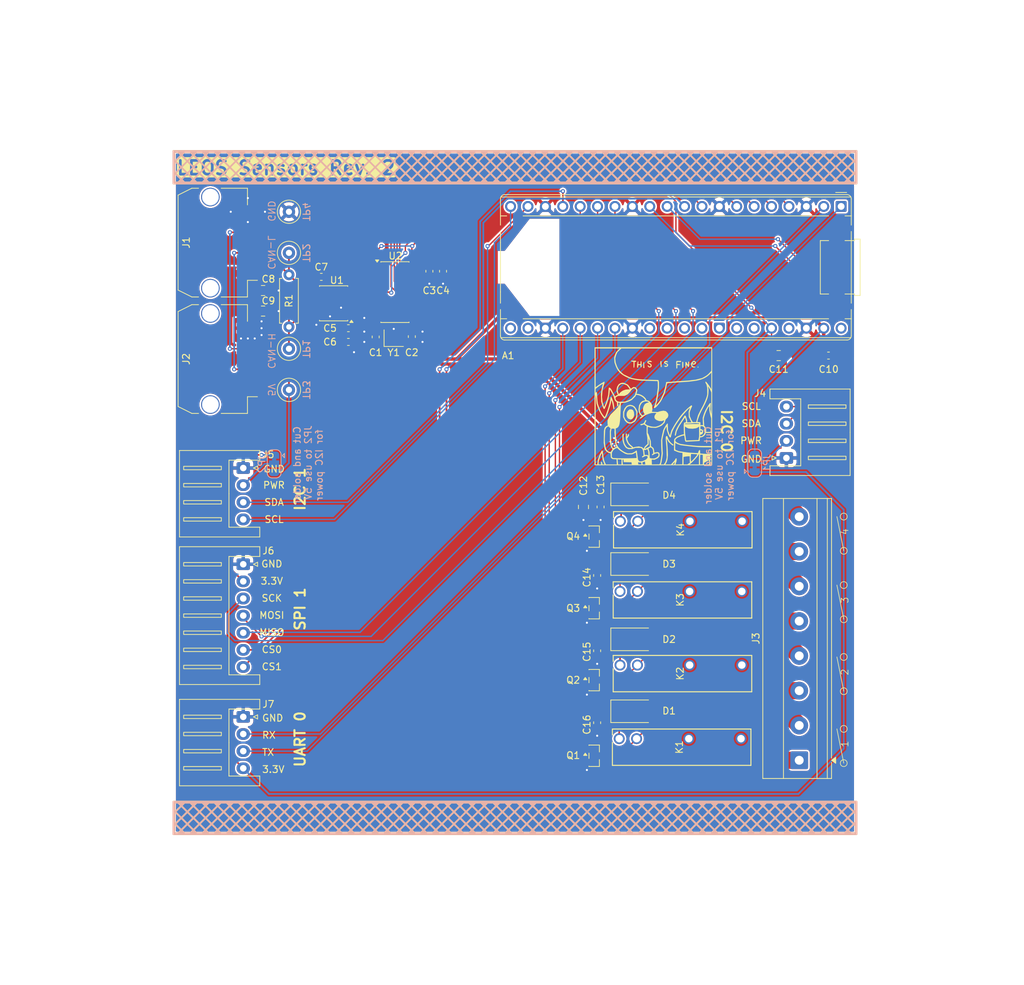
<source format=kicad_pcb>
(kicad_pcb (version 20241229) (generator "pcbnew") (generator_version "9.0")
  (title_block (title "LEOS Stack Template") (date "2026-02-14") (rev "3") (company "Lightning From The Edge of Space"))
  (layers (0 "F.Cu" signal) (2 "B.Cu" signal) (13 "F.Paste" user) (15 "B.Paste" user) (5 "F.SilkS" user "F.Silkscreen") (7 "B.SilkS" user "B.Silkscreen") (1 "F.Mask" user) (3 "B.Mask" user) (25 "Edge.Cuts" user))
  (net 0 "")
  (net 1 "/CANbus/MOSI")
  (net 5 "/CANbus/MISO")
  (net 6 "GND")
  (net 9 "VDD")
  (net 12 "/CANbus/CS")
  (net 13 "/CANbus/SCK")
  (net 17 "/CANbus/INT")
  (net 18 "+5V")
  (net 20 "/CANbus/OSC1")
  (net 21 "/CANbus/OSC2")
  (net 22 "/CANbus/CAN+")
  (net 26 "/CANbus/CAN-")
  (net 27 "Net-(U1-RXD)")
  (net 28 "Net-(U1-TXD)")
  (net 29 "Net-(D1-A)")
  (net 30 "Net-(D2-A)")
  (net 31 "Net-(D3-A)")
  (net 32 "Net-(D4-A)")
  (net 33 "/Relays/Relay1")
  (net 34 "/Relays/Relay4")
  (net 35 "/Relays/Relay2")
  (net 36 "/Relays/Relay3")
  (net 37 "Net-(J3-Pin_7)")
  (net 38 "Net-(J3-Pin_5)")
  (net 39 "Net-(J3-Pin_6)")
  (net 40 "Net-(J3-Pin_8)")
  (net 41 "Net-(J3-Pin_2)")
  (net 42 "Net-(J3-Pin_4)")
  (net 43 "Net-(J3-Pin_3)")
  (net 44 "Net-(J3-Pin_1)")
  (net 45 "/IO Headers/I2C0_SDA")
  (net 46 "/IO Headers/I2C0_SCL")
  (net 47 "/IO Headers/I2C1_SDA")
  (net 48 "/IO Headers/SPI1_MISO")
  (net 49 "/IO Headers/SPI1_SCK")
  (net 50 "/IO Headers/SPI1_CS0")
  (net 51 "/IO Headers/I2C1_SCL")
  (net 52 "/IO Headers/SPI1_CS1")
  (net 53 "/IO Headers/UART0_TX")
  (net 54 "/IO Headers/UART0_RX")
  (net 55 "/IO Headers/SPI1_MOSI")
  (net 56 "Net-(J4-Pin_2)")
  (net 57 "Net-(J5-Pin_2)")
  (footprint "Module:RaspberryPi_Pico_Common_THT" (layer "F.Cu") (at 197.62 58.22 -90)
    (property "Reference" "A1")
    (property "Value" "RaspberryPi Pico")
  )
  (footprint "Diode_SMD:D_SMA" (layer "F.Cu") (at 167.5 121.427501)
    (property "Reference" "D2")
    (property "Value" "D_Schottky" (hide yes))
  )
  (footprint "Package_SO:SOIC-14_3.9x8.7mm_P1.27mm" (layer "F.Cu") (at 132.475 70.73)
    (property "Reference" "U2")
    (property "Value" "MCP2518FD")
  )
  (footprint "Capacitor_SMD:C_0603_1608Metric" (layer "F.Cu") (at 162.5 102.099725 -90)
    (property "Reference" "C13")
    (property "Value" "0.1u")
  )
  (footprint "Connector_JST:JST_XH_S4B-XH-A_1x04_P2.50mm_Horizontal" (layer "F.Cu") (at 189.629509 94.944651 90)
    (property "Reference" "J4")
    (property "Value" "I2C 0")
  )
  (footprint "TerminalBlock_Phoenix:TerminalBlock_Phoenix_MKDS-1,5-8-5.08_1x08_P5.08mm_Horizontal" (layer "F.Cu") (at 191.5 139.08 90)
    (property "Reference" "J3")
    (property "Value" "Screw_Terminal_01x08")
  )
  (footprint "Capacitor_SMD:C_0603_1608Metric" (layer "F.Cu") (at 121.725 68.5)
    (property "Reference" "C7")
    (property "Value" "0.1u")
  )
  (footprint "LEOS:Molex_MicroFit3.0_43650-0410_1x04_Horizontal" (layer "F.Cu") (at 105.88 80.5 90)
    (property "Reference" "J2")
    (property "Value" "MicroFit_1x4")
  )
  (footprint "Diode_SMD:D_SMA" (layer "F.Cu") (at 167.5 110.427501)
    (property "Reference" "D3")
    (property "Value" "D_Schottky" (hide yes))
  )
  (footprint "Package_TO_SOT_SMD:SOT-23" (layer "F.Cu") (at 161.5625 106.424725)
    (property "Reference" "Q4")
    (property "Value" "Q_NMOS")
  )
  (footprint "Package_SO:SOIC-8_3.9x4.9mm_P1.27mm" (layer "F.Cu") (at 123.525 72.365 180)
    (property "Reference" "U1")
    (property "Value" "MCP2562FD")
  )
  (footprint "Capacitor_SMD:C_0603_1608Metric" (layer "F.Cu") (at 129.665494 77.275 -90)
    (property "Reference" "C1")
    (property "Value" "10p")
  )
  (footprint "Diode_SMD:D_SMA" (layer "F.Cu") (at 167.5 100.26)
    (property "Reference" "D4")
    (property "Value" "D_Schottky")
  )
  (footprint "Capacitor_SMD:C_0603_1608Metric" (layer "F.Cu") (at 162 133.599725 -90)
    (property "Reference" "C16")
    (property "Value" "0.1u")
  )
  (footprint "Connector_JST:JST_XH_S4B-XH-A_1x04_P2.50mm_Horizontal" (layer "F.Cu") (at 110.32814 132.747366 -90)
    (property "Reference" "J7")
    (property "Value" "UART 0")
  )
  (footprint "Capacitor_SMD:C_0603_1608Metric" (layer "F.Cu") (at 162 112.099725 -90)
    (property "Reference" "C14")
    (property "Value" "0.1u")
  )
  (footprint "Capacitor_SMD:C_0805_2012Metric" (layer "F.Cu") (at 113.225 70.5)
    (property "Reference" "C8")
    (property "Value" "22u")
  )
  (footprint "Capacitor_SMD:C_0603_1608Metric" (layer "F.Cu") (at 125.68 78)
    (property "Reference" "C6")
    (property "Value" "1u")
  )
  (footprint "Capacitor_SMD:C_0603_1608Metric" (layer "F.Cu") (at 139.5 67.68 -90)
    (property "Reference" "C4")
    (property "Value" "1u")
  )
  (footprint "Capacitor_SMD:C_0603_1608Metric" (layer "F.Cu") (at 137.5 67.68 -90)
    (property "Reference" "C3")
    (property "Value" "0.1u")
  )
  (footprint "TestPoint:TestPoint_Loop_D2.60mm_Drill0.9mm_Beaded" (layer "F.Cu") (at 117 79)
    (property "Reference" "TP1")
    (property "Value" "CAN-H Test Point")
  )
  (footprint "TestPoint:TestPoint_Loop_D2.60mm_Drill0.9mm_Beaded" (layer "F.Cu") (at 117 65)
    (property "Reference" "TP2")
    (property "Value" "CAN-L Test Point")
  )
  (footprint "Capacitor_SMD:C_0805_2012Metric" (layer "F.Cu") (at 160 102.099725 90)
    (property "Reference" "C12")
    (property "Value" "10u")
  )
  (footprint "LEOS:RELAY_G6DN-1A_OMR" (layer "F.Cu") (at 165.385 104.182502 90)
    (property "Reference" "K4")
    (property "Value" "G6DN-1A DC5")
  )
  (footprint "Capacitor_SMD:C_0805_2012Metric" (layer "F.Cu") (at 113.225 73.5)
    (property "Reference" "C9")
    (property "Value" "22u")
  )
  (footprint "LEOS:RELAY_G6DN-1A_OMR" (layer "F.Cu") (at 165.34 114.427501 90)
    (property "Reference" "K3")
    (property "Value" "G6DN-1A DC5")
  )
  (footprint "Connector_JST:JST_XH_S7B-XH-A_1x07_P2.50mm_Horizontal" (layer "F.Cu") (at 110.32814 110.46299 -90)
    (property "Reference" "J6")
    (property "Value" "SPI 1")
  )
  (footprint "Crystal:Crystal_SMD_2016-4Pin_2.0x1.6mm" (layer "F.Cu") (at 132.302994 77.45)
    (property "Reference" "Y1")
    (property "Value" "40 MHz")
  )
  (footprint "Capacitor_SMD:C_0603_1608Metric" (layer "F.Cu") (at 134.940494 77.225 90)
    (property "Reference" "C2")
    (property "Value" "10p")
  )
  (footprint "Diode_SMD:D_SMA" (layer "F.Cu") (at 167.5 131.927501)
    (property "Reference" "D1")
    (property "Value" "D_Schottky" (hide yes))
  )
  (footprint "Capacitor_SMD:C_0603_1608Metric" (layer "F.Cu") (at 195.775 80)
    (property "Reference" "C10")
    (property "Value" "0.1u")
  )
  (footprint "Resistor_THT:R_Axial_DIN0207_L6.3mm_D2.5mm_P7.62mm_Horizontal" (layer "F.Cu") (at 117 68.19 -90)
    (property "Reference" "R1")
    (property "Value" "120")
  )
  (footprint "Package_TO_SOT_SMD:SOT-23" (layer "F.Cu") (at 161.5625 138.424725)
    (property "Reference" "Q1")
    (property "Value" "Q_NMOS")
  )
  (footprint "LEOS:Molex_MicroFit3.0_43650-0410_1x04_Horizontal" (layer "F.Cu") (at 105.88 63.5 90)
    (property "Reference" "J1")
    (property "Value" "MicroFit_1x4")
  )
  (footprint "Capacitor_SMD:C_0805_2012Metric" (layer "F.Cu") (at 188.5 80)
    (property "Reference" "C11")
    (property "Value" "10u")
  )
  (footprint "Package_TO_SOT_SMD:SOT-23" (layer "F.Cu") (at 161.5625 127.374725)
    (property "Reference" "Q2")
    (property "Value" "Q_NMOS")
  )
  (footprint "Connector_JST:JST_XH_S4B-XH-A_1x04_P2.50mm_Horizontal" (layer "F.Cu") (at 110.329181 96.414211 -90)
    (property "Reference" "J5")
    (property "Value" "I2C 1")
  )
  (footprint "LEOS:RELAY_G6DN-1A_OMR" (layer "F.Cu") (at 165.22 135.927501 90)
    (property "Reference" "K1")
    (property "Value" "G6DN-1A DC5")
  )
  (footprint "TestPoint:TestPoint_Loop_D2.60mm_Drill0.9mm_Beaded" (layer "F.Cu") (at 117 85)
    (property "Reference" "TP3")
    (property "Value" "5V Test Point")
  )
  (footprint "Capacitor_SMD:C_0603_1608Metric" (layer "F.Cu") (at 162 123.099725 -90)
    (property "Reference" "C15")
    (property "Value" "0.1u")
  )
  (footprint "TestPoint:TestPoint_Loop_D2.60mm_Drill0.9mm_Beaded" (layer "F.Cu") (at 117 59)
    (property "Reference" "TP4")
    (property "Value" "GND Test Point")
  )
  (footprint "Package_TO_SOT_SMD:SOT-23" (layer "F.Cu") (at 161.5625 116.874725)
    (property "Reference" "Q3")
    (property "Value" "Q_NMOS")
  )
  (footprint "LEOS:RELAY_G6DN-1A_OMR" (layer "F.Cu") (at 165.34 125.182502 90)
    (property "Reference" "K2")
    (property "Value" "G6DN-1A DC5")
  )
  (footprint "Capacitor_SMD:C_0603_1608Metric" (layer "F.Cu") (at 125.68 76)
    (property "Reference" "C5")
    (property "Value" "0.1u")
  )
  (footprint "Jumper:SolderJumper-3_P1.3mm_Bridged12_RoundedPad1.0x1.5mm" (layer "B.Cu") (at 185 95.7 90)
    (property "Reference" "JP1")
    (property "Value" "3.3V - 5V Jumper")
  )
  (footprint "Jumper:SolderJumper-3_P1.3mm_Bridged12_RoundedPad1.0x1.5mm" (layer "B.Cu") (at 114.836819 95.8 -90)
    (property "Reference" "JP2")
    (property "Value" "3.3V - 5V Jumper")
  )
  (gr_poly (pts (xy 174.546559 80.934523) (xy 174.57415 80.978098) (xy 174.57465 81.331392) (xy 174.57515 81.684683) (xy 174.542832 81.745074) (xy 174.536553 81.756219) (xy 174.533412 81.761357) (xy 174.530268 81.766203) (xy 174.527123 81.77076) (xy 174.523974 81.775027) (xy 174.520823 81.779003) (xy 174.517668 81.78269) (xy 174.514508 81.786088) (xy 174.511345 81.789196) (xy 174.508177 81.792014) (xy 174.505004 81.794544) (xy 174.501825 81.796784) (xy 174.49864 81.798736) (xy 174.49545 81.800399) (xy 174.492252 81.801773) (xy 174.489047 81.802859) (xy 174.485835 81.803657) (xy 174.482615 81.804167) (xy 174.479387 81.804389) (xy 174.47615 81.804323) (xy 174.472904 81.803969) (xy 174.469649 81.803328) (xy 174.466384 81.8024) (xy 174.463108 81.801184) (xy 174.459822 81.799682) (xy 174.456525 81.797892) (xy 174.453217 81.795816) (xy 174.449897 81.793453) (xy 174.446564 81.790804) (xy 174.443219 81.787869) (xy 174.439861 81.784647) (xy 174.439823 81.78464) (xy 174.438756 81.783027) (xy 174.437702 81.780354) (xy 174.435641 81.771941) (xy 174.433649 81.759625) (xy 174.431738 81.743631) (xy 174.428202 81.701508) (xy 174.425117 81.647367) (xy 174.422568 81.583005) (xy 174.420642 81.51022) (xy 174.419424 81.430807) (xy 174.418999 81.346564) (xy 174.418999 80.929301) (xy 174.468983 80.910124) (xy 174.518967 80.890948)) (fill yes) (layer "F.SilkS"))
  (gr_circle (center 198 108.5) (end 198.5 108.5) (stroke (width 0.1)) (fill no) (layer "F.SilkS"))
  (gr_poly (pts (xy 167.678036 80.794138) (xy 167.719708 80.844347) (xy 167.660282 80.8878) (xy 167.653855 80.892227) (xy 167.646874 80.896529) (xy 167.639406 80.900685) (xy 167.63152 80.904672) (xy 167.623283 80.908469) (xy 167.614762 80.912052) (xy 167.606024 80.915399) (xy 167.597137 80.918489) (xy 167.588169 80.921299) (xy 167.579186 80.923806) (xy 167.570257 80.925989) (xy 167.561449 80.927825) (xy 167.552828 80.929292) (xy 167.544464 80.930367) (xy 167.536422 80.931028) (xy 167.528771 80.931254) (xy 167.456684 80.931254) (xy 167.454933 81.220049) (xy 167.454126 81.280558) (xy 167.452517 81.341835) (xy 167.450202 81.402192) (xy 167.447278 81.459943) (xy 167.44384 81.513403) (xy 167.439985 81.560884) (xy 167.435809 81.600701) (xy 167.431408 81.631167) (xy 167.409683 81.753485) (xy 167.373631 81.765509) (xy 167.369873 81.766593) (xy 167.366053 81.767376) (xy 167.362198 81.767865) (xy 167.358334 81.768068) (xy 167.354489 81.767991) (xy 167.350688 81.767644) (xy 167.34696 81.767032) (xy 167.343331 81.766164) (xy 167.339829 81.765047) (xy 167.336479 81.763688) (xy 167.33331 81.762096) (xy 167.330347 81.760276) (xy 167.327619 81.758238) (xy 167.325151 81.755988) (xy 167.324023 81.754786) (xy 167.322971 81.753534) (xy 167.321998 81.752233) (xy 167.321106 81.750883) (xy 167.321053 81.750876) (xy 167.319398 81.746065) (xy 167.317832 81.737273) (xy 167.316361 81.724721) (xy 167.31499 81.70863) (xy 167.312578 81.666715) (xy 167.310648 81.613296) (xy 167.309249 81.550141) (xy 167.308433 81.479017) (xy 167.308251 81.401693) (xy 167.308754 81.319937) (xy 167.312927 80.915652) (xy 167.174061 80.899225) (xy 167.145082 80.895538) (xy 167.118497 80.891594) (xy 167.094233 80.887358) (xy 167.072218 80.882793) (xy 167.05238 80.877861) (xy 167.034646 80.872526) (xy 167.018945 80.866752) (xy 167.005202 80.860501) (xy 166.993348 80.853736) (xy 166.983308 80.846421) (xy 166.975012 80.83852) (xy 166.968386 80.829994) (xy 166.963358 80.820809) (xy 166.959857 80.810925) (xy 166.957809 80.800308) (xy 166.957142 80.78892) (xy 166.957142 80.743929) (xy 167.296753 80.743929) (xy 167.636364 80.743929)) (fill yes) (layer "F.SilkS"))
  (gr_poly (pts (xy 175.41885 80.901255) (xy 175.444519 80.942789) (xy 175.429371 81.225821) (xy 175.422366 81.341261) (xy 175.414482 81.446348) (xy 175.406689 81.529492) (xy 175.403129 81.559212) (xy 175.399956 81.5791) (xy 175.385681 81.649348) (xy 175.327088 81.649348) (xy 175.268494 81.649348) (xy 175.163773 81.486071) (xy 175.059052 81.322794) (xy 175.035427 81.540705) (xy 175.023806 81.638705) (xy 175.018018 81.679849) (xy 175.012145 81.715969) (xy 175.006115 81.747225) (xy 174.999852 81.773778) (xy 174.993283 81.795788) (xy 174.986334 81.813415) (xy 174.97893 81.826819) (xy 174.975035 81.831988) (xy 174.970999 81.83616) (xy 174.966811 81.839357) (xy 174.962464 81.841599) (xy 174.957948 81.842905) (xy 174.953253 81.843295) (xy 174.948371 81.84279) (xy 174.943291 81.841409) (xy 174.932505 81.836101) (xy 174.920819 81.827531) (xy 174.908161 81.815859) (xy 174.908142 81.815863) (xy 174.907075 81.814228) (xy 174.906021 81.81149) (xy 174.90396 81.802821) (xy 174.901968 81.79009) (xy 174.900057 81.773529) (xy 174.896521 81.729852) (xy 174.893436 81.673656) (xy 174.890887 81.606805) (xy 174.888961 81.531166) (xy 174.887743 81.448603) (xy 174.887318 81.360983) (xy 174.887318 80.92692) (xy 174.956047 80.936896) (xy 175.024777 80.946871) (xy 175.139797 81.146086) (xy 175.254818 81.345301) (xy 175.277416 81.120386) (xy 175.300015 80.895472) (xy 175.3466 80.877596) (xy 175.393181 80.85972)) (fill yes) (layer "F.SilkS"))
  (gr_poly (pts (xy 166.894715 87.849703) (xy 167.03521 87.851702) (xy 167.139416 87.906065) (xy 167.243622 87.960428) (xy 167.305226 88.099699) (xy 167.366829 88.238966) (xy 167.384705 88.452154) (xy 167.40258 88.665343) (xy 167.36422 88.825239) (xy 167.325859 88.985136) (xy 167.233238 89.113001) (xy 167.140614 89.240862) (xy 167.034283 89.285292) (xy 166.991407 89.30313) (xy 166.973645 89.310097) (xy 166.957647 89.315731) (xy 166.942894 89.32001) (xy 166.935824 89.321635) (xy 166.928871 89.322911) (xy 166.921972 89.323838) (xy 166.915061 89.324411) (xy 166.908074 89.324628) (xy 166.900947 89.324486) (xy 166.893615 89.323982) (xy 166.886014 89.323114) (xy 166.878078 89.321877) (xy 166.869743 89.320271) (xy 166.85162 89.315934) (xy 166.831126 89.310081) (xy 166.807747 89.302688) (xy 166.780965 89.293732) (xy 166.715126 89.27104) (xy 166.715119 89.271063) (xy 166.676939 89.257408) (xy 166.642075 89.243867) (xy 166.610281 89.230204) (xy 166.58131 89.216182) (xy 166.554919 89.201566) (xy 166.53086 89.186119) (xy 166.508889 89.169606) (xy 166.49861 89.160876) (xy 166.488761 89.151791) (xy 166.479311 89.142322) (xy 166.47023 89.132438) (xy 166.45305 89.11131) (xy 166.436976 89.088172) (xy 166.421762 89.062788) (xy 166.407164 89.034921) (xy 166.392935 89.004337) (xy 166.378831 88.970798) (xy 166.364605 88.934069) (xy 166.30151 88.765425) (xy 166.30151 88.599539) (xy 166.30296 88.546655) (xy 166.307279 88.494755) (xy 166.314422 88.44393) (xy 166.324343 88.394269) (xy 166.336995 88.345865) (xy 166.352334 88.298808) (xy 166.370312 88.253188) (xy 166.390885 88.209097) (xy 166.414006 88.166625) (xy 166.439631 88.125864) (xy 166.467711 88.086903) (xy 166.498203 88.049834) (xy 166.53106 88.014748) (xy 166.566237 87.981735) (xy 166.603687 87.950886) (xy 166.643364 87.922293) (xy 166.754215 87.847704)) (fill yes) (layer "F.SilkS"))
  (gr_line (start 198 108.5) (end 197 103.5) (stroke (width 0.1)) (layer "F.SilkS"))
  (gr_circle (center 198 139.5) (end 198.5 139.5) (stroke (width 0.1)) (fill no) (layer "F.SilkS"))
  (gr_circle (center 198 118.5) (end 198.5 118.5) (stroke (width 0.1)) (fill no) (layer "F.SilkS"))
  (gr_poly (pts (xy 174.245552 80.803564) (xy 174.246427 80.805085) (xy 174.247241 80.806716) (xy 174.248688 80.810284) (xy 174.249895 80.814229) (xy 174.250863 80.818511) (xy 174.251591 80.82309) (xy 174.252081 80.827926) (xy 174.252334 80.832979) (xy 174.25235 80.838209) (xy 174.25213 80.843576) (xy 174.251675 80.849039) (xy 174.250986 80.85456) (xy 174.250064 80.860097) (xy 174.248908 80.865612) (xy 174.247521 80.871063) (xy 174.245902 80.876411) (xy 174.244053 80.881617) (xy 174.225002 80.931265) (xy 173.966953 80.931265) (xy 173.708904 80.931265) (xy 173.688278 81.060316) (xy 173.679883 81.112963) (xy 173.677153 81.134103) (xy 173.676315 81.143506) (xy 173.67589 81.152182) (xy 173.675924 81.160166) (xy 173.676462 81.167495) (xy 173.677551 81.174207) (xy 173.679235 81.180338) (xy 173.681562 81.185926) (xy 173.684576 81.191007) (xy 173.688325 81.195619) (xy 173.692853 81.199798) (xy 173.698207 81.203581) (xy 173.704432 81.207005) (xy 173.711574 81.210108) (xy 173.71968 81.212926) (xy 173.728795 81.215495) (xy 173.738964 81.217854) (xy 173.750235 81.220039) (xy 173.762652 81.222087) (xy 173.791109 81.225919) (xy 173.824704 81.229647) (xy 173.908772 81.237971) (xy 174.122418 81.259096) (xy 174.122418 81.321539) (xy 174.122418 81.383982) (xy 173.911675 81.381483) (xy 173.700928 81.378985) (xy 173.700928 81.603995) (xy 173.700928 81.829004) (xy 173.660855 81.862265) (xy 173.620781 81.895521) (xy 173.589237 81.873915) (xy 173.557701 81.852289) (xy 173.549126 81.358523) (xy 173.54055 80.864752) (xy 173.577728 80.819956) (xy 173.614906 80.77516) (xy 173.921452 80.77516) (xy 174.228001 80.77516)) (fill yes) (layer "F.SilkS"))
  (gr_circle (center 198 103.5) (end 198.5 103.5) (stroke (width 0.1)) (fill no) (layer "F.SilkS"))
  (gr_circle (center 198 129) (end 198.5 129) (stroke (width 0.1)) (fill no) (layer "F.SilkS"))
  (gr_poly (pts (xy 176.791821 81.680556) (xy 176.791821 81.742998) (xy 176.729378 81.742998) (xy 176.666935 81.742998) (xy 176.666935 81.680556) (xy 176.666935 81.618113) (xy 176.729378 81.618113) (xy 176.791821 81.618113)) (fill yes) (layer "F.SilkS"))
  (gr_poly (pts (xy 176.263138 80.811777) (xy 176.276271 80.816801) (xy 176.288897 80.822525) (xy 176.301009 80.828919) (xy 176.312596 80.835956) (xy 176.323649 80.843608) (xy 176.334158 80.851848) (xy 176.344116 80.860647) (xy 176.353511 80.869977) (xy 176.362335 80.87981) (xy 176.370579 80.890119) (xy 176.378233 80.900875) (xy 176.385287 80.912051) (xy 176.391733 80.923618) (xy 176.397561 80.935548) (xy 176.402762 80.947814) (xy 176.407327 80.960388) (xy 176.411245 80.973241) (xy 176.414509 80.986346) (xy 176.417108 80.999674) (xy 176.419033 81.013199) (xy 176.420275 81.026891) (xy 176.420824 81.040723) (xy 176.420672 81.054666) (xy 176.419808 81.068694) (xy 176.418224 81.082777) (xy 176.41591 81.096889) (xy 176.412857 81.111) (xy 176.409055 81.125084) (xy 176.404496 81.139111) (xy 176.399169 81.153055) (xy 176.393066 81.166886) (xy 176.386177 81.180578) (xy 176.355194 81.23847) (xy 176.24334 81.275385) (xy 176.131485 81.3123) (xy 175.993332 81.291575) (xy 175.855175 81.270849) (xy 175.855175 81.321146) (xy 175.85541 81.326725) (xy 175.856101 81.33304) (xy 175.857222 81.340021) (xy 175.858753 81.347597) (xy 175.860669 81.355697) (xy 175.862946 81.36425) (xy 175.865563 81.373186) (xy 175.868496 81.382434) (xy 175.871721 81.391923) (xy 175.875215 81.401582) (xy 175.878955 81.411341) (xy 175.882918 81.421129) (xy 175.887081 81.430875) (xy 175.891421 81.440509) (xy 175.895913 81.449959) (xy 175.900536 81.459154) (xy 175.945892 81.546869) (xy 176.033226 81.582285) (xy 176.042608 81.585853) (xy 176.05268 81.589243) (xy 176.06335 81.592442) (xy 176.074525 81.595434) (xy 176.086112 81.598207) (xy 176.098018 81.600746) (xy 176.11015 81.603035) (xy 176.122416 81.605062) (xy 176.134723 81.606812) (xy 176.146978 81.60827) (xy 176.159088 81.609422) (xy 176.17096 81.610255) (xy 176.182502 81.610753) (xy 176.193621 81.610902) (xy 176.204224 81.610689) (xy 176.214218 81.610098) (xy 176.307884 81.602499) (xy 176.307884 81.664938) (xy 176.307884 81.727381) (xy 176.151776 81.73548) (xy 175.99567 81.743578) (xy 175.917626 81.704268) (xy 175.839569 81.664946) (xy 175.765835 81.516279) (xy 175.692097 81.367609) (xy 175.713471 81.22505) (xy 175.732732 81.096583) (xy 175.913258 81.096583) (xy 175.954472 81.122713) (xy 175.964574 81.128165) (xy 175.976553 81.132991) (xy 175.990179 81.137185) (xy 176.005219 81.14074) (xy 176.021442 81.143648) (xy 176.038615 81.145902) (xy 176.056508 81.147494) (xy 176.074888 81.148417) (xy 176.093524 81.148664) (xy 176.112184 81.148227) (xy 176.130637 81.147099) (xy 176.14865 81.145273) (xy 176.165993 81.142741) (xy 176.182433 81.139496) (xy 176.197738 81.135531) (xy 176.211678 81.130839) (xy 176.211674 81.130846) (xy 176.261059 81.111895) (xy 176.261059 81.040526) (xy 176.261059 80.969153) (xy 176.211674 80.950201) (xy 176.197753 80.945032) (xy 176.18502 80.940765) (xy 176.17326 80.937468) (xy 176.167678 80.936205) (xy 176.162259 80.93521) (xy 176.156976 80.934491) (xy 176.151803 80.934058) (xy 176.146713 80.933918) (xy 176.141678 80.934081) (xy 176.136673 80.934554) (xy 176.13167 80.935347) (xy 176.126643 80.936467) (xy 176.121564 80.937924) (xy 176.116408 80.939725) (xy 176.111146 80.94188) (xy 176.105754 80.944396) (xy 176.100203 80.947283) (xy 176.094467 80.950549) (xy 176.088519 80.954202) (xy 176.075881 80.962705) (xy 176.062075 80.972859) (xy 176.046885 80.984733) (xy 176.030099 80.998396) (xy 176.011501 81.013914) (xy 175.913258 81.096583) (xy 175.732732 81.096583) (xy 175.734844 81.082491) (xy 175.844914 80.960657) (xy 175.954983 80.838824) (xy 176.062615 80.809107) (xy 176.170246 80.779391)) (fill yes) (layer "F.SilkS"))
  (gr_circle (center 198 113.5) (end 198.5 113.5) (stroke (width 0.1)) (fill no) (layer "F.SilkS"))
  (gr_circle (center 198 124) (end 198.5 124) (stroke (width 0.1)) (fill no) (layer "F.SilkS"))
  (gr_line (start 198 118.5) (end 197 113.5) (stroke (width 0.1)) (layer "F.SilkS"))
  (gr_poly (pts (xy 169.782688 80.744143) (xy 169.886444 80.807402) (xy 169.990204 80.870661) (xy 169.977055 80.908755) (xy 169.963905 80.946848) (xy 169.873291 80.937224) (xy 169.827021 80.933011) (xy 169.768023 80.928665) (xy 169.703881 80.924698) (xy 169.642178 80.921625) (xy 169.501682 80.915652) (xy 169.501682 80.962485) (xy 169.501682 81.009314) (xy 169.646252 81.078425) (xy 169.661403 81.085969) (xy 169.676962 81.094291) (xy 169.692812 81.103306) (xy 169.708839 81.112928) (xy 169.724924 81.123072) (xy 169.740953 81.133653) (xy 169.756809 81.144585) (xy 169.772377 81.155784) (xy 169.78754 81.167164) (xy 169.802183 81.178639) (xy 169.816188 81.190126) (xy 169.829441 81.201537) (xy 169.841825 81.212788) (xy 169.853225 81.223795) (xy 169.863523 81.23447) (xy 169.872605 81.24473) (xy 169.954392 81.341929) (xy 169.954392 81.447066) (xy 169.954392 81.552202) (xy 169.884144 81.632033) (xy 169.813896 81.711859) (xy 169.720234 81.726633) (xy 169.710351 81.727994) (xy 169.700074 81.729033) (xy 169.689484 81.729757) (xy 169.678664 81.730174) (xy 169.667695 81.730289) (xy 169.656659 81.730109) (xy 169.645639 81.729642) (xy 169.634715 81.728893) (xy 169.62397 81.72787) (xy 169.613486 81.726579) (xy 169.603344 81.725027) (xy 169.593626 81.72322) (xy 169.584415 81.721166) (xy 169.575791 81.71887) (xy 169.567837 81.716341) (xy 169.560635 81.713583) (xy 169.560623 81.713591) (xy 169.553208 81.710187) (xy 169.545567 81.706154) (xy 169.529724 81.696344) (xy 169.513337 81.684454) (xy 169.496649 81.670774) (xy 169.479903 81.655599) (xy 169.46334 81.639219) (xy 169.447204 81.621926) (xy 169.431736 81.604013) (xy 169.41718 81.585771) (xy 169.403778 81.567493) (xy 169.391772 81.549471) (xy 169.381406 81.531997) (xy 169.372921 81.515362) (xy 169.366559 81.499859) (xy 169.364251 81.492624) (xy 169.362565 81.48578) (xy 169.361531 81.479366) (xy 169.36118 81.473417) (xy 169.36118 81.430796) (xy 169.418179 81.430796) (xy 169.421197 81.430898) (xy 169.424366 81.431201) (xy 169.431126 81.432389) (xy 169.438392 81.43432) (xy 169.446098 81.436954) (xy 169.454176 81.440252) (xy 169.462559 81.444173) (xy 169.471182 81.448676) (xy 169.479976 81.453723) (xy 169.488875 81.459273) (xy 169.497813 81.465286) (xy 169.506723 81.471722) (xy 169.515538 81.478541) (xy 169.52419 81.485704) (xy 169.532614 81.493169) (xy 169.540742 81.500897) (xy 169.548508 81.508848) (xy 169.559331 81.51985) (xy 169.570243 81.529934) (xy 169.581215 81.539109) (xy 169.59222 81.54738) (xy 169.603229 81.554757) (xy 169.614213 81.561246) (xy 169.625144 81.566854) (xy 169.635995 81.571591) (xy 169.646735 81.575462) (xy 169.657338 81.578475) (xy 169.667774 81.580638) (xy 169.678016 81.581959) (xy 169.688035 81.582444) (xy 169.697802 81.582102) (xy 169.70729 81.580939) (xy 169.716469 81.578964) (xy 169.725312 81.576183) (xy 169.73379 81.572605) (xy 169.741874 81.568236) (xy 169.749537 81.563085) (xy 169.75675 81.557158) (xy 169.763485 81.550464) (xy 169.769713 81.543009) (xy 169.775406 81.534801) (xy 169.780535 81.525848) (xy 169.785072 81.516157) (xy 169.788989 81.505735) (xy 169.792258 81.494591) (xy 169.79485 81.482731) (xy 169.796736 81.470164) (xy 169.797888 81.456895) (xy 169.798279 81.442934) (xy 169.798279 81.373907) (xy 169.702217 81.293081) (xy 169.692214 81.284848) (xy 169.682063 81.276844) (xy 169.671835 81.269114) (xy 169.661602 81.261697) (xy 169.651434 81.254635) (xy 169.641401 81.24797) (xy 169.631575 81.241743) (xy 169.622027 81.235995) (xy 169.612827 81.230769) (xy 169.604046 81.226105) (xy 169.595754 81.222045) (xy 169.588023 81.21863) (xy 169.580924 81.215902) (xy 169.574526 81.213902) (xy 169.568902 81.212671) (xy 169.564121 81.212252) (xy 169.561841 81.212146) (xy 169.55934 81.211833) (xy 169.553715 81.210602) (xy 169.547317 81.208602) (xy 169.540217 81.205874) (xy 169.532486 81.202459) (xy 169.524194 81.198399) (xy 169.515413 81.193735) (xy 169.506212 81.188509) (xy 169.496664 81.182761) (xy 169.486838 81.176535) (xy 169.476805 81.16987) (xy 169.466637 81.162809) (xy 169.456404 81.155392) (xy 169.446176 81.147662) (xy 169.436025 81.139659) (xy 169.426022 81.131426) (xy 169.32996 81.0506) (xy 169.33046 80.967516) (xy 169.330851 80.953548) (xy 169.331838 80.940044) (xy 169.333424 80.927001) (xy 169.335609 80.914419) (xy 169.338396 80.902297) (xy 169.341786 80.890633) (xy 169.345783 80.879426) (xy 169.350386 80.868674) (xy 169.355599 80.858377) (xy 169.361423 80.848533) (xy 169.36786 80.839141) (xy 169.374911 80.8302) (xy 169.38258 80.821708) (xy 169.390867 80.813664) (xy 169.399774 80.806067) (xy 169.409304 80.798916) (xy 169.419458 80.792208) (xy 169.430239 80.785944) (xy 169.441647 80.780122) (xy 169.453684 80.77474) (xy 169.466354 80.769797) (xy 169.479657 80.765293) (xy 169.493596 80.761225) (xy 169.508172 80.757592) (xy 169.523387 80.754394) (xy 169.539243 80.751628) (xy 169.555742 80.749294) (xy 169.572885 80.747391) (xy 169.590676 80.745916) (xy 169.609115 80.74487) (xy 169.647946 80.744055)) (fill yes) (layer "F.SilkS"))
  (gr_poly (pts (xy 168.861641 81.145109) (xy 168.862045 81.186568) (xy 168.863202 81.234476) (xy 168.86745 81.342801) (xy 168.873738 81.456417) (xy 168.881416 81.561655) (xy 168.901192 81.795588) (xy 168.858002 81.811537) (xy 168.8534 81.813091) (xy 168.848531 81.814463) (xy 168.843434 81.815652) (xy 168.838154 81.816655) (xy 168.832732 81.817473) (xy 168.82721 81.818102) (xy 168.821631 81.818543) (xy 168.816036 81.818793) (xy 168.810469 81.818852) (xy 168.80497 81.818718) (xy 168.799582 81.81839) (xy 168.794348 81.817866) (xy 168.789309 81.817145) (xy 168.784508 81.816226) (xy 168.779987 81.815107) (xy 168.775788 81.813788) (xy 168.775784 81.813864) (xy 168.736756 81.800265) (xy 168.736756 81.38138) (xy 168.736756 80.962496) (xy 168.799198 80.962496) (xy 168.861641 80.962496)) (fill yes) (layer "F.SilkS"))
  (gr_poly (pts (xy 171.356808 80.793635) (xy 171.358165 80.795648) (xy 171.359548 80.798747) (xy 171.362383 80.808086) (xy 171.365291 80.821418) (xy 171.36825 80.838507) (xy 171.374231 80.883021) (xy 171.380151 80.939749) (xy 171.385834 81.006815) (xy 171.391104 81.082341) (xy 171.395784 81.16445) (xy 171.3997 81.251265) (xy 171.41655 81.680556) (xy 171.360066 81.680556) (xy 171.354223 81.680327) (xy 171.348373 81.679656) (xy 171.342551 81.678566) (xy 171.336797 81.677079) (xy 171.331147 81.675218) (xy 171.32564 81.673005) (xy 171.320312 81.670462) (xy 171.315202 81.667613) (xy 171.310347 81.66448) (xy 171.305785 81.661086) (xy 171.301554 81.657452) (xy 171.29769 81.653603) (xy 171.294232 81.649559) (xy 171.291217 81.645344) (xy 171.288683 81.640981) (xy 171.287608 81.638751) (xy 171.286667 81.636492) (xy 171.286663 81.636492) (xy 171.284828 81.630084) (xy 171.282825 81.620087) (xy 171.278389 81.590171) (xy 171.273515 81.548445) (xy 171.26836 81.496609) (xy 171.263082 81.436362) (xy 171.257841 81.369404) (xy 171.252793 81.297435) (xy 171.248097 81.222155) (xy 171.226448 80.851877) (xy 171.278607 80.808588) (xy 171.330765 80.765299)) (fill yes) (layer "F.SilkS"))
  (gr_poly (pts (xy 178.789978 87.394034) (xy 178.789978 96.011076) (xy 170.204151 96.011076) (xy 161.618332 96.011076) (xy 161.618332 95.886027) (xy 161.774513 95.886027) (xy 161.894306 95.886027) (xy 162.014095 95.886027) (xy 162.028154 95.787103) (xy 162.204616 95.787103) (xy 162.204929 95.814103) (xy 162.206062 95.825555) (xy 162.207896 95.835741) (xy 162.210469 95.844732) (xy 162.213817 95.852604) (xy 162.217979 95.859429) (xy 162.222992 95.86528) (xy 162.228893 95.870233) (xy 162.235721 95.874359) (xy 162.243513 95.877732) (xy 162.252307 95.880427) (xy 162.273047 95.884073) (xy 162.298245 95.885885) (xy 162.328199 95.886451) (xy 162.40358 95.886198) (xy 162.585224 95.886198) (xy 162.565361 95.696074) (xy 162.545487 95.505953) (xy 162.61863 95.516554) (xy 162.691769 95.527155) (xy 162.713795 95.620821) (xy 162.735064 95.712192) (xy 162.755261 95.800345) (xy 162.774712 95.886202) (xy 162.914612 95.886202) (xy 163.054512 95.886202) (xy 163.054512 95.858866) (xy 163.054124 95.855205) (xy 163.052985 95.849925) (xy 163.051135 95.843126) (xy 163.04861 95.834909) (xy 163.041692 95.814624) (xy 163.032539 95.789877) (xy 163.021457 95.761473) (xy 163.008753 95.730218) (xy 162.994734 95.696919) (xy 162.979706 95.662382) (xy 162.963386 95.624214) (xy 162.945658 95.580508) (xy 162.927091 95.5328) (xy 162.908251 95.482625) (xy 162.889705 95.431519) (xy 162.87202 95.381017) (xy 162.855762 95.332656) (xy 162.841499 95.28797) (xy 162.778099 95.082705) (xy 162.740421 94.696116) (xy 162.724143 94.542878) (xy 162.707677 94.411421) (xy 162.699974 94.358231) (xy 162.692943 94.315732) (xy 162.686826 94.285672) (xy 162.684185 94.275854) (xy 162.681862 94.2698) (xy 162.660961 94.23007) (xy 162.532097 94.535181) (xy 162.467848 94.690764) (xy 162.413472 94.830642) (xy 162.36786 94.958581) (xy 162.329899 95.07835) (xy 162.298477 95.193716) (xy 162.272482 95.308448) (xy 162.250804 95.426312) (xy 162.23233 95.551077) (xy 162.21659 95.668045) (xy 162.210747 95.714662) (xy 162.206655 95.754151) (xy 162.204616 95.787103) (xy 162.028154 95.787103) (xy 162.065018 95.527708) (xy 162.116013 95.169226) (xy 162.212727 94.87987) (xy 162.235776 94.814416) (xy 162.264279 94.739188) (xy 162.29711 94.656844) (xy 162.333145 94.570044) (xy 162.371261 94.481447) (xy 162.410332 94.393713) (xy 162.449234 94.309501) (xy 162.486843 94.23147) (xy 162.664242 93.872427) (xy 162.71677 93.862726) (xy 162.769303 93.853026) (xy 162.799496 93.909544) (xy 162.802848 93.917893) (xy 162.80665 93.931093) (xy 162.81086 93.94886) (xy 162.815434 93.970906) (xy 162.825504 94.026702) (xy 162.836517 94.096201) (xy 162.848129 94.177121) (xy 162.859998 94.267182) (xy 162.87178 94.364104) (xy 162.883133 94.465605) (xy 162.906675 94.670131) (xy 162.931195 94.849136) (xy 162.957765 95.007209) (xy 162.98746 95.148939) (xy 163.003815 95.21511) (xy 163.021354 95.278915) (xy 163.040211 95.340929) (xy 163.06052 95.401725) (xy 163.106033 95.521958) (xy 163.158966 95.644201) (xy 163.269501 95.886168) (xy 164.072045 95.886168) (xy 164.874588 95.886168) (xy 164.854538 95.628592) (xy 164.846741 95.519684) (xy 164.840326 95.41356) (xy 164.835955 95.322371) (xy 164.83429 95.258269) (xy 164.83411 95.145518) (xy 164.558369 95.129793) (xy 164.524319 95.127852) (xy 164.984272 95.127852) (xy 165.003796 95.343165) (xy 165.022547 95.543376) (xy 165.040238 95.722384) (xy 165.057163 95.886297) (xy 165.304688 95.886297) (xy 165.552212 95.886297) (xy 165.5522 95.527147) (xy 165.5522 95.322832) (xy 165.712676 95.322832) (xy 165.712716 95.340609) (xy 165.713002 95.359629) (xy 165.713527 95.379929) (xy 165.714285 95.401548) (xy 165.716474 95.448897) (xy 165.719522 95.501983) (xy 165.723377 95.561114) (xy 165.745526 95.886187) (xy 166.402069 95.886187) (xy 167.058613 95.886187) (xy 167.039112 95.788626) (xy 167.035195 95.767847) (xy 167.031538 95.746179) (xy 167.028223 95.724261) (xy 167.025329 95.70273) (xy 167.024057 95.691813) (xy 167.987454 95.691813) (xy 167.987519 95.725984) (xy 167.987965 95.755896) (xy 167.989168 95.781831) (xy 167.99017 95.793397) (xy 167.991501 95.804074) (xy 167.993209 95.8139) (xy 167.99534 95.822908) (xy 167.997942 95.831135) (xy 168.00106 95.838617) (xy 168.004743 95.845387) (xy 168.009037 95.851483) (xy 168.013988 95.856939) (xy 168.019644 95.861791) (xy 168.026051 95.866075) (xy 168.033257 95.869825) (xy 168.041308 95.873077) (xy 168.050252 95.875867) (xy 168.060134 95.87823) (xy 168.071002 95.880202) (xy 168.082903 95.881818) (xy 168.095884 95.883113) (xy 168.125271 95.884883) (xy 168.15954 95.885796) (xy 168.244221 95.886187) (xy 168.459362 95.886187) (xy 168.449761 95.7535) (xy 168.449218 95.746004) (xy 168.612441 95.746004) (xy 168.612921 95.771434) (xy 168.614183 95.79359) (xy 168.615203 95.803511) (xy 168.616531 95.812697) (xy 168.618207 95.821177) (xy 168.620266 95.82898) (xy 168.622748 95.836133) (xy 168.62569 95.842665) (xy 168.62913 95.848603) (xy 168.633106 95.853977) (xy 168.637655 95.858813) (xy 168.642815 95.863141) (xy 168.648624 95.866988) (xy 168.655119 95.870383) (xy 168.662339 95.873353) (xy 168.670321 95.875928) (xy 168.679103 95.878135) (xy 168.688723 95.880002) (xy 168.699218 95.881557) (xy 168.710626 95.882829) (xy 168.736333 95.884636) (xy 168.766146 95.885648) (xy 168.800367 95.88609) (xy 168.839298 95.886187) (xy 169.025059 95.886187) (xy 169.002697 95.675448) (xy 168.993565 95.593116) (xy 168.985199 95.524735) (xy 168.978524 95.477428) (xy 168.97611 95.463903) (xy 168.974465 95.458319) (xy 168.973929 95.458082) (xy 168.97294 95.458027) (xy 168.969649 95.458443) (xy 168.964684 95.459536) (xy 168.958141 95.461273) (xy 168.940694 95.466552) (xy 168.918062 95.474026) (xy 168.890998 95.48344) (xy 168.860256 95.494537) (xy 168.826588 95.507063) (xy 168.790749 95.520762) (xy 168.612942 95.589586) (xy 168.612442 95.717074) (xy 168.612441 95.746004) (xy 168.449218 95.746004) (xy 168.440159 95.62081) (xy 168.250553 95.602659) (xy 168.211714 95.598545) (xy 168.174031 95.593812) (xy 168.138433 95.588628) (xy 168.105847 95.58316) (xy 168.077202 95.577575) (xy 168.053426 95.572041) (xy 168.035448 95.566724) (xy 168.028924 95.5642) (xy 168.024197 95.561793) (xy 167.987454 95.539068) (xy 167.987454 95.691813) (xy 167.024057 95.691813) (xy 167.022939 95.682224) (xy 167.021131 95.663379) (xy 167.019988 95.646832) (xy 167.019589 95.633223) (xy 167.019589 95.575388) (xy 166.450207 95.566862) (xy 165.880821 95.558363) (xy 165.874596 95.51153) (xy 165.848866 95.316397) (xy 165.829365 95.168097) (xy 165.786286 95.168097) (xy 165.779374 95.168282) (xy 165.772842 95.168863) (xy 165.766686 95.169878) (xy 165.760897 95.171366) (xy 165.755471 95.173365) (xy 165.750401 95.175913) (xy 165.747998 95.177406) (xy 165.745681 95.17905) (xy 165.74345 95.180851) (xy 165.741304 95.182814) (xy 165.739243 95.184942) (xy 165.737265 95.187242) (xy 165.73537 95.189718) (xy 165.733558 95.192374) (xy 165.730175 95.198248) (xy 165.727112 95.204902) (xy 165.724362 95.212376) (xy 165.721918 95.220706) (xy 165.719776 95.229933) (xy 165.717927 95.240093) (xy 165.716367 95.251227) (xy 165.715089 95.263372) (xy 165.714087 95.276566) (xy 165.713355 95.290848) (xy 165.712887 95.306258) (xy 165.712676 95.322832) (xy 165.5522 95.322832) (xy 165.5522 95.168104) (xy 165.388291 95.167853) (xy 165.352914 95.167381) (xy 165.315173 95.166158) (xy 165.276235 95.164265) (xy 165.237262 95.161786) (xy 165.199421 95.158804) (xy 165.163874 95.155403) (xy 165.131787 95.151666) (xy 165.104325 95.147677) (xy 164.984272 95.127852) (xy 164.524319 95.127852) (xy 164.282627 95.114069) (xy 164.194328 95.070826) (xy 164.185039 95.066017) (xy 164.175432 95.060549) (xy 164.165581 95.054483) (xy 164.155561 95.047881) (xy 164.145445 95.040805) (xy 164.13531 95.033318) (xy 164.125228 95.025483) (xy 164.115274 95.01736) (xy 164.105523 95.009014) (xy 164.09605 95.000505) (xy 164.086927 94.991896) (xy 164.078231 94.983249) (xy 164.070035 94.974627) (xy 164.062414 94.966091) (xy 164.055443 94.957705) (xy 164.049194 94.94953) (xy 163.992363 94.871477) (xy 163.971714 94.569662) (xy 163.951065 94.267847) (xy 163.810284 94.232397) (xy 163.775978 94.223378) (xy 163.74333 94.213981) (xy 163.712164 94.204111) (xy 163.68997 94.196352) (xy 164.147225 94.196352) (xy 164.147225 94.496336) (xy 164.147225 94.796324) (xy 164.223858 94.872957) (xy 164.300492 94.949591) (xy 164.418991 94.953291) (xy 164.49826 94.956593) (xy 164.626492 94.962893) (xy 164.958977 94.980837) (xy 165.170168 94.988433) (xy 165.459921 94.992817) (xy 166.175923 94.992697) (xy 166.908607 94.981959) (xy 167.219213 94.973073) (xy 167.459599 94.962088) (xy 167.459622 94.962057) (xy 167.759155 94.943857) (xy 167.75013 94.876456) (xy 167.691747 94.454135) (xy 167.670353 94.310493) (xy 167.65609 94.225256) (xy 167.63974 94.140997) (xy 167.484562 94.236479) (xy 167.450388 94.256565) (xy 167.412703 94.277052) (xy 167.372747 94.297367) (xy 167.331759 94.316937) (xy 167.290979 94.335188) (xy 167.251647 94.351547) (xy 167.215002 94.365441) (xy 167.182285 94.376295) (xy 167.035187 94.420626) (xy 166.722973 94.420878) (xy 166.410759 94.421129) (xy 166.239044 94.369986) (xy 166.067326 94.318838) (xy 165.739502 94.120642) (xy 165.614159 94.042864) (xy 165.497495 93.966422) (xy 165.390256 93.891892) (xy 165.293191 93.819849) (xy 165.207048 93.750868) (xy 165.168306 93.717706) (xy 165.132574 93.685526) (xy 165.099947 93.654399) (xy 165.070517 93.624397) (xy 165.044379 93.595592) (xy 165.021626 93.568056) (xy 165.01184 93.556578) (xy 165.001355 93.546246) (xy 164.990183 93.537054) (xy 164.97834 93.528999) (xy 164.96584 93.522076) (xy 164.952698 93.51628) (xy 164.938927 93.511608) (xy 164.924543 93.508055) (xy 164.909561 93.505616) (xy 164.893994 93.504287) (xy 164.877857 93.504064) (xy 164.861164 93.504942) (xy 164.84393 93.506917) (xy 164.82617 93.509984) (xy 164.807898 93.514139) (xy 164.789129 93.519378) (xy 164.769876 93.525697) (xy 164.750156 93.53309) (xy 164.729981 93.541553) (xy 164.709366 93.551083) (xy 164.688327 93.561674) (xy 164.666877 93.573322) (xy 164.645031 93.586023) (xy 164.622803 93.599772) (xy 164.600209 93.614566) (xy 164.577262 93.630399) (xy 164.530368 93.665166) (xy 164.482238 93.704038) (xy 164.432987 93.746981) (xy 164.315121 93.853464) (xy 164.231175 94.024908) (xy 164.147225 94.196352) (xy 163.68997 94.196352) (xy 163.682306 94.193673) (xy 163.65358 94.182573) (xy 163.625813 94.170716) (xy 163.59883 94.158007) (xy 163.572455 94.144353) (xy 163.546515 94.129657) (xy 163.520835 94.113826) (xy 163.49524 94.096765) (xy 163.469555 94.078379) (xy 163.443606 94.058574) (xy 163.417218 94.037254) (xy 163.390216 94.014326) (xy 163.362427 93.989695) (xy 163.236981 93.876364) (xy 163.16058 93.725596) (xy 163.084179 93.574827) (xy 163.020291 93.161631) (xy 162.956402 92.748438) (xy 162.964559 92.217703) (xy 163.112213 92.217703) (xy 163.131313 92.566549) (xy 163.143255 92.748486) (xy 163.15853 92.916355) (xy 163.177382 93.070661) (xy 163.200054 93.211908) (xy 163.226789 93.340598) (xy 163.257831 93.457237) (xy 163.293423 93.562326) (xy 163.333809 93.656369) (xy 163.379232 93.739871) (xy 163.429934 93.813335) (xy 163.48616 93.877263) (xy 163.548153 93.932161) (xy 163.616157 93.978531) (xy 163.690414 94.016876) (xy 163.771168 94.047701) (xy 163.858662 94.071509) (xy 163.975514 94.097807) (xy 163.999714 94.06317) (xy 164.006742 94.052545) (xy 164.017494 94.035545) (xy 164.048026 93.985935) (xy 164.087025 93.921369) (xy 164.130207 93.848879) (xy 164.130219 93.848883) (xy 164.236508 93.66923) (xy 164.130451 93.511633) (xy 164.107275 93.476504) (xy 164.0863 93.443002) (xy 164.06732 93.410419) (xy 164.050131 93.378047) (xy 164.034525 93.345179) (xy 164.020298 93.311106) (xy 164.007244 93.275123) (xy 163.995156 93.236519) (xy 163.983829 93.194588) (xy 163.973058 93.148623) (xy 163.962636 93.097915) (xy 163.952359 93.041756) (xy 163.942019 92.97944) (xy 163.931411 92.910257) (xy 163.908569 92.748465) (xy 163.857582 92.373812) (xy 163.854107 91.671335) (xy 163.851498 91.143835) (xy 164.012909 91.143835) (xy 164.033184 91.883707) (xy 164.053433 92.623579) (xy 164.096169 92.88896) (xy 164.11421 92.994609) (xy 164.132684 93.089005) (xy 164.151926 93.172482) (xy 164.17227 93.245374) (xy 164.194051 93.308014) (xy 164.205585 93.335594) (xy 164.217604 93.360737) (xy 164.230149 93.383484) (xy 164.243262 93.403877) (xy 164.256986 93.421957) (xy 164.271362 93.437768) (xy 164.286432 93.451349) (xy 164.302238 93.462744) (xy 164.318822 93.471993) (xy 164.336224 93.479139) (xy 164.354488 93.484223) (xy 164.373656 93.487288) (xy 164.393768 93.488374) (xy 164.414867 93.487523) (xy 164.436994 93.484779) (xy 164.460192 93.480181) (xy 164.509967 93.465593) (xy 164.564526 93.444096) (xy 164.624203 93.416022) (xy 164.624256 93.416022) (xy 164.700488 93.377493) (xy 164.764464 93.344558) (xy 164.80947 93.320714) (xy 164.822763 93.313294) (xy 164.828797 93.309458) (xy 164.829265 93.30889) (xy 164.829607 93.30814) (xy 164.829825 93.307214) (xy 164.829921 93.306117) (xy 164.829898 93.304854) (xy 164.829757 93.30343) (xy 164.829135 93.300123) (xy 164.828073 93.296236) (xy 164.826588 93.291813) (xy 164.824701 93.286894) (xy 164.822428 93.281523) (xy 164.81979 93.275741) (xy 164.816804 93.26959) (xy 164.813489 93.263113) (xy 164.809863 93.256351) (xy 164.805945 93.249347) (xy 164.801754 93.242143) (xy 164.797308 93.23478) (xy 164.792626 93.227301) (xy 164.787641 93.219115) (xy 164.782304 93.20968) (xy 164.770769 93.187508) (xy 164.75841 93.16168) (xy 164.745616 93.133093) (xy 164.732775 93.10264) (xy 164.720276 93.071218) (xy 164.708507 93.039722) (xy 164.697857 93.009047) (xy 164.649563 92.863745) (xy 164.583275 91.994356) (xy 164.516983 91.124968) (xy 164.534382 90.992819) (xy 164.537494 90.964351) (xy 164.539653 90.934075) (xy 164.540864 90.902921) (xy 164.541133 90.871816) (xy 164.540463 90.84169) (xy 164.538862 90.813471) (xy 164.536333 90.788087) (xy 164.534723 90.776748) (xy 164.532883 90.766466) (xy 164.514034 90.672259) (xy 164.303806 90.672259) (xy 164.093575 90.672259) (xy 164.053242 90.908049) (xy 164.012909 91.143835) (xy 163.851498 91.143835) (xy 163.850632 90.968859) (xy 163.900959 90.794485) (xy 163.944827 90.642504) (xy 164.699337 90.642504) (xy 164.720738 91.305048) (xy 164.732287 91.598023) (xy 164.747904 91.905952) (xy 164.765543 92.192241) (xy 164.783154 92.420298) (xy 164.824166 92.873003) (xy 164.889332 93.020262) (xy 164.933056 93.109482) (xy 164.985062 93.198756) (xy 165.04482 93.287634) (xy 165.1118 93.375668) (xy 165.185472 93.462408) (xy 165.265305 93.547406) (xy 165.350769 93.630213) (xy 165.441334 93.710378) (xy 165.536469 93.787455) (xy 165.635644 93.860992) (xy 165.738328 93.930542) (xy 165.843992 93.995655) (xy 165.952105 94.055883) (xy 166.062137 94.110776) (xy 166.173557 94.159885) (xy 166.285835 94.202761) (xy 166.473164 94.268698) (xy 166.773266 94.256773) (xy 167.073368 94.244871) (xy 167.306786 94.129511) (xy 167.355356 94.104656) (xy 167.40392 94.078215) (xy 167.451183 94.051) (xy 167.49585 94.023823) (xy 167.536624 93.997494) (xy 167.57221 93.972826) (xy 167.601312 93.950629) (xy 167.613027 93.940711) (xy 167.622635 93.931715) (xy 167.705071 93.84928) (xy 167.745167 93.864653) (xy 167.785259 93.880053) (xy 167.872955 94.513937) (xy 167.960655 95.147825) (xy 168.020634 95.265394) (xy 168.030062 95.283215) (xy 168.039696 95.300077) (xy 168.04957 95.31599) (xy 168.059719 95.330962) (xy 168.070177 95.345001) (xy 168.080977 95.358115) (xy 168.092156 95.370311) (xy 168.103746 95.381599) (xy 168.115783 95.391986) (xy 168.128301 95.401481) (xy 168.141333 95.410091) (xy 168.154915 95.417824) (xy 168.169082 95.424689) (xy 168.183866 95.430695) (xy 168.199303 95.435848) (xy 168.215427 95.440157) (xy 168.232273 95.44363) (xy 168.249874 95.446275) (xy 168.268265 95.448101) (xy 168.287481 95.449116) (xy 168.307556 95.449327) (xy 168.328524 95.448743) (xy 168.35042 95.447371) (xy 168.373278 95.445221) (xy 168.397133 95.4423) (xy 168.422018 95.438616) (xy 168.447969 95.434177) (xy 168.475019 95.428991) (xy 168.503203 95.423067) (xy 168.532555 95.416413) (xy 168.594902 95.400946) (xy 168.594967 95.401301) (xy 168.635564 95.389711) (xy 168.680644 95.375059) (xy 168.728703 95.357938) (xy 168.778241 95.338944) (xy 168.827756 95.318673) (xy 168.875746 95.297721) (xy 168.920709 95.276682) (xy 168.961144 95.256151) (xy 169.14378 95.158808) (xy 169.252484 95.038489) (xy 169.361183 94.918169) (xy 169.361183 94.853762) (xy 169.361016 94.846888) (xy 169.360523 94.839592) (xy 169.359724 94.831937) (xy 169.358632 94.823989) (xy 169.357267 94.815811) (xy 169.355643 94.807467) (xy 169.353778 94.799021) (xy 169.351688 94.790537) (xy 169.349389 94.782078) (xy 169.346899 94.77371) (xy 169.344235 94.765495) (xy 169.341411 94.757498) (xy 169.338446 94.749783) (xy 169.335355 94.742413) (xy 169.332156 94.735454) (xy 169.328865 94.728968) (xy 169.296547 94.668577) (xy 169.161549 94.668577) (xy 169.02655 94.668577) (xy 168.842629 94.761847) (xy 168.804567 94.78059) (xy 168.766903 94.798091) (xy 168.730616 94.813967) (xy 168.696683 94.827832) (xy 168.666083 94.839304) (xy 168.639795 94.847996) (xy 168.628574 94.85118) (xy 168.618798 94.853526) (xy 168.610589 94.854985) (xy 168.604069 94.855509) (xy 168.549431 94.855761) (xy 168.549431 94.792265) (xy 168.549431 94.72877) (xy 168.66198 94.662363) (xy 168.774529 94.595957) (xy 168.752854 94.33568) (xy 168.744501 94.24408) (xy 168.73521 94.159233) (xy 168.724877 94.080858) (xy 168.713396 94.008673) (xy 168.700661 93.942399) (xy 168.686567 93.881755) (xy 168.671008 93.826459) (xy 168.653879 93.776231) (xy 168.648571 93.763403) (xy 168.823834 93.763403) (xy 168.847035 93.817919) (xy 168.849564 93.825109) (xy 168.852352 93.835309) (xy 168.858591 93.863979) (xy 168.865522 93.902411) (xy 168.872919 93.949089) (xy 168.880552 94.002495) (xy 168.888193 94.061111) (xy 168.895615 94.123419) (xy 168.902588 94.187903) (xy 168.93494 94.50337) (xy 169.148251 94.501372) (xy 169.361561 94.499373) (xy 169.414894 94.552706) (xy 169.42897 94.566652) (xy 169.441286 94.578303) (xy 169.44681 94.583165) (xy 169.451927 94.587331) (xy 169.456648 94.590759) (xy 169.460983 94.593409) (xy 169.464942 94.59524) (xy 169.466785 94.595835) (xy 169.468538 94.59621) (xy 169.470203 94.59636) (xy 169.471781 94.59628) (xy 169.473273 94.595964) (xy 169.474682 94.595408) (xy 169.476007 94.594606) (xy 169.477251 94.593553) (xy 169.478415 94.592244) (xy 169.4795 94.590675) (xy 169.480507 94.588839) (xy 169.481439 94.586732) (xy 169.483079 94.581684) (xy 169.484432 94.57549) (xy 169.485507 94.568108) (xy 169.486317 94.559499) (xy 169.486871 94.549621) (xy 169.487182 94.538434) (xy 169.487258 94.525896) (xy 169.487112 94.511966) (xy 169.486755 94.496604) (xy 169.485449 94.461421) (xy 169.483426 94.420017) (xy 169.477581 94.317244) (xy 169.477577 94.317332) (xy 169.460579 94.028536) (xy 169.406731 93.872427) (xy 169.395474 93.840577) (xy 169.384123 93.809912) (xy 169.372987 93.781172) (xy 169.362376 93.755095) (xy 169.352598 93.732421) (xy 169.343962 93.713889) (xy 169.336779 93.700237) (xy 169.333828 93.695473) (xy 169.331356 93.692206) (xy 169.30983 93.668081) (xy 169.159989 93.734366) (xy 169.010147 93.80065) (xy 168.916989 93.782026) (xy 168.823834 93.763403) (xy 168.648571 93.763403) (xy 168.635075 93.730791) (xy 168.61449 93.689858) (xy 168.592018 93.65315) (xy 168.567555 93.620387) (xy 168.540994 93.591289) (xy 168.512231 93.565574) (xy 168.481159 93.542962) (xy 168.447674 93.523173) (xy 168.346501 93.469355) (xy 167.987457 93.469607) (xy 167.628414 93.469858) (xy 167.347424 93.560385) (xy 167.066433 93.650912) (xy 166.816662 93.652163) (xy 166.566895 93.653414) (xy 166.390572 93.566824) (xy 166.214245 93.480234) (xy 166.083447 93.30699) (xy 166.052284 93.264533) (xy 166.022684 93.221757) (xy 165.994603 93.178561) (xy 165.967999 93.134845) (xy 165.942827 93.090507) (xy 165.919044 93.045449) (xy 165.896606 92.999569) (xy 165.875471 92.952767) (xy 165.855594 92.904942) (xy 165.836932 92.855995) (xy 165.819441 92.805824) (xy 165.803078 92.754329) (xy 165.7878 92.701411) (xy 165.773562 92.646968) (xy 165.760322 92.590899) (xy 165.748036 92.533106) (xy 165.69698 92.27968) (xy 165.694729 91.905024) (xy 165.692478 91.530371) (xy 165.733612 91.458243) (xy 165.774746 91.386111) (xy 165.827274 91.396662) (xy 165.879807 91.407213) (xy 165.871708 91.500017) (xy 165.87 91.525033) (xy 165.868249 91.560688) (xy 165.864814 91.657275) (xy 165.861801 91.776487) (xy 165.859608 91.905035) (xy 165.855606 92.217249) (xy 165.920307 92.503069) (xy 165.985008 92.788889) (xy 166.0695 92.955778) (xy 166.088652 92.991964) (xy 166.11073 93.030867) (xy 166.134951 93.071268) (xy 166.160531 93.111947) (xy 166.186684 93.151686) (xy 166.212627 93.189264) (xy 166.237574 93.223462) (xy 166.260742 93.253061) (xy 166.367493 93.383459) (xy 166.511669 93.432585) (xy 166.655846 93.481711) (xy 166.853222 93.481711) (xy 167.050598 93.481711) (xy 167.050598 93.436377) (xy 167.050598 93.391047) (xy 166.917908 93.298685) (xy 166.862566 93.258296) (xy 166.808865 93.215346) (xy 166.756877 93.169933) (xy 166.706672 93.122156) (xy 166.65832 93.07211) (xy 166.611893 93.019896) (xy 166.56746 92.965609) (xy 166.525092 92.909349) (xy 166.484861 92.851212) (xy 166.446835 92.791296) (xy 166.411087 92.729699) (xy 166.377686 92.66652) (xy 166.346704 92.601855) (xy 166.31821 92.535802) (xy 166.292275 92.468459) (xy 166.268971 92.399924) (xy 166.200974 92.18603) (xy 166.18475 91.810663) (xy 166.168526 91.435297) (xy 166.217934 91.394293) (xy 166.267338 91.353289) (xy 166.299927 91.373438) (xy 166.332516 91.393587) (xy 166.332516 91.614115) (xy 166.332516 91.834646) (xy 166.379574 91.795595) (xy 166.384585 91.790869) (xy 166.389885 91.784806) (xy 166.395426 91.777501) (xy 166.401164 91.769047) (xy 166.407052 91.759539) (xy 166.413045 91.749071) (xy 166.419098 91.737736) (xy 166.425164 91.725629) (xy 166.431199 91.712844) (xy 166.437155 91.699474) (xy 166.442988 91.685614) (xy 166.448652 91.671358) (xy 166.4541 91.656799) (xy 166.459289 91.642032) (xy 166.464171 91.627151) (xy 166.468701 91.61225) (xy 166.510777 91.467959) (xy 166.569946 91.467959) (xy 166.62912 91.467959) (xy 166.638745 91.567129) (xy 166.648346 91.6663) (xy 166.585591 91.789313) (xy 166.571401 91.815904) (xy 166.555106 91.844345) (xy 166.53728 91.873755) (xy 166.518499 91.90325) (xy 166.499337 91.931949) (xy 166.480371 91.958969) (xy 166.462175 91.983428) (xy 166.445324 92.004442) (xy 166.367813 92.09656) (xy 166.398716 92.234099) (xy 166.4068 92.265658) (xy 166.417968 92.302698) (xy 166.431716 92.343866) (xy 166.44754 92.387807) (xy 166.464938 92.433167) (xy 166.483404 92.478592) (xy 166.502436 92.522729) (xy 166.52153 92.564223) (xy 166.613442 92.756804) (xy 166.755451 92.914755) (xy 166.787101 92.948775) (xy 166.822662 92.984943) (xy 166.860927 93.022152) (xy 166.900684 93.059292) (xy 166.940724 93.095256) (xy 166.979838 93.128935) (xy 167.016815 93.15922) (xy 167.050446 93.185003) (xy 167.066127 93.196749) (xy 167.081558 93.208765) (xy 167.096653 93.220963) (xy 167.111321 93.233255) (xy 167.125477 93.245554) (xy 167.13903 93.257772) (xy 167.151894 93.269821) (xy 167.163981 93.281613) (xy 167.175202 93.293061) (xy 167.18547 93.304077) (xy 167.194695 93.314573) (xy 167.202791 93.324462) (xy 167.20967 93.333655) (xy 167.215243 93.342065) (xy 167.219421 93.349604) (xy 167.222119 93.356184) (xy 167.240795 93.415064) (xy 167.387661 93.372015) (xy 167.422693 93.362643) (xy 167.466064 93.352498) (xy 167.516061 93.341902) (xy 167.57097 93.331177) (xy 167.629078 93.320646) (xy 167.68867 93.310631) (xy 167.748033 93.301455) (xy 167.805454 93.29344) (xy 168.076386 93.257914) (xy 168.315384 93.311087) (xy 168.554382 93.36426) (xy 168.670586 93.477629) (xy 168.786789 93.591002) (xy 168.826569 93.5077) (xy 168.98658 93.5077) (xy 168.98658 93.557371) (xy 168.986654 93.569415) (xy 168.986842 93.574786) (xy 168.987216 93.579696) (xy 168.987841 93.584124) (xy 168.98878 93.588051) (xy 168.989387 93.589819) (xy 168.990097 93.591455) (xy 168.990918 93.592956) (xy 168.991857 93.594318) (xy 168.992923 93.595539) (xy 168.994123 93.596618) (xy 168.995466 93.597551) (xy 168.99696 93.598335) (xy 168.998612 93.598969) (xy 169.000431 93.59945) (xy 169.002425 93.599775) (xy 169.004601 93.599942) (xy 169.006967 93.599947) (xy 169.009533 93.59979) (xy 169.015292 93.598974) (xy 169.021941 93.597474) (xy 169.029545 93.595271) (xy 169.038168 93.592343) (xy 169.047874 93.58867) (xy 169.058726 93.584232) (xy 169.07079 93.57901) (xy 169.070911 93.578955) (xy 169.491306 93.578955) (xy 169.523251 93.678858) (xy 169.538986 93.729497) (xy 169.558209 93.793525) (xy 169.578489 93.862735) (xy 169.597393 93.928923) (xy 169.639591 94.079085) (xy 169.661167 94.514899) (xy 169.682743 94.950712) (xy 169.756317 94.969187) (xy 169.819047 94.984146) (xy 169.879257 94.996868) (xy 169.937122 95.007346) (xy 169.992818 95.015572) (xy 170.046521 95.02154) (xy 170.098407 95.025242) (xy 170.14865 95.026671) (xy 170.197427 95.02582) (xy 170.244913 95.02268) (xy 170.291284 95.017246) (xy 170.336716 95.009509) (xy 170.381384 94.999462) (xy 170.425463 94.987099) (xy 170.46913 94.972411) (xy 170.512559 94.955392) (xy 170.555927 94.936033) (xy 170.555935 94.936033) (xy 170.573226 94.927554) (xy 170.591085 94.918227) (xy 170.609374 94.908146) (xy 170.627956 94.897406) (xy 170.665448 94.874328) (xy 170.702465 94.849749) (xy 170.737906 94.824426) (xy 170.770673 94.799116) (xy 170.785711 94.786703) (xy 170.799668 94.774576) (xy 170.812407 94.762831) (xy 170.823792 94.751562) (xy 170.92717 94.6449) (xy 170.943443 94.523562) (xy 170.959717 94.402224) (xy 170.898159 94.326201) (xy 170.836598 94.250178) (xy 170.645218 94.285769) (xy 170.453835 94.32136) (xy 170.267647 94.436281) (xy 170.081455 94.551203) (xy 170.033528 94.532805) (xy 170.026634 94.529919) (xy 170.020309 94.526775) (xy 170.014549 94.523381) (xy 170.009353 94.519746) (xy 170.004719 94.515878) (xy 170.000643 94.511786) (xy 169.997124 94.507476) (xy 169.994159 94.502958) (xy 169.991747 94.49824) (xy 169.989884 94.49333) (xy 169.988569 94.488236) (xy 169.987799 94.482967) (xy 169.987572 94.477531) (xy 169.987886 94.471935) (xy 169.988738 94.466189) (xy 169.990126 94.460301) (xy 169.992048 94.454278) (xy 169.994501 94.448129) (xy 169.997484 94.441862) (xy 170.000994 94.435485) (xy 170.005028 94.429008) (xy 170.009585 94.422437) (xy 170.014661 94.415781) (xy 170.020256 94.409049) (xy 170.026366 94.402248) (xy 170.032989 94.395387) (xy 170.040123 94.388474) (xy 170.047766 94.381517) (xy 170.055915 94.374525) (xy 170.064569 94.367506) (xy 170.073724 94.360468) (xy 170.083378 94.353419) (xy 170.181156 94.283793) (xy 170.164406 94.039484) (xy 170.147656 93.795172) (xy 170.082504 93.662081) (xy 170.017353 93.52899) (xy 169.905518 93.456953) (xy 169.793686 93.384917) (xy 169.642494 93.481936) (xy 169.491306 93.578955) (xy 169.070911 93.578955) (xy 169.084128 93.572981) (xy 169.098805 93.566127) (xy 169.114885 93.558428) (xy 169.132432 93.549862) (xy 169.172182 93.53005) (xy 169.21857 93.506531) (xy 169.333302 93.447722) (xy 169.333248 93.447729) (xy 169.643414 93.288408) (xy 169.668842 93.236986) (xy 169.694271 93.185564) (xy 169.668568 92.809721) (xy 169.642868 92.433878) (xy 169.581608 92.26335) (xy 169.520348 92.092821) (xy 169.522099 92.529917) (xy 169.52385 92.967013) (xy 169.255215 93.237356) (xy 168.98658 93.5077) (xy 168.826569 93.5077) (xy 168.854241 93.449755) (xy 168.867537 93.422277) (xy 168.880183 93.39712) (xy 168.892561 93.373827) (xy 168.905054 93.35194) (xy 168.918042 93.331004) (xy 168.931908 93.31056) (xy 168.947035 93.290153) (xy 168.963803 93.269325) (xy 168.982595 93.24762) (xy 169.003794 93.22458) (xy 169.02778 93.199749) (xy 169.054937 93.172669) (xy 169.085646 93.142884) (xy 169.120288 93.109937) (xy 169.202904 93.032728) (xy 169.367047 92.880335) (xy 169.346096 92.423918) (xy 169.325146 91.967505) (xy 169.274132 91.686514) (xy 169.223118 91.405524) (xy 169.221867 90.852804) (xy 169.220616 90.300085) (xy 169.144558 90.265429) (xy 169.136213 90.261426) (xy 169.126928 90.256607) (xy 169.105932 90.244773) (xy 169.082354 90.230444) (xy 169.05698 90.214137) (xy 169.030594 90.196369) (xy 169.003982 90.177657) (xy 168.977928 90.158517) (xy 168.953217 90.139467) (xy 168.837933 90.048159) (xy 168.65754 90.110224) (xy 168.583564 90.134763) (xy 168.551544 90.144541) (xy 168.522545 90.152671) (xy 168.49635 90.159165) (xy 168.472739 90.164031) (xy 168.451495 90.167281) (xy 168.432399 90.168924) (xy 168.415235 90.168971) (xy 168.399783 90.167431) (xy 168.385825 90.164315) (xy 168.373143 90.159633) (xy 168.36152 90.153395) (xy 168.350737 90.145612) (xy 168.340576 90.136293) (xy 168.330818 90.125448) (xy 168.29195 90.078615) (xy 168.330818 90.031786) (xy 168.369682 89.984953) (xy 168.443283 89.984953) (xy 168.451423 89.984696) (xy 168.460596 89.983942) (xy 168.470701 89.982715) (xy 168.481637 89.981042) (xy 168.493301 89.978948) (xy 168.505594 89.976459) (xy 168.531659 89.970393) (xy 168.55902 89.96305) (xy 168.586869 89.95463) (xy 168.614394 89.945338) (xy 168.627782 89.940429) (xy 168.640785 89.935377) (xy 168.764687 89.885802) (xy 168.846024 89.779165) (xy 168.854518 89.767696) (xy 168.863186 89.755357) (xy 168.880787 89.72853) (xy 168.89833 89.699603) (xy 168.915314 89.669492) (xy 168.931241 89.639116) (xy 168.945612 89.60939) (xy 168.952058 89.595057) (xy 168.957928 89.581232) (xy 168.963159 89.568028) (xy 168.96769 89.555559) (xy 169.008019 89.438589) (xy 169.075432 89.428591) (xy 169.142845 89.418593) (xy 169.162071 89.468695) (xy 169.181297 89.518793) (xy 169.082569 89.71934) (xy 168.983841 89.919886) (xy 169.046528 89.982573) (xy 169.090815 90.022003) (xy 169.143823 90.060823) (xy 169.204714 90.098766) (xy 169.272647 90.135566) (xy 169.346782 90.170955) (xy 169.426279 90.204667) (xy 169.510299 90.236434) (xy 169.598002 90.265991) (xy 169.688548 90.29307) (xy 169.781096 90.317404) (xy 169.874808 90.338726) (xy 169.968843 90.35677) (xy 170.062361 90.371269) (xy 170.154523 90.381956) (xy 170.244488 90.388564) (xy 170.331417 90.390825) (xy 170.540943 90.390825) (xy 170.754975 90.324827) (xy 170.808615 90.307807) (xy 170.85982 90.290544) (xy 170.908813 90.272919) (xy 170.95582 90.254814) (xy 171.001064 90.236107) (xy 171.044771 90.216681) (xy 171.087163 90.196414) (xy 171.128466 90.175189) (xy 171.168905 90.152884) (xy 171.208703 90.129382) (xy 171.248084 90.104562) (xy 171.287274 90.078304) (xy 171.326497 90.05049) (xy 171.365977 90.020999) (xy 171.405939 89.989712) (xy 171.446606 89.956511) (xy 171.63266 89.801676) (xy 171.714207 89.638029) (xy 171.746541 89.571977) (xy 171.758711 89.545388) (xy 171.768022 89.522856) (xy 171.771559 89.513056) (xy 171.774326 89.504205) (xy 171.776304 89.496279) (xy 171.777476 89.489257) (xy 171.777823 89.483118) (xy 171.777326 89.477838) (xy 171.775968 89.473396) (xy 171.773729 89.469771) (xy 171.770593 89.466939) (xy 171.766539 89.464878) (xy 171.761551 89.463568) (xy 171.755608 89.462985) (xy 171.748695 89.463108) (xy 171.740791 89.463915) (xy 171.731878 89.465383) (xy 171.721939 89.467491) (xy 171.698907 89.473538) (xy 171.671548 89.481878) (xy 171.60326 89.504736) (xy 171.437328 89.56164) (xy 171.23439 89.558264) (xy 171.031452 89.554888) (xy 170.81353 89.47201) (xy 170.767915 89.453663) (xy 170.724658 89.434233) (xy 170.683766 89.413749) (xy 170.645247 89.392241) (xy 170.609108 89.369739) (xy 170.575357 89.346272) (xy 170.544002 89.321869) (xy 170.51505 89.296561) (xy 170.488509 89.270376) (xy 170.464387 89.243344) (xy 170.442691 89.215495) (xy 170.423429 89.186859) (xy 170.406608 89.157464) (xy 170.392236 89.12734) (xy 170.380321 89.096518) (xy 170.37087 89.065026) (xy 170.363891 89.032893) (xy 170.359392 89.000151) (xy 170.357379 88.966827) (xy 170.357862 88.932952) (xy 170.360847 88.898555) (xy 170.366343 88.863666) (xy 170.374356 88.828314) (xy 170.384894 88.792529) (xy 170.397965 88.75634) (xy 170.413577 88.719777) (xy 170.431737 88.68287) (xy 170.452453 88.645647) (xy 170.475732 88.608139) (xy 170.501583 88.570374) (xy 170.530012 88.532384) (xy 170.561028 88.494196) (xy 170.646629 88.39279) (xy 170.594448 88.372767) (xy 170.587486 88.370822) (xy 170.577488 88.369114) (xy 170.564643 88.367644) (xy 170.549142 88.366413) (xy 170.510928 88.364675) (xy 170.464361 88.363909) (xy 170.410956 88.364126) (xy 170.35223 88.365334) (xy 170.289698 88.367545) (xy 170.224877 88.370768) (xy 169.90749 88.388693) (xy 169.673329 88.454897) (xy 169.621193 88.470694) (xy 169.562701 88.490262) (xy 169.499836 88.512825) (xy 169.434584 88.537612) (xy 169.36893 88.563848) (xy 169.304858 88.590761) (xy 169.244353 88.617575) (xy 169.1894 88.643519) (xy 168.939629 88.765936) (xy 168.649246 88.985224) (xy 168.546834 89.061345) (xy 168.503108 89.092696) (xy 168.463978 89.119736) (xy 168.42915 89.142585) (xy 168.398332 89.161365) (xy 168.371232 89.176198) (xy 168.347556 89.187204) (xy 168.327012 89.194504) (xy 168.309306 89.198221) (xy 168.301426 89.198773) (xy 168.294146 89.198475) (xy 168.287429 89.197341) (xy 168.281239 89.195387) (xy 168.275538 89.192628) (xy 168.270291 89.189079) (xy 168.265461 89.184755) (xy 168.261011 89.179671) (xy 168.253105 89.167286) (xy 168.246281 89.152044) (xy 168.226154 89.099581) (xy 168.362511 88.982146) (xy 168.498867 88.864706) (xy 168.355744 88.711695) (xy 168.321466 88.674419) (xy 168.290355 88.639126) (xy 168.262206 88.605382) (xy 168.236817 88.572755) (xy 168.213984 88.540813) (xy 168.193503 88.509123) (xy 168.175173 88.477253) (xy 168.158789 88.44477) (xy 168.144148 88.411241) (xy 168.131047 88.376235) (xy 168.119283 88.339318) (xy 168.108653 88.300059) (xy 168.098953 88.258024) (xy 168.08998 88.212782) (xy 168.081531 88.1639) (xy 168.073403 88.110945) (xy 168.044187 87.910494) (xy 168.206433 87.910494) (xy 168.249443 88.136229) (xy 168.292454 88.361963) (xy 168.37624 88.471815) (xy 168.41529 88.522669) (xy 168.450294 88.567201) (xy 168.481794 88.605626) (xy 168.51033 88.638158) (xy 168.536444 88.665011) (xy 168.548761 88.676374) (xy 168.560675 88.686398) (xy 168.572254 88.695108) (xy 168.583565 88.702533) (xy 168.594676 88.708698) (xy 168.605654 88.713631) (xy 168.616568 88.717358) (xy 168.627485 88.719905) (xy 168.638472 88.7213) (xy 168.649596 88.721569) (xy 168.660927 88.72074) (xy 168.67253 88.718838) (xy 168.684475 88.715891) (xy 168.696828 88.711925) (xy 168.709657 88.706966) (xy 168.723029 88.701043) (xy 168.751675 88.686408) (xy 168.783308 88.668232) (xy 168.818466 88.646731) (xy 168.81847 88.64694) (xy 168.962448 88.557329) (xy 168.927059 88.535456) (xy 168.925143 88.534135) (xy 168.923051 88.532436) (xy 168.918367 88.527945) (xy 168.913066 88.522073) (xy 168.907204 88.514909) (xy 168.900841 88.506542) (xy 168.894034 88.497063) (xy 168.88684 88.486561) (xy 168.879317 88.475125) (xy 168.871523 88.462845) (xy 168.863517 88.449811) (xy 168.855355 88.436112) (xy 168.847096 88.421838) (xy 168.838797 88.407078) (xy 168.830516 88.391922) (xy 168.822311 88.37646) (xy 168.81424 88.360781) (xy 168.736809 88.207976) (xy 168.707253 87.999277) (xy 168.677696 87.790579) (xy 168.706982 87.636164) (xy 168.710476 87.619473) (xy 168.714877 87.601365) (xy 168.726138 87.561596) (xy 168.740238 87.518248) (xy 168.756653 87.472715) (xy 168.774858 87.426388) (xy 168.794328 87.380662) (xy 168.814537 87.336928) (xy 168.834961 87.29658) (xy 168.933655 87.11141) (xy 169.058941 87.019278) (xy 169.081206 87.003249) (xy 169.102954 86.988334) (xy 169.124396 86.974447) (xy 169.14574 86.961499) (xy 169.167195 86.949405) (xy 169.188972 86.938075) (xy 169.211279 86.927423) (xy 169.234326 86.917362) (xy 169.258322 86.907805) (xy 169.283476 86.898663) (xy 169.309998 86.889851) (xy 169.338098 86.881279) (xy 169.367984 86.872862) (xy 169.399866 86.864512) (xy 169.433953 86.856141) (xy 169.470455 86.847662) (xy 169.564121 86.826437) (xy 169.439236 86.760245) (xy 169.31435 86.694052) (xy 169.127022 86.696051) (xy 168.939694 86.69805) (xy 168.767979 86.776526) (xy 168.731627 86.793823) (xy 168.69732 86.811604) (xy 168.664918 86.83001) (xy 168.634276 86.849184) (xy 168.605252 86.869267) (xy 168.577703 86.890403) (xy 168.551486 86.912733) (xy 168.526459 86.936399) (xy 168.50248 86.961543) (xy 168.479404 86.988309) (xy 168.45709 87.016837) (xy 168.435395 87.04727) (xy 168.414176 87.07975) (xy 168.39329 87.11442) (xy 168.372595 87.151422) (xy 168.351948 87.190897) (xy 168.272778 87.347002) (xy 168.239605 87.628748) (xy 168.206433 87.910494) (xy 168.044187 87.910494) (xy 168.037171 87.862353) (xy 168.073525 87.574347) (xy 168.109879 87.286341) (xy 168.210747 87.087607) (xy 168.311619 86.888872) (xy 168.45126 86.765959) (xy 168.590897 86.643046) (xy 168.804268 86.578238) (xy 169.017639 86.513426) (xy 168.963028 86.415384) (xy 168.94381 86.382968) (xy 168.922399 86.350705) (xy 168.898898 86.318653) (xy 168.873407 86.286869) (xy 168.846029 86.25541) (xy 168.816865 86.224335) (xy 168.753586 86.163563) (xy 168.684386 86.105011) (xy 168.610076 86.049141) (xy 168.531472 85.996411) (xy 168.449387 85.947281) (xy 168.364635 85.902209) (xy 168.27803 85.861657) (xy 168.190385 85.826083) (xy 168.102514 85.795946) (xy 168.015231 85.771707) (xy 167.92935 85.753824) (xy 167.88719 85.74741) (xy 167.845685 85.742757) (xy 167.804937 85.739924) (xy 167.765049 85.738966) (xy 167.682758 85.738966) (xy 167.64167 85.838164) (xy 167.600582 85.937361) (xy 167.333473 86.206747) (xy 167.066372 86.476134) (xy 166.870476 86.578104) (xy 166.825574 86.600464) (xy 166.772955 86.62495) (xy 166.714538 86.650768) (xy 166.652241 86.677122) (xy 166.587984 86.703218) (xy 166.523685 86.728259) (xy 166.461263 86.75145) (xy 166.402638 86.771998) (xy 166.130695 86.86392) (xy 165.864834 86.894388) (xy 165.757583 86.906236) (xy 165.662091 86.91598) (xy 165.588757 86.922609) (xy 165.547978 86.925112) (xy 165.496983 86.925364) (xy 165.477581 86.995611) (xy 165.472747 87.03362) (xy 165.466428 87.115272) (xy 165.450406 87.389147) (xy 165.431656 87.776515) (xy 165.412319 88.236654) (xy 165.383184 88.870491) (xy 165.347923 89.37596) (xy 165.326607 89.585624) (xy 165.302094 89.769278) (xy 165.273827 89.928947) (xy 165.241253 90.06666) (xy 165.203814 90.184443) (xy 165.160955 90.284323) (xy 165.112122 90.368327) (xy 165.056759 90.438482) (xy 164.994309 90.496815) (xy 164.924219 90.545353) (xy 164.845932 90.586124) (xy 164.758892 90.621153) (xy 164.699337 90.642504) (xy 163.944827 90.642504) (xy 163.95129 90.620112) (xy 163.79039 90.478258) (xy 163.629494 90.336401) (xy 163.517491 90.393862) (xy 163.491014 90.408392) (xy 163.465124 90.424479) (xy 163.439901 90.442025) (xy 163.415428 90.460935) (xy 163.391785 90.481112) (xy 163.369053 90.502459) (xy 163.347315 90.524881) (xy 163.32665 90.548279) (xy 163.307141 90.572559) (xy 163.288869 90.597624) (xy 163.271915 90.623376) (xy 163.25636 90.649721) (xy 163.242285 90.67656) (xy 163.229773 90.703798) (xy 163.218904 90.731339) (xy 163.209759 90.759085) (xy 163.175301 90.875197) (xy 163.143757 91.54645) (xy 163.112213 92.217703) (xy 162.964559 92.217703) (xy 162.970078 91.858637) (xy 162.983776 90.968832) (xy 163.036476 90.76169) (xy 163.089176 90.554548) (xy 163.194073 90.431998) (xy 163.298973 90.309447) (xy 163.426991 90.251719) (xy 163.555008 90.193991) (xy 163.533558 90.081869) (xy 163.529278 90.054249) (xy 163.525343 90.018628) (xy 163.521834 89.976489) (xy 163.518833 89.929316) (xy 163.516423 89.878595) (xy 163.514686 89.825809) (xy 163.513703 89.772443) (xy 163.513558 89.71998) (xy 163.515057 89.470209) (xy 163.606392 89.235728) (xy 163.627507 89.18449) (xy 163.652557 89.128696) (xy 163.680612 89.070138) (xy 163.710739 89.010608) (xy 163.742009 88.9519) (xy 163.77349 88.895806) (xy 163.804252 88.844119) (xy 163.833363 88.798632) (xy 163.969002 88.596014) (xy 164.474316 88.096476) (xy 164.675203 87.895009) (xy 164.840643 87.722066) (xy 164.911144 87.644872) (xy 164.974072 87.573104) (xy 165.029856 87.506194) (xy 165.078925 87.443575) (xy 165.121709 87.384678) (xy 165.158638 87.328935) (xy 165.190141 87.275778) (xy 165.216648 87.224639) (xy 165.238587 87.174949) (xy 165.25639 87.12614) (xy 165.270484 87.077645) (xy 165.2813 87.028895) (xy 165.300251 86.929171) (xy 165.231133 86.909346) (xy 165.168562 86.891592) (xy 165.115181 86.876745) (xy 165.068348 86.86397) (xy 165.079174 87.124483) (xy 165.09 87.384997) (xy 165.045124 87.40222) (xy 165.040345 87.403846) (xy 165.03529 87.405173) (xy 165.030003 87.406204) (xy 165.024527 87.406945) (xy 165.018906 87.407399) (xy 165.013184 87.407569) (xy 165.007404 87.40746) (xy 165.00161 87.407076) (xy 164.995846 87.406421) (xy 164.990155 87.405498) (xy 164.984581 87.404312) (xy 164.979168 87.402867) (xy 164.973959 87.401166) (xy 164.968998 87.399214) (xy 164.964329 87.397015) (xy 164.959995 87.394572) (xy 164.919747 87.369696) (xy 164.895096 87.099158) (xy 164.870445 86.828619) (xy 164.731777 86.69763) (xy 164.593105 86.566641) (xy 164.478172 86.198485) (xy 164.466399 86.160773) (xy 164.676308 86.160773) (xy 164.689957 86.279043) (xy 164.695385 86.316031) (xy 164.702962 86.351188) (xy 164.70758 86.368104) (xy 164.712764 86.384592) (xy 164.718521 86.400662) (xy 164.724863 86.416325) (xy 164.731798 86.431589) (xy 164.739335 86.446466) (xy 164.747483 86.460964) (xy 164.756253 86.475095) (xy 164.765653 86.488868) (xy 164.775692 86.502294) (xy 164.786381 86.515381) (xy 164.797727 86.528141) (xy 164.809741 86.540583) (xy 164.822432 86.552717) (xy 164.835808 86.564553) (xy 164.84988 86.576102) (xy 164.880147 86.598376) (xy 164.913306 86.61962) (xy 164.949432 86.639913) (xy 164.9886 86.659336) (xy 165.030882 86.677968) (xy 165.076355 86.695891) (xy 165.19315 86.739527) (xy 165.630245 86.726278) (xy 166.067341 86.71303) (xy 166.376423 86.601805) (xy 166.441996 86.57737) (xy 166.509906 86.550532) (xy 166.578185 86.522168) (xy 166.644866 86.493153) (xy 166.70798 86.464365) (xy 166.76556 86.436679) (xy 166.815637 86.410972) (xy 166.856243 86.388121) (xy 167.026982 86.285673) (xy 167.25613 86.039934) (xy 167.485275 85.794195) (xy 167.582302 85.502966) (xy 167.601847 85.442537) (xy 167.620186 85.382438) (xy 167.636911 85.324251) (xy 167.651613 85.269557) (xy 167.663882 85.219938) (xy 167.673311 85.176975) (xy 167.67949 85.142251) (xy 167.681233 85.128472) (xy 167.682011 85.117346) (xy 167.684685 85.022963) (xy 167.601463 84.897204) (xy 167.518242 84.771445) (xy 167.414093 84.771445) (xy 167.309944 84.771445) (xy 167.183354 84.863146) (xy 167.056763 84.954848) (xy 166.914803 85.153788) (xy 166.882755 85.197089) (xy 166.846034 85.24394) (xy 166.805931 85.292853) (xy 166.763736 85.342341) (xy 166.720742 85.390917) (xy 166.67824 85.437095) (xy 166.637523 85.479387) (xy 166.59988 85.516306) (xy 166.426922 85.679888) (xy 166.215912 85.779764) (xy 166.004902 85.879641) (xy 165.536587 85.882864) (xy 165.068268 85.886088) (xy 164.929928 85.956698) (xy 164.900963 85.972244) (xy 164.871667 85.989381) (xy 164.842843 86.007543) (xy 164.815296 86.02617) (xy 164.789829 86.044696) (xy 164.767247 86.062559) (xy 164.757289 86.071065) (xy 164.748353 86.079195) (xy 164.740541 86.086877) (xy 164.733952 86.094042) (xy 164.676308 86.160773) (xy 164.466399 86.160773) (xy 164.363239 85.830328) (xy 164.194836 85.521956) (xy 164.122609 85.391552) (xy 164.05044 85.264448) (xy 163.986698 85.1552) (xy 163.939755 85.078364) (xy 163.853081 84.94314) (xy 163.816719 85.317797) (xy 163.801765 85.454414) (xy 163.783299 85.592753) (xy 163.761428 85.732428) (xy 163.736258 85.873056) (xy 163.676446 86.155631) (xy 163.604712 86.437401) (xy 163.521907 86.715291) (xy 163.428879 86.986224) (xy 163.378797 87.11812) (xy 163.326478 87.247123) (xy 163.272028 87.372849) (xy 163.215553 87.494913) (xy 163.07021 87.798762) (xy 163.022095 87.799261) (xy 162.97398 87.799761) (xy 162.888458 87.630861) (xy 162.869034 87.589069) (xy 162.846576 87.53488) (xy 162.821885 87.470566) (xy 162.795763 87.398401) (xy 162.769012 87.320657) (xy 162.742433 87.239608) (xy 162.716827 87.157526) (xy 162.692997 87.076685) (xy 162.583058 86.691408) (xy 162.564934 86.17626) (xy 162.546833 85.661112) (xy 162.581482 85.348898) (xy 162.59845 85.225011) (xy 162.62474 85.067666) (xy 162.657646 84.890016) (xy 162.69446 84.705214) (xy 162.732476 84.526411) (xy 162.768987 84.366762) (xy 162.801285 84.239419) (xy 162.826664 84.157534) (xy 162.846863 84.104895) (xy 162.661934 84.209677) (xy 162.575399 84.261285) (xy 162.478206 84.323663) (xy 162.374415 84.393884) (xy 162.268085 84.469022) (xy 162.163274 84.546148) (xy 162.064042 84.622337) (xy 161.974447 84.694662) (xy 161.898548 84.760195) (xy 161.774529 84.872236) (xy 161.774529 85.155562) (xy 161.774529 85.438887) (xy 161.815617 85.382693) (xy 161.856705 85.326498) (xy 161.917084 85.338049) (xy 161.977463 85.3496) (xy 161.997936 85.865061) (xy 162.008809 86.089788) (xy 162.023292 86.320623) (xy 162.039494 86.530427) (xy 162.055523 86.692064) (xy 162.092644 87.003603) (xy 162.195198 87.300207) (xy 162.256342 87.472201) (xy 162.319021 87.639343) (xy 162.382212 87.799249) (xy 162.444892 87.949532) (xy 162.506036 88.087806) (xy 162.56462 88.211686) (xy 162.619622 88.318787) (xy 162.670017 88.406721) (xy 162.723689 88.490543) (xy 162.785029 88.580933) (xy 162.849916 88.672422) (xy 162.914226 88.75954) (xy 162.973837 88.836818) (xy 163.024627 88.898789) (xy 163.045425 88.922324) (xy 163.062473 88.939981) (xy 163.075253 88.951077) (xy 163.079883 88.953951) (xy 163.083252 88.954928) (xy 163.096532 88.950126) (xy 163.112182 88.936044) (xy 163.149944 88.881955) (xy 163.195244 88.796509) (xy 163.246789 88.683551) (xy 163.303284 88.546928) (xy 163.363437 88.390485) (xy 163.489536 88.033524) (xy 163.614737 87.643438) (xy 163.728689 87.250996) (xy 163.778212 87.063507) (xy 163.821041 86.886968) (xy 163.855883 86.725224) (xy 163.881443 86.582121) (xy 163.921097 86.341008) (xy 163.939352 86.245412) (xy 163.957036 86.166302) (xy 163.974506 86.103561) (xy 163.983273 86.078292) (xy 163.992121 86.057071) (xy 164.001094 86.039884) (xy 164.010238 86.026717) (xy 164.019597 86.017554) (xy 164.029215 86.012382) (xy 164.039138 86.011185) (xy 164.04941 86.013949) (xy 164.060076 86.020659) (xy 164.071181 86.031301) (xy 164.082769 86.045861) (xy 164.094885 86.064323) (xy 164.120881 86.112897) (xy 164.149525 86.176906) (xy 164.181177 86.256235) (xy 164.216194 86.350766) (xy 164.254933 86.460383) (xy 164.389519 86.847502) (xy 164.458748 87.277701) (xy 164.472296 87.365056) (xy 164.484239 87.448363) (xy 164.494366 87.525669) (xy 164.502465 87.59502) (xy 164.508325 87.654464) (xy 164.511734 87.702048) (xy 164.512481 87.735819) (xy 164.511789 87.746915) (xy 164.510353 87.753824) (xy 164.492729 87.79975) (xy 164.430721 87.79975) (xy 164.368714 87.79975) (xy 164.352764 87.698282) (xy 164.30159 87.362654) (xy 164.281323 87.240368) (xy 164.257004 87.113704) (xy 164.229977 86.988028) (xy 164.201585 86.868703) (xy 164.17317 86.761095) (xy 164.146076 86.670567) (xy 164.121644 86.602484) (xy 164.110847 86.578537) (xy 164.101219 86.562212) (xy 164.062218 86.508875) (xy 164.040444 86.6938) (xy 164.02705 86.782344) (xy 164.005883 86.890938) (xy 163.978404 87.01387) (xy 163.946073 87.145426) (xy 163.910353 87.279895) (xy 163.872704 87.411563) (xy 163.834588 87.534717) (xy 163.797466 87.643645) (xy 163.770009 87.721404) (xy 163.741163 87.806188) (xy 163.714356 87.887753) (xy 163.693016 87.955855) (xy 163.629135 88.162513) (xy 163.569486 88.343768) (xy 163.512932 88.502351) (xy 163.458335 88.640992) (xy 163.404557 88.762423) (xy 163.35046 88.869373) (xy 163.294907 88.964574) (xy 163.236759 89.050757) (xy 163.147858 89.173479) (xy 163.077397 89.173479) (xy 163.006935 89.173479) (xy 162.798752 88.900294) (xy 162.738546 88.818857) (xy 162.679462 88.734042) (xy 162.621524 88.645901) (xy 162.564761 88.554488) (xy 162.509197 88.459859) (xy 162.45486 88.362068) (xy 162.401776 88.261168) (xy 162.34997 88.157214) (xy 162.299471 88.050261) (xy 162.250302 87.940362) (xy 162.202492 87.827572) (xy 162.156066 87.711945) (xy 162.111051 87.593536) (xy 162.067473 87.472398) (xy 162.025359 87.348586) (xy 161.984734 87.222155) (xy 161.906761 86.972384) (xy 161.86998 86.488455) (xy 161.853681 86.290701) (xy 161.836487 86.109996) (xy 161.820446 85.966317) (xy 161.813498 85.914605) (xy 161.807606 85.879641) (xy 161.782013 85.754755) (xy 161.778263 90.820391) (xy 161.774513 95.886027) (xy 161.618332 95.886027) (xy 161.618332 87.394034) (xy 161.618332 81.792391) (xy 161.774346 81.792391) (xy 161.774346 84.620512) (xy 161.860203 84.554285) (xy 161.964456 84.475445) (xy 162.074102 84.395455) (xy 162.187007 84.315753) (xy 162.301036 84.237774) (xy 162.414055 84.162954) (xy 162.523928 84.092731) (xy 162.628523 84.028541) (xy 162.725704 83.971819) (xy 163.00758 83.812262) (xy 163.049496 83.827963) (xy 163.091412 83.843664) (xy 163.073837 83.925074) (xy 163.056028 83.998687) (xy 163.020537 84.138942) (xy 162.917076 84.53882) (xy 162.777889 85.071158) (xy 162.743694 85.560187) (xy 162.7095 86.049216) (xy 162.740551 86.376902) (xy 162.754182 86.511011) (xy 162.768347 86.633922) (xy 162.781372 86.732025) (xy 162.786933 86.767519) (xy 162.79158 86.791708) (xy 162.811698 86.870691) (xy 162.840468 86.972565) (xy 162.910909 87.203779) (xy 162.946056 87.312518) (xy 162.976801 87.402942) (xy 162.999884 87.46475) (xy 163.007531 87.481705) (xy 163.012039 87.487642) (xy 163.019263 87.484773) (xy 163.028054 87.476343) (xy 163.04996 87.443876) (xy 163.076999 87.392384) (xy 163.108412 87.324012) (xy 163.143439 87.240904) (xy 163.181322 87.145205) (xy 163.262618 86.924611) (xy 163.346226 86.679384) (xy 163.426074 86.426679) (xy 163.496089 86.183649) (xy 163.525511 86.071124) (xy 163.550198 85.967451) (xy 163.61446 85.680495) (xy 163.647865 85.249365) (xy 163.662019 85.076422) (xy 163.67586 84.924244) (xy 163.687802 84.809281) (xy 163.692565 84.770896) (xy 163.696259 84.747984) (xy 163.711258 84.677736) (xy 163.772614 84.677736) (xy 163.833969 84.677736) (xy 163.926541 84.763598) (xy 164.019112 84.849455) (xy 164.272446 85.310995) (xy 164.37336 85.497511) (xy 164.460851 85.664168) (xy 164.525547 85.792783) (xy 164.546417 85.837142) (xy 164.558075 85.865172) (xy 164.565019 85.884375) (xy 164.571684 85.901169) (xy 164.57817 85.915576) (xy 164.581379 85.921892) (xy 164.584581 85.927621) (xy 164.587789 85.932765) (xy 164.591016 85.937327) (xy 164.594275 85.94131) (xy 164.597579 85.944718) (xy 164.600939 85.947552) (xy 164.60437 85.949817) (xy 164.607882 85.951514) (xy 164.61149 85.952648) (xy 164.615206 85.95322) (xy 164.619043 85.953235) (xy 164.623012 85.952694) (xy 164.627128 85.951601) (xy 164.631402 85.949958) (xy 164.635848 85.94777) (xy 164.640477 85.945038) (xy 164.645304 85.941765) (xy 164.65034 85.937955) (xy 164.655597 85.933611) (xy 164.66683 85.923331) (xy 164.679104 85.910948) (xy 164.69252 85.896486) (xy 164.698859 85.889978) (xy 164.706366 85.883138) (xy 164.714945 85.876024) (xy 164.724499 85.868693) (xy 164.734933 85.861203) (xy 164.74615 85.85361) (xy 164.758054 85.845973) (xy 164.770548 85.838348) (xy 164.783537 85.830793) (xy 164.796924 85.823365) (xy 164.810613 85.816121) (xy 164.824508 85.809119) (xy 164.838512 85.802417) (xy 164.852529 85.796071) (xy 164.866463 85.790139) (xy 164.880219 85.784678) (xy 165.012425 85.734186) (xy 164.923645 85.479147) (xy 164.834866 85.224108) (xy 164.834366 85.051142) (xy 164.83489 85.028334) (xy 164.995001 85.028334) (xy 164.997082 85.061221) (xy 165.001294 85.09556) (xy 165.007656 85.132059) (xy 165.016193 85.17142) (xy 165.026925 85.214349) (xy 165.039876 85.261549) (xy 165.072521 85.371584) (xy 165.155625 85.643915) (xy 165.260361 85.509482) (xy 165.271797 85.495233) (xy 165.284418 85.480299) (xy 165.298094 85.464802) (xy 165.312695 85.448865) (xy 165.344156 85.41617) (xy 165.377765 85.383201) (xy 165.412485 85.350948) (xy 165.447282 85.320399) (xy 165.464385 85.306073) (xy 165.481118 85.292543) (xy 165.497353 85.279935) (xy 165.512959 85.26837) (xy 165.512974 85.268389) (xy 165.579536 85.221195) (xy 165.609695 85.200589) (xy 165.638286 85.181712) (xy 165.665693 85.164366) (xy 165.692301 85.148355) (xy 165.718493 85.133478) (xy 165.744654 85.119539) (xy 165.771169 85.106339) (xy 165.798421 85.093681) (xy 165.826796 85.081366) (xy 165.856678 85.069196) (xy 165.88845 85.056973) (xy 165.922498 85.044499) (xy 165.998959 85.018007) (xy 166.18034 84.956858) (xy 166.472519 84.937659) (xy 166.764698 84.918459) (xy 166.682816 84.790308) (xy 166.663632 84.76128) (xy 166.640449 84.727849) (xy 166.614152 84.691202) (xy 166.585627 84.652523) (xy 166.555758 84.612998) (xy 166.525431 84.573814) (xy 166.495532 84.536155) (xy 166.466946 84.501208) (xy 166.332958 84.340262) (xy 166.100853 84.243635) (xy 165.868748 84.147009) (xy 165.720329 84.147009) (xy 165.571911 84.147009) (xy 165.434364 84.213598) (xy 165.296818 84.280184) (xy 165.205624 84.406073) (xy 165.11443 84.531962) (xy 165.052323 84.733038) (xy 165.038173 84.779657) (xy 165.025974 84.822093) (xy 165.015749 84.861052) (xy 165.007519 84.897237) (xy 165.001307 84.931353) (xy 164.997135 84.964105) (xy 164.995025 84.996197) (xy 164.995001 85.028334) (xy 164.83489 85.028334) (xy 164.835249 85.012661) (xy 164.837959 84.969539) (xy 164.842298 84.923234) (xy 164.848074 84.875208) (xy 164.855091 84.82692) (xy 164.863154 84.779832) (xy 164.872068 84.735403) (xy 164.881638 84.695093) (xy 164.929329 84.512007) (xy 165.045551 84.337298) (xy 165.161774 84.162588) (xy 165.317879 84.078177) (xy 165.473988 83.993765) (xy 165.631764 83.973864) (xy 165.789539 83.953963) (xy 166.030411 84.034819) (xy 166.081274 84.052625) (xy 166.133512 84.072258) (xy 166.185639 84.093074) (xy 166.236171 84.114425) (xy 166.283621 84.135667) (xy 166.326503 84.156154) (xy 166.363333 84.175239) (xy 166.392624 84.192278) (xy 166.513966 84.268881) (xy 166.652638 84.449877) (xy 166.709239 84.525084) (xy 166.760843 84.596052) (xy 166.782991 84.62745) (xy 166.801753 84.654794) (xy 166.816417 84.677084) (xy 166.826271 84.693323) (xy 166.84203 84.720824) (xy 166.859096 84.749544) (xy 166.875412 84.77608) (xy 166.882646 84.787466) (xy 166.88892 84.79703) (xy 166.916603 84.838293) (xy 167.094685 84.713549) (xy 167.272766 84.588804) (xy 167.41248 84.596678) (xy 167.552193 84.604578) (xy 167.635807 84.667002) (xy 167.6447 84.674078) (xy 167.654081 84.68236) (xy 167.663869 84.691747) (xy 167.673985 84.702135) (xy 167.684348 84.713422) (xy 167.694879 84.725505) (xy 167.705498 84.73828) (xy 167.716125 84.751646) (xy 167.726679 84.765499) (xy 167.737081 84.779737) (xy 167.74725 84.794256) (xy 167.757107 84.808955) (xy 167.766572 84.823729) (xy 167.775565 84.838478) (xy 167.784005 84.853097) (xy 167.791813 84.867483) (xy 167.864201 85.005537) (xy 167.850125 85.146033) (xy 167.846319 85.177282) (xy 167.840885 85.212287) (xy 167.834076 85.249861) (xy 167.826145 85.288821) (xy 167.817346 85.327982) (xy 167.807932 85.36616) (xy 167.798157 85.40217) (xy 167.788273 85.434828) (xy 167.740502 85.583128) (xy 167.824867 85.583628) (xy 167.923738 85.589) (xy 168.025091 85.60361) (xy 168.127978 85.626853) (xy 168.23145 85.658128) (xy 168.334556 85.696829) (xy 168.436348 85.742356) (xy 168.535876 85.794103) (xy 168.632191 85.851469) (xy 168.724345 85.91385) (xy 168.811386 85.980643) (xy 168.892367 86.051244) (xy 168.966338 86.125051) (xy 169.032349 86.20146) (xy 169.089452 86.279869) (xy 169.136697 86.359674) (xy 169.156326 86.399911) (xy 169.173134 86.440272) (xy 169.200401 86.511988) (xy 169.319733 86.533812) (xy 169.367235 86.544257) (xy 169.413907 86.558035) (xy 169.459699 86.575104) (xy 169.50456 86.595421) (xy 169.548442 86.618943) (xy 169.591294 86.645629) (xy 169.633068 86.675434) (xy 169.673712 86.708317) (xy 169.713179 86.744234) (xy 169.751417 86.783144) (xy 169.788378 86.825003) (xy 169.824011 86.869769) (xy 169.858268 86.917399) (xy 169.891097 86.96785) (xy 169.922451 87.021081) (xy 169.952278 87.077048) (xy 170.021092 87.212839) (xy 170.048748 87.482924) (xy 170.076405 87.753008) (xy 170.050808 87.924727) (xy 170.045218 87.960269) (xy 170.039136 87.995454) (xy 170.032758 88.029366) (xy 170.026277 88.061091) (xy 170.019889 88.089712) (xy 170.01379 88.114316) (xy 170.008175 88.133987) (xy 170.003239 88.14781) (xy 169.981262 88.199179) (xy 170.38142 88.21673) (xy 170.673201 88.23001) (xy 170.812798 88.237307) (xy 170.816931 88.237287) (xy 170.822819 88.236594) (xy 170.83035 88.235259) (xy 170.839415 88.233316) (xy 170.861705 88.227735) (xy 170.888806 88.220111) (xy 170.919839 88.210705) (xy 170.953921 88.199779) (xy 170.99017 88.187594) (xy 171.027706 88.17441) (xy 171.069546 88.160447) (xy 171.118129 88.146029) (xy 171.171709 88.131571) (xy 171.22854 88.117489) (xy 171.286875 88.104196) (xy 171.344969 88.092109) (xy 171.401074 88.081642) (xy 171.453446 88.07321) (xy 171.695496 88.037932) (xy 171.871269 88.080099) (xy 172.047043 88.122271) (xy 172.184837 88.269583) (xy 172.322632 88.416895) (xy 172.359482 88.553271) (xy 172.396332 88.689646) (xy 172.36055 88.845751) (xy 172.324768 89.00186) (xy 172.160732 89.173578) (xy 171.996697 89.345293) (xy 171.920361 89.579455) (xy 171.844025 89.813612) (xy 171.644879 90.01018) (xy 171.445736 90.206751) (xy 171.207321 90.325545) (xy 171.155131 90.350553) (xy 171.098131 90.376096) (xy 171.038165 90.401457) (xy 170.977073 90.425918) (xy 170.916698 90.448763) (xy 170.858881 90.469274) (xy 170.805465 90.486734) (xy 170.758289 90.500426) (xy 170.547676 90.556513) (xy 170.180702 90.538763) (xy 169.813729 90.521013) (xy 169.618443 90.459326) (xy 169.423157 90.397639) (xy 169.400406 90.433439) (xy 169.398097 90.439329) (xy 169.395874 90.449451) (xy 169.393746 90.463565) (xy 169.391726 90.481432) (xy 169.388048 90.527463) (xy 169.384925 90.585628) (xy 169.382442 90.654006) (xy 169.380683 90.730681) (xy 169.379735 90.813733) (xy 169.379681 90.901243) (xy 169.38168 91.33325) (xy 169.418137 91.355776) (xy 169.422866 91.359391) (xy 169.428015 91.364635) (xy 169.439525 91.37989) (xy 169.452573 91.401296) (xy 169.467064 91.428611) (xy 169.482905 91.461594) (xy 169.5 91.5) (xy 169.518254 91.543587) (xy 169.537574 91.592113) (xy 169.557866 91.645334) (xy 169.579033 91.703009) (xy 169.623619 91.830746) (xy 169.670577 91.973383) (xy 169.719151 92.128977) (xy 169.825199 92.477427) (xy 169.847298 92.855063) (xy 169.869396 93.232695) (xy 169.969757 93.294722) (xy 169.991574 93.308838) (xy 170.015129 93.325209) (xy 170.039678 93.343248) (xy 170.064476 93.362367) (xy 170.088779 93.381979) (xy 170.111842 93.401497) (xy 170.132921 93.420334) (xy 170.151272 93.437903) (xy 170.232426 93.519057) (xy 170.280636 93.684893) (xy 170.29033 93.720657) (xy 170.299393 93.758759) (xy 170.307624 93.798027) (xy 170.314824 93.837288) (xy 170.320794 93.875369) (xy 170.325333 93.911098) (xy 170.328243 93.943302) (xy 170.329323 93.970808) (xy 170.329979 93.995819) (xy 170.331682 94.020872) (xy 170.334316 94.045294) (xy 170.337764 94.068415) (xy 170.341912 94.089564) (xy 170.344211 94.099189) (xy 170.346643 94.108069) (xy 170.349191 94.11612) (xy 170.351841 94.123259) (xy 170.35458 94.129401) (xy 170.357392 94.134463) (xy 170.384983 94.178042) (xy 170.442772 94.155291) (xy 170.449454 94.152843) (xy 170.457508 94.150212) (xy 170.477302 94.144499) (xy 170.501288 94.138347) (xy 170.5286 94.131948) (xy 170.558373 94.125499) (xy 170.589741 94.119193) (xy 170.621839 94.113225) (xy 170.653801 94.10779) (xy 170.807045 94.08304) (xy 170.90437 94.109911) (xy 171.001694 94.136782) (xy 171.055535 94.227923) (xy 171.109371 94.319063) (xy 171.109371 94.489413) (xy 171.109371 94.659762) (xy 171.02731 94.780688) (xy 171.007905 94.808947) (xy 170.989785 94.834419) (xy 170.972483 94.857456) (xy 170.955533 94.878409) (xy 170.938468 94.897628) (xy 170.920823 94.915465) (xy 170.911637 94.923975) (xy 170.90213 94.932271) (xy 170.892246 94.940397) (xy 170.881924 94.948397) (xy 170.859739 94.964195) (xy 170.835107 94.980015) (xy 170.807562 94.996209) (xy 170.776639 95.013128) (xy 170.741871 95.031123) (xy 170.702792 95.050545) (xy 170.609833 95.095076) (xy 170.375672 95.205717) (xy 170.172733 95.191519) (xy 169.969795 95.177321) (xy 169.979496 95.532412) (xy 169.989197 95.887503) (xy 170.541104 95.878977) (xy 171.09301 95.870451) (xy 171.101229 95.854088) (xy 171.303798 95.854088) (xy 171.304312 95.858164) (xy 171.30483 95.860066) (xy 171.305528 95.861879) (xy 171.30641 95.863607) (xy 171.307481 95.86525) (xy 171.308745 95.866812) (xy 171.310206 95.868294) (xy 171.313738 95.871027) (xy 171.318112 95.873466) (xy 171.323362 95.875628) (xy 171.329524 95.877529) (xy 171.336633 95.879187) (xy 171.344723 95.880617) (xy 171.353829 95.881837) (xy 171.363988 95.882863) (xy 171.375232 95.883712) (xy 171.387598 95.884401) (xy 171.415833 95.885364) (xy 171.448974 95.885887) (xy 171.531086 95.886145) (xy 171.765244 95.886145) (xy 171.765209 95.844198) (xy 171.765291 95.841971) (xy 171.765534 95.839626) (xy 171.766485 95.834607) (xy 171.768031 95.829191) (xy 171.77014 95.823429) (xy 171.77278 95.817372) (xy 171.775918 95.811069) (xy 171.779524 95.804571) (xy 171.783564 95.797929) (xy 171.788007 95.791194) (xy 171.79282 95.784415) (xy 171.797972 95.777643) (xy 171.803431 95.77093) (xy 171.809164 95.764324) (xy 171.81514 95.757877) (xy 171.821326 95.751639) (xy 171.82769 95.745661) (xy 171.845427 95.727772) (xy 171.863484 95.706015) (xy 171.881761 95.680625) (xy 171.900156 95.651839) (xy 171.918567 95.619894) (xy 171.936893 95.585026) (xy 171.955032 95.547471) (xy 171.972883 95.507466) (xy 171.990344 95.465247) (xy 172.007314 95.42105) (xy 172.023692 95.375111) (xy 172.039375 95.327668) (xy 172.054263 95.278956) (xy 172.068253 95.229212) (xy 172.081245 95.178673) (xy 172.093136 95.127573) (xy 172.146801 94.884104) (xy 172.129975 94.112883) (xy 172.113148 93.341662) (xy 172.065361 92.904566) (xy 172.046704 92.711104) (xy 172.031231 92.507465) (xy 172.020553 92.317866) (xy 172.017516 92.2359) (xy 172.016281 92.166525) (xy 172.01503 91.865576) (xy 172.075516 91.791868) (xy 172.136002 91.718165) (xy 172.192593 91.752367) (xy 172.249184 91.786574) (xy 172.313431 91.971277) (xy 172.340432 92.044371) (xy 172.370062 92.116045) (xy 172.402239 92.186191) (xy 172.436881 92.254697) (xy 172.473904 92.321453) (xy 172.513227 92.386348) (xy 172.554766 92.449273) (xy 172.59844 92.510117) (xy 172.644165 92.56877) (xy 172.691859 92.62512) (xy 172.741439 92.679058) (xy 172.792823 92.730474) (xy 172.845928 92.779256) (xy 172.900671 92.825295) (xy 172.956971 92.86848) (xy 173.014744 92.908701) (xy 173.138989 92.990919) (xy 173.138989 93.045874) (xy 173.138767 93.051557) (xy 173.138118 93.057247) (xy 173.137062 93.062908) (xy 173.135622 93.068503) (xy 173.133819 93.073996) (xy 173.131676 93.079349) (xy 173.129214 93.084527) (xy 173.126455 93.089493) (xy 173.123421 93.094211) (xy 173.120134 93.098643) (xy 173.116615 93.102753) (xy 173.112887 93.106505) (xy 173.108971 93.109862) (xy 173.10489 93.112787) (xy 173.100665 93.115245) (xy 173.098505 93.116286) (xy 173.096317 93.117197) (xy 173.053646 93.133574) (xy 172.938996 93.064379) (xy 172.926229 93.056254) (xy 172.911687 93.046247) (xy 172.895537 93.034499) (xy 172.877944 93.021152) (xy 172.839097 92.990229) (xy 172.796473 92.95461) (xy 172.751404 92.91543) (xy 172.705218 92.873822) (xy 172.659245 92.830922) (xy 172.614815 92.787863) (xy 172.405289 92.580546) (xy 172.296013 92.370478) (xy 172.186737 92.160406) (xy 172.175388 92.218985) (xy 172.17441 92.226336) (xy 172.17381 92.236195) (xy 172.173576 92.248396) (xy 172.173697 92.262772) (xy 172.174954 92.297382) (xy 172.177486 92.338691) (xy 172.181198 92.385365) (xy 172.185996 92.436069) (xy 172.191782 92.48947) (xy 172.198464 92.544234) (xy 172.216575 92.69516) (xy 172.233907 92.860724) (xy 172.250301 93.038832) (xy 172.265596 93.227385) (xy 172.292253 93.627446) (xy 172.312603 94.044138) (xy 172.331951 94.528067) (xy 172.301277 94.842753) (xy 172.270603 95.157442) (xy 172.206192 95.373724) (xy 172.191336 95.420193) (xy 172.173771 95.469387) (xy 172.154147 95.519812) (xy 172.133113 95.569973) (xy 172.111318 95.618377) (xy 172.089412 95.663527) (xy 172.068044 95.703931) (xy 172.047863 95.738093) (xy 171.953949 95.886183) (xy 172.363808 95.886183) (xy 172.773667 95.886183) (xy 172.796374 95.8625) (xy 173.053734 95.8625) (xy 173.054331 95.866489) (xy 173.055822 95.870022) (xy 173.058201 95.873124) (xy 173.061457 95.875822) (xy 173.065584 95.87814) (xy 173.070572 95.880104) (xy 173.076415 95.881741) (xy 173.083103 95.883076) (xy 173.098981 95.884944) (xy 173.118143 95.885913) (xy 173.140522 95.886191) (xy 173.235779 95.886191) (xy 173.277291 95.78472) (xy 173.286096 95.762743) (xy 173.29522 95.739162) (xy 173.313363 95.690129) (xy 173.329602 95.643512) (xy 173.336346 95.622949) (xy 173.34182 95.6052) (xy 173.364845 95.527144) (xy 173.205418 95.683253) (xy 173.143961 95.744285) (xy 173.119377 95.76964) (xy 173.098801 95.791829) (xy 173.082167 95.811059) (xy 173.069409 95.827534) (xy 173.064463 95.834804) (xy 173.060462 95.841462) (xy 173.057396 95.847535) (xy 173.055259 95.853049) (xy 173.054041 95.858028) (xy 173.053734 95.8625) (xy 172.796374 95.8625) (xy 172.928055 95.725161) (xy 173.019897 95.627291) (xy 173.106813 95.530645) (xy 173.187052 95.437419) (xy 173.258862 95.349812) (xy 173.320492 95.27002) (xy 173.370191 95.20024) (xy 173.390019 95.169791) (xy 173.406207 95.142669) (xy 173.418536 95.119149) (xy 173.426788 95.099505) (xy 173.457298 95.011988) (xy 173.532295 95.011988) (xy 173.607296 95.011988) (xy 173.607296 95.182516) (xy 173.607296 95.353045) (xy 173.52964 95.596197) (xy 173.499457 95.69252) (xy 173.47468 95.775036) (xy 173.457869 95.834973) (xy 173.453252 95.853733) (xy 173.451588 95.863558) (xy 173.451088 95.887758) (xy 173.942822 95.87916) (xy 174.434555 95.870562) (xy 174.439845 95.339819) (xy 174.606415 95.339819) (xy 174.606415 95.886191) (xy 174.883846 95.886191) (xy 175.161278 95.886191) (xy 175.166469 95.882723) (xy 175.496155 95.882723) (xy 176.175213 95.884474) (xy 176.854275 95.886225) (xy 176.854412 95.555014) (xy 177.015647 95.555014) (xy 177.016388 95.67676) (xy 177.022015 95.888796) (xy 177.034942 95.888216) (xy 177.599678 95.888216) (xy 177.968472 95.879393) (xy 178.337265 95.870569) (xy 178.342014 95.581747) (xy 178.344225 95.464448) (xy 178.344338 95.418127) (xy 178.342902 95.379744) (xy 178.341396 95.363464) (xy 178.339252 95.349089) (xy 178.336388 95.336593) (xy 178.332722 95.325951) (xy 178.328169 95.317135) (xy 178.322646 95.310119) (xy 178.316071 95.304877) (xy 178.308359 95.301383) (xy 178.299429 95.29961) (xy 178.289196 95.299532) (xy 178.277578 95.301123) (xy 178.264491 95.304356) (xy 178.249852 95.309205) (xy 178.233579 95.315644) (xy 178.195793 95.333185) (xy 178.150469 95.356768) (xy 178.096942 95.386184) (xy 177.962612 95.461668) (xy 177.619179 95.654024) (xy 177.609429 95.77112) (xy 177.599678 95.888216) (xy 177.034942 95.888216) (xy 177.224949 95.879694) (xy 177.427883 95.870592) (xy 177.425511 95.293001) (xy 177.422841 94.8515) (xy 177.419686 94.601103) (xy 177.418065 94.547373) (xy 178.508984 94.547373) (xy 178.508984 95.216788) (xy 178.508984 95.886198) (xy 178.58704 95.886198) (xy 178.665093 95.886198) (xy 178.665089 95.218287) (xy 178.665089 94.550371) (xy 178.615441 94.531321) (xy 178.610236 94.529472) (xy 178.604888 94.527853) (xy 178.599436 94.526466) (xy 178.593922 94.52531) (xy 178.588384 94.524387) (xy 178.582864 94.523698) (xy 178.5774 94.523244) (xy 178.572033 94.523024) (xy 178.566803 94.52304) (xy 178.561749 94.523293) (xy 178.556913 94.523783) (xy 178.552334 94.524511) (xy 178.548052 94.525478) (xy 178.544107 94.526685) (xy 178.540539 94.528133) (xy 178.537388 94.529822) (xy 178.508984 94.547373) (xy 177.418065 94.547373) (xy 177.416237 94.486796) (xy 177.231827 94.476221) (xy 177.047413 94.465647) (xy 177.029087 94.965185) (xy 177.022417 95.175878) (xy 177.017797 95.38027) (xy 177.015647 95.555014) (xy 176.854412 95.555014) (xy 176.85453 95.269575) (xy 176.855973 95.016603) (xy 176.859666 94.783645) (xy 176.86506 94.596569) (xy 176.868223 94.52832) (xy 176.871605 94.481241) (xy 176.888405 94.309523) (xy 176.804501 94.465628) (xy 176.767037 94.529053) (xy 176.717659 94.602815) (xy 176.657823 94.685296) (xy 176.588981 94.77488) (xy 176.512589 94.869951) (xy 176.430101 94.968894) (xy 176.25265 95.171927) (xy 176.068263 95.371049) (xy 175.888573 95.553332) (xy 175.804125 95.634118) (xy 175.725213 95.705846) (xy 175.653293 95.766899) (xy 175.589817 95.815661) (xy 175.496155 95.882723) (xy 175.166469 95.882723) (xy 175.351551 95.759081) (xy 175.541901 95.631972) (xy 175.529152 95.563948) (xy 175.526539 95.542159) (xy 175.524011 95.506126) (xy 175.52163 95.457761) (xy 175.519457 95.398975) (xy 175.515981 95.257787) (xy 175.514076 95.097857) (xy 175.51323 94.948168) (xy 175.66214 94.948168) (xy 175.684567 95.217245) (xy 175.706993 95.486323) (xy 175.908608 95.288191) (xy 175.953775 95.242863) (xy 176.004935 95.189889) (xy 176.060324 95.131193) (xy 176.118177 95.068698) (xy 176.176727 95.004328) (xy 176.234212 94.940007) (xy 176.288864 94.877658) (xy 176.338921 94.819205) (xy 176.33889 94.819205) (xy 176.459176 94.676486) (xy 176.505899 94.619189) (xy 176.54326 94.570304) (xy 176.558332 94.548791) (xy 176.570946 94.52911) (xy 176.581063 94.511171) (xy 176.588645 94.494884) (xy 176.593652 94.480158) (xy 176.596044 94.466904) (xy 176.595784 94.455032) (xy 176.592832 94.44445) (xy 176.587149 94.435068) (xy 176.578695 94.426798) (xy 176.567433 94.419547) (xy 176.553323 94.413226) (xy 176.536325 94.407745) (xy 176.516401 94.403014) (xy 176.493512 94.398941) (xy 176.467619 94.395438) (xy 176.406664 94.389777) (xy 176.333223 94.38531) (xy 176.147637 94.377066) (xy 175.706391 94.357866) (xy 175.684265 94.653017) (xy 175.66214 94.948168) (xy 175.51323 94.948168) (xy 175.511826 94.699785) (xy 175.332302 94.699827) (xy 175.290824 94.700791) (xy 175.241658 94.703534) (xy 175.186628 94.707864) (xy 175.12756 94.71359) (xy 175.066279 94.72052) (xy 175.004609 94.728463) (xy 174.944375 94.737226) (xy 174.887402 94.746618) (xy 174.697683 94.779645) (xy 174.614216 94.793406) (xy 174.61342 94.796245) (xy 174.612646 94.804567) (xy 174.611183 94.836536) (xy 174.609858 94.887072) (xy 174.608703 94.953934) (xy 174.607029 95.127671) (xy 174.606415 95.339819) (xy 174.439845 95.339819) (xy 174.442856 95.037703) (xy 174.451157 94.204848) (xy 174.27113 94.185446) (xy 174.174672 94.173913) (xy 174.130066 94.167563) (xy 174.087205 94.160642) (xy 174.045589 94.153016) (xy 174.004714 94.144547) (xy 173.964079 94.135099) (xy 173.923181 94.124537) (xy 173.881518 94.112725) (xy 173.838589 94.099525) (xy 173.79389 94.084803) (xy 173.746921 94.068423) (xy 173.644161 94.030141) (xy 173.526291 93.983591) (xy 173.216908 93.858999) (xy 173.216908 93.472543) (xy 173.39079 93.472543) (xy 173.390973 93.53684) (xy 173.392896 93.591025) (xy 173.39706 93.636275) (xy 173.403967 93.673765) (xy 173.408605 93.689967) (xy 173.414117 93.70467) (xy 173.420564 93.71802) (xy 173.428011 93.730165) (xy 173.436519 93.741251) (xy 173.44615 93.751426) (xy 173.456969 93.760836) (xy 173.469037 93.769629) (xy 173.497171 93.785947) (xy 173.531053 93.801558) (xy 173.571185 93.817636) (xy 173.672203 93.855894) (xy 173.928818 93.954855) (xy 174.415878 94.027682) (xy 174.908832 94.099266) (xy 175.102213 94.124857) (xy 175.275183 94.145291) (xy 175.438983 94.1618) (xy 175.604852 94.175619) (xy 175.987755 94.200117) (xy 176.405956 94.222261) (xy 176.554108 94.228994) (xy 176.633381 94.231466) (xy 176.724949 94.231466) (xy 176.774311 94.061663) (xy 176.785254 94.026527) (xy 176.797447 93.991763) (xy 176.810482 93.958275) (xy 176.82395 93.926964) (xy 176.837442 93.898735) (xy 176.84407 93.886058) (xy 176.85055 93.874489) (xy 176.856832 93.864142) (xy 176.862865 93.855129) (xy 176.868597 93.847564) (xy 176.873978 93.841559) (xy 176.924282 93.79125) (xy 176.975132 93.800951) (xy 177.025978 93.810652) (xy 177.035027 94.048533) (xy 177.044075 94.286417) (xy 177.378456 94.316611) (xy 177.455344 94.322772) (xy 177.54586 94.328709) (xy 177.754475 94.339334) (xy 177.977707 94.347338) (xy 178.188961 94.351572) (xy 178.665085 94.356348) (xy 178.665089 93.872431) (xy 178.665089 93.388502) (xy 177.845532 93.388003) (xy 177.498983 93.385389) (xy 177.161252 93.378613) (xy 176.871012 93.368705) (xy 176.666935 93.356695) (xy 176.107297 93.304213) (xy 175.473954 93.238402) (xy 174.894635 93.173073) (xy 174.497067 93.122042) (xy 174.153633 93.070963) (xy 173.899643 92.983519) (xy 173.846159 92.964278) (xy 173.791503 92.943092) (xy 173.73721 92.920654) (xy 173.684817 92.897661) (xy 173.635862 92.874808) (xy 173.591881 92.852789) (xy 173.55441 92.8323) (xy 173.524986 92.814036) (xy 173.404324 92.731997) (xy 173.395672 93.207236) (xy 173.391846 93.396961) (xy 173.39079 93.472543) (xy 173.216908 93.472543) (xy 173.216908 93.132006) (xy 173.218818 92.840752) (xy 173.22402 92.585151) (xy 173.231715 92.392788) (xy 173.23442 92.354704) (xy 173.388912 92.354704) (xy 173.422108 92.442316) (xy 173.432805 92.468497) (xy 173.444592 92.493198) (xy 173.450957 92.505044) (xy 173.457669 92.516582) (xy 173.464755 92.52783) (xy 173.472239 92.538808) (xy 173.480147 92.549539) (xy 173.488503 92.56004) (xy 173.497333 92.570333) (xy 173.506662 92.580438) (xy 173.516516 92.590374) (xy 173.526919 92.600163) (xy 173.537897 92.609823) (xy 173.549475 92.619376) (xy 173.561679 92.628841) (xy 173.574532 92.638239) (xy 173.602291 92.656913) (xy 173.632955 92.675559) (xy 173.666724 92.694339) (xy 173.7038 92.713414) (xy 173.744386 92.732945) (xy 173.788682 92.753093) (xy 173.836891 92.774019) (xy 174.091175 92.8822) (xy 174.512661 92.947764) (xy 174.833388 92.995174) (xy 175.144569 93.035284) (xy 175.481467 93.072288) (xy 175.879345 93.110384) (xy 176.197508 93.141051) (xy 176.340686 93.155935) (xy 176.448368 93.168001) (xy 176.509685 93.172977) (xy 176.606616 93.177793) (xy 176.887467 93.186476) (xy 177.251224 93.19311) (xy 177.658192 93.196749) (xy 178.665074 93.201174) (xy 178.665085 92.24893) (xy 178.665085 91.296686) (xy 178.243599 91.296686) (xy 177.822113 91.296686) (xy 177.822113 91.370383) (xy 177.822113 91.444079) (xy 177.741932 91.562235) (xy 177.714494 91.600752) (xy 177.685877 91.637164) (xy 177.656051 91.671489) (xy 177.624989 91.703745) (xy 177.592661 91.73395) (xy 177.559039 91.762122) (xy 177.524093 91.788279) (xy 177.487795 91.812438) (xy 177.450116 91.834619) (xy 177.411028 91.854838) (xy 177.370502 91.873115) (xy 177.328508 91.889467) (xy 177.285019 91.903911) (xy 177.240004 91.916467) (xy 177.193437 91.927152) (xy 177.145287 91.935984) (xy 177.014828 91.95706) (xy 176.995102 92.165434) (xy 176.979326 92.326356) (xy 176.973088 92.386015) (xy 176.969086 92.420641) (xy 176.962784 92.46747) (xy 176.33873 92.502051) (xy 175.320385 92.556982) (xy 174.926098 92.577334) (xy 174.875492 92.500094) (xy 174.824883 92.422854) (xy 174.775936 92.071917) (xy 174.75555 91.93342) (xy 174.736226 91.81575) (xy 174.727644 91.768614) (xy 174.720145 91.731351) (xy 174.714002 91.705517) (xy 174.709488 91.692667) (xy 174.691986 91.664351) (xy 174.547688 91.683775) (xy 174.531253 91.686461) (xy 174.511876 91.690462) (xy 174.465272 91.702089) (xy 174.409841 91.718018) (xy 174.347545 91.737608) (xy 174.280347 91.760219) (xy 174.210212 91.785212) (xy 174.139102 91.811946) (xy 174.068981 91.839781) (xy 173.734574 91.976378) (xy 173.607529 92.077002) (xy 173.59435 92.087711) (xy 173.581074 92.099021) (xy 173.56779 92.110835) (xy 173.554587 92.123057) (xy 173.541554 92.135588) (xy 173.528778 92.148333) (xy 173.516349 92.161194) (xy 173.504355 92.174073) (xy 173.492884 92.186875) (xy 173.482026 92.199503) (xy 173.471869 92.211858) (xy 173.462502 92.223844) (xy 173.454013 92.235365) (xy 173.44649 92.246322) (xy 173.440023 92.25662) (xy 173.4347 92.266161) (xy 173.388912 92.354704) (xy 173.23442 92.354704) (xy 173.236249 92.328942) (xy 173.241108 92.29125) (xy 173.265309 92.177489) (xy 173.412274 92.030524) (xy 173.427981 92.015179) (xy 173.444695 91.999533) (xy 173.480545 91.967781) (xy 173.518639 91.936166) (xy 173.557792 91.905586) (xy 173.596819 91.876939) (xy 173.634533 91.851124) (xy 173.652527 91.839559) (xy 173.669749 91.829038) (xy 173.68605 91.819674) (xy 173.701283 91.811579) (xy 173.798385 91.765188) (xy 173.911152 91.715818) (xy 174.03203 91.666292) (xy 174.153467 91.619437) (xy 174.267909 91.578077) (xy 174.367804 91.545037) (xy 174.445597 91.523141) (xy 174.473846 91.517256) (xy 174.493736 91.515215) (xy 174.509985 91.514852) (xy 174.526974 91.513812) (xy 174.5442 91.512167) (xy 174.561161 91.50999) (xy 174.577354 91.507354) (xy 174.592277 91.504331) (xy 174.605427 91.500994) (xy 174.611181 91.499231) (xy 174.616303 91.497416) (xy 174.662697 91.479616) (xy 174.647373 90.802748) (xy 174.64225 90.576461) (xy 174.81666 90.576461) (xy 174.816805 90.636985) (xy 174.817737 90.706888) (xy 174.821813 90.865918) (xy 174.828598 91.035727) (xy 174.847923 91.446043) (xy 174.922253 91.920923) (xy 174.996582 92.3958) (xy 175.340016 92.37755) (xy 175.745354 92.358789) (xy 176.237625 92.339339) (xy 176.237641 92.339346) (xy 176.629038 92.324077) (xy 176.748113 92.318512) (xy 176.791859 92.315371) (xy 176.795563 92.292855) (xy 176.805619 92.234567) (xy 176.838646 92.045981) (xy 176.885395 91.7806) (xy 176.885396 91.765017) (xy 177.041416 91.765017) (xy 177.120472 91.765017) (xy 177.129046 91.764793) (xy 177.138403 91.764137) (xy 177.14845 91.76307) (xy 177.159095 91.761615) (xy 177.170246 91.759793) (xy 177.181811 91.757628) (xy 177.205816 91.752352) (xy 177.230374 91.745966) (xy 177.254747 91.738645) (xy 177.266634 91.734689) (xy 177.278199 91.730566) (xy 177.289351 91.726298) (xy 177.299996 91.721907) (xy 177.30016 91.721892) (xy 177.310916 91.716952) (xy 177.322397 91.711073) (xy 177.334497 91.704331) (xy 177.347115 91.696802) (xy 177.360147 91.688562) (xy 177.37349 91.679688) (xy 177.387041 91.670257) (xy 177.400697 91.660344) (xy 177.414354 91.650027) (xy 177.427909 91.639381) (xy 177.44126 91.628484) (xy 177.454303 91.617411) (xy 177.466935 91.606239) (xy 177.479052 91.595044) (xy 177.490552 91.583904) (xy 177.501331 91.572893) (xy 177.602036 91.467005) (xy 177.661472 91.294253) (xy 177.673847 91.256973) (xy 177.686232 91.217216) (xy 177.698298 91.176206) (xy 177.709712 91.13517) (xy 177.720143 91.095335) (xy 177.729261 91.057925) (xy 177.736734 91.024169) (xy 177.74223 90.995291) (xy 177.763554 90.869082) (xy 177.699692 90.687384) (xy 177.68551 90.648688) (xy 177.671044 90.612586) (xy 177.656215 90.578984) (xy 177.640943 90.547785) (xy 177.625147 90.518898) (xy 177.608749 90.492226) (xy 177.591667 90.467676) (xy 177.573822 90.445154) (xy 177.555134 90.424565) (xy 177.535523 90.405814) (xy 177.514909 90.388808) (xy 177.493213 90.373452) (xy 177.470354 90.359652) (xy 177.446252 90.347313) (xy 177.420828 90.336342) (xy 177.394001 90.326643) (xy 177.287285 90.291422) (xy 177.180046 90.311548) (xy 177.072807 90.331675) (xy 177.072807 90.528761) (xy 177.072807 90.725847) (xy 177.202297 90.753699) (xy 177.331783 90.78155) (xy 177.397427 90.869757) (xy 177.46307 90.95796) (xy 177.460819 91.107008) (xy 177.458569 91.256056) (xy 177.397339 91.362234) (xy 177.336109 91.468413) (xy 177.188942 91.515246) (xy 177.041771 91.562079) (xy 177.041596 91.663546) (xy 177.041416 91.765017) (xy 176.885396 91.765017) (xy 176.885437 91.064875) (xy 176.885438 91.050249) (xy 177.072804 91.050249) (xy 177.072804 91.178473) (xy 177.122189 91.159521) (xy 177.12753 91.15759) (xy 177.133331 91.155714) (xy 177.139536 91.153901) (xy 177.146089 91.152162) (xy 177.160015 91.148943) (xy 177.174659 91.146136) (xy 177.189575 91.143817) (xy 177.204313 91.142065) (xy 177.211476 91.141425) (xy 177.218426 91.140957) (xy 177.225107 91.140668) (xy 177.231465 91.14057) (xy 177.231465 91.140578) (xy 177.291351 91.140578) (xy 177.291351 91.068766) (xy 177.29119 91.060295) (xy 177.290709 91.052039) (xy 177.289911 91.044003) (xy 177.288799 91.03619) (xy 177.287378 91.028604) (xy 177.28565 91.021247) (xy 177.28362 91.014123) (xy 177.28129 91.007236) (xy 177.278665 91.00059) (xy 177.275747 90.994187) (xy 177.27254 90.988032) (xy 177.269048 90.982127) (xy 177.265274 90.976476) (xy 177.261221 90.971083) (xy 177.256893 90.965951) (xy 177.252294 90.961084) (xy 177.247426 90.956484) (xy 177.242294 90.952157) (xy 177.236901 90.948104) (xy 177.231251 90.94433) (xy 177.225346 90.940837) (xy 177.21919 90.93763) (xy 177.212787 90.934712) (xy 177.206141 90.932087) (xy 177.199254 90.929757) (xy 177.192131 90.927727) (xy 177.184774 90.925999) (xy 177.177187 90.924578) (xy 177.169374 90.923467) (xy 177.161338 90.922669) (xy 177.153083 90.922187) (xy 177.144612 90.922026) (xy 177.072804 90.922026) (xy 177.072804 91.050249) (xy 176.885438 91.050249) (xy 176.885479 90.349154) (xy 176.815231 90.413298) (xy 176.807266 90.420184) (xy 176.797934 90.427568) (xy 176.787353 90.435383) (xy 176.775638 90.443561) (xy 176.762906 90.452033) (xy 176.749272 90.460732) (xy 176.719763 90.478543) (xy 176.688041 90.496449) (xy 176.655034 90.513911) (xy 176.621671 90.530386) (xy 176.605145 90.538084) (xy 176.588879 90.545332) (xy 176.43277 90.613226) (xy 176.184422 90.646654) (xy 175.936073 90.68009) (xy 175.653664 90.664438) (xy 175.371258 90.648787) (xy 175.230763 90.592722) (xy 175.199868 90.579653) (xy 175.165882 90.563965) (xy 175.129918 90.546253) (xy 175.093089 90.52711) (xy 175.056508 90.507128) (xy 175.021287 90.486902) (xy 174.988541 90.467024) (xy 174.959381 90.448088) (xy 174.828499 90.359518) (xy 174.818875 90.492464) (xy 174.817338 90.527545) (xy 174.81666 90.576461) (xy 174.64225 90.576461) (xy 174.63205 90.125879) (xy 174.658558 89.954516) (xy 174.663461 89.922823) (xy 174.824875 89.922823) (xy 174.824875 89.951441) (xy 174.825114 89.956441) (xy 174.825852 89.961181) (xy 174.827118 89.965665) (xy 174.828942 89.969897) (xy 174.830072 89.971919) (xy 174.831353 89.97388) (xy 174.832789 89.975779) (xy 174.834383 89.977617) (xy 174.83806 89.981113) (xy 174.842415 89.984371) (xy 174.847477 89.987394) (xy 174.853277 89.990187) (xy 174.859843 89.992753) (xy 174.867206 89.995095) (xy 174.875396 89.997218) (xy 174.884443 89.999124) (xy 174.894376 90.000818) (xy 174.905226 90.002304) (xy 174.917022 90.003584) (xy 174.929793 90.004663) (xy 174.943571 90.005543) (xy 174.958385 90.00623) (xy 174.974264 90.006726) (xy 174.991238 90.007035) (xy 175.009338 90.007161) (xy 175.028593 90.007107) (xy 175.070688 90.006475) (xy 175.117762 90.005168) (xy 175.170054 90.003216) (xy 175.227802 90.000647) (xy 175.406528 89.994669) (xy 175.652999 89.989782) (xy 175.934689 89.986484) (xy 176.219074 89.985274) (xy 176.219078 89.985399) (xy 176.885475 89.985399) (xy 176.885475 89.943049) (xy 176.885475 89.900698) (xy 176.61229 89.880472) (xy 176.339104 89.860247) (xy 175.870785 89.890963) (xy 175.666158 89.902942) (xy 175.455202 89.912847) (xy 175.26276 89.91965) (xy 175.113674 89.922323) (xy 174.824875 89.922823) (xy 174.663461 89.922823) (xy 174.685066 89.783156) (xy 174.747128 89.773779) (xy 174.776572 89.769007) (xy 174.810865 89.762935) (xy 174.845745 89.756349) (xy 174.876953 89.750029) (xy 174.944714 89.735655) (xy 174.963364 89.649767) (xy 174.982014 89.563875) (xy 174.936951 89.392161) (xy 174.91679 89.318495) (xy 174.895197 89.244858) (xy 174.874763 89.179791) (xy 174.86579 89.153142) (xy 174.858078 89.131838) (xy 174.824272 89.043234) (xy 174.698834 89.2255) (xy 174.571007 89.414175) (xy 174.387019 89.688987) (xy 174.02528 90.235129) (xy 174.007347 90.264513) (xy 173.983721 90.306295) (xy 173.955412 90.35853) (xy 173.92343 90.419279) (xy 173.888787 90.486599) (xy 173.852492 90.558548) (xy 173.815555 90.633185) (xy 173.778988 90.708567) (xy 173.604214 91.072729) (xy 173.550247 91.355658) (xy 173.538623 91.413276) (xy 173.526262 91.468546) (xy 173.513544 91.520148) (xy 173.500846 91.566766) (xy 173.488549 91.607079) (xy 173.477031 91.639772) (xy 173.471682 91.652848) (xy 173.466671 91.663525) (xy 173.462043 91.671637) (xy 173.457848 91.677019) (xy 173.419411 91.715456) (xy 173.373043 91.669089) (xy 173.326676 91.622717) (xy 173.371048 91.373823) (xy 173.388973 91.282002) (xy 173.409968 91.191079) (xy 173.434329 91.100446) (xy 173.462347 91.009494) (xy 173.494315 90.917613) (xy 173.530528 90.824195) (xy 173.571278 90.728631) (xy 173.616859 90.630311) (xy 173.667563 90.528627) (xy 173.723685 90.422969) (xy 173.785516 90.312729) (xy 173.853351 90.197297) (xy 173.927482 90.076065) (xy 174.008203 89.948422) (xy 174.190586 89.671473) (xy 174.330554 89.460333) (xy 174.462075 89.256281) (xy 174.570379 89.082582) (xy 174.61121 89.014385) (xy 174.640698 88.9625) (xy 174.663182 88.921563) (xy 174.683767 88.88529) (xy 174.702658 88.853532) (xy 174.720061 88.82614) (xy 174.736182 88.802966) (xy 174.751227 88.78386) (xy 174.75841 88.775787) (xy 174.765401 88.768674) (xy 174.772226 88.762505) (xy 174.778911 88.757259) (xy 174.785481 88.752919) (xy 174.791963 88.749466) (xy 174.798381 88.74688) (xy 174.804761 88.745145) (xy 174.81113 88.744241) (xy 174.817514 88.744149) (xy 174.823936 88.74485) (xy 174.830425 88.746327) (xy 174.837004 88.748561) (xy 174.843701 88.751532) (xy 174.85054 88.755223) (xy 174.857548 88.759614) (xy 174.872172 88.770425) (xy 174.887779 88.783816) (xy 174.947136 88.83753) (xy 175.04208 89.143137) (xy 175.137024 89.448744) (xy 175.137024 89.592165) (xy 175.137024 89.735586) (xy 175.433624 89.735586) (xy 175.730229 89.735586) (xy 175.731228 89.71216) (xy 175.730834 89.708804) (xy 175.729498 89.703634) (xy 175.727266 89.69676) (xy 175.724186 89.688289) (xy 175.715674 89.666989) (xy 175.704343 89.640598) (xy 175.690573 89.609981) (xy 175.674747 89.576003) (xy 175.657244 89.539528) (xy 175.638447 89.501421) (xy 175.595499 89.413904) (xy 175.547797 89.314093) (xy 175.501153 89.214282) (xy 175.461376 89.126765) (xy 175.377968 88.939436) (xy 175.365643 88.564783) (xy 175.353317 88.190127) (xy 175.445164 87.924746) (xy 175.480255 87.821098) (xy 175.507899 87.735069) (xy 175.518062 87.701462) (xy 175.525322 87.675618) (xy 175.529333 87.65866) (xy 175.530011 87.653862) (xy 175.529747 87.651705) (xy 175.520572 87.648825) (xy 175.505746 87.653133) (xy 175.485576 87.664286) (xy 175.460366 87.681941) (xy 175.396053 87.735385) (xy 175.315254 87.810719) (xy 175.220415 87.905201) (xy 175.113982 88.016086) (xy 174.876124 88.276087) (xy 174.621251 88.568769) (xy 174.368935 88.872178) (xy 174.249853 89.021044) (xy 174.13875 89.16436) (xy 174.038073 89.29938) (xy 173.950268 89.423361) (xy 173.690908 89.808272) (xy 173.473565 90.146228) (xy 173.379291 90.300268) (xy 173.29389 90.445773) (xy 173.216818 90.583812) (xy 173.147531 90.715453) (xy 173.085485 90.841765) (xy 173.030137 90.963814) (xy 172.980942 91.082671) (xy 172.937357 91.199402) (xy 172.898839 91.315076) (xy 172.864842 91.430761) (xy 172.834823 91.547525) (xy 172.808239 91.666437) (xy 172.754009 91.92697) (xy 172.708088 91.944594) (xy 172.697032 91.948011) (xy 172.685866 91.949818) (xy 172.674587 91.950009) (xy 172.66319 91.948576) (xy 172.651673 91.945516) (xy 172.640032 91.940821) (xy 172.628263 91.934487) (xy 172.616364 91.926507) (xy 172.604331 91.916876) (xy 172.59216 91.905588) (xy 172.579848 91.892637) (xy 172.567392 91.878017) (xy 172.554788 91.861724) (xy 172.542032 91.84375) (xy 172.529123 91.82409) (xy 172.516055 91.802739) (xy 172.502826 91.77969) (xy 172.489432 91.754939) (xy 172.475869 91.728478) (xy 172.462135 91.700303) (xy 172.448227 91.670407) (xy 172.434139 91.638786) (xy 172.405415 91.570341) (xy 172.375937 91.494923) (xy 172.345676 91.412485) (xy 172.314606 91.322982) (xy 172.2827 91.226366) (xy 172.174374 90.890722) (xy 172.152699 90.623556) (xy 172.131024 90.35639) (xy 172.106625 90.381609) (xy 172.103493 90.385394) (xy 172.099182 90.391455) (xy 172.08733 90.409879) (xy 172.071677 90.435817) (xy 172.052836 90.468205) (xy 172.031415 90.505979) (xy 172.008025 90.548077) (xy 171.983276 90.593433) (xy 171.957779 90.640986) (xy 171.833332 90.875147) (xy 171.707638 91.390295) (xy 171.655993 91.605188) (xy 171.608295 91.809478) (xy 171.569849 91.980076) (xy 171.54596 92.093897) (xy 171.509979 92.282351) (xy 171.527603 93.046145) (xy 171.536084 93.359955) (xy 171.546137 93.64977) (xy 171.556505 93.883357) (xy 171.56593 94.028483) (xy 171.586628 94.247034) (xy 171.548268 94.590464) (xy 171.527308 94.758522) (xy 171.500704 94.942359) (xy 171.470367 95.131494) (xy 171.438208 95.315446) (xy 171.406138 95.483734) (xy 171.37607 95.625878) (xy 171.349913 95.731396) (xy 171.338898 95.767146) (xy 171.329579 95.789808) (xy 171.320763 95.806486) (xy 171.313498 95.82112) (xy 171.310534 95.827711) (xy 171.308062 95.833842) (xy 171.306118 95.839528) (xy 171.304736 95.844787) (xy 171.303951 95.849635) (xy 171.303798 95.854088) (xy 171.101229 95.854088) (xy 171.163513 95.730086) (xy 171.177652 95.700269) (xy 171.190875 95.669374) (xy 171.202893 95.638296) (xy 171.213412 95.607931) (xy 171.222142 95.579176) (xy 171.225744 95.565682) (xy 171.22879 95.552927) (xy 171.231242 95.541023) (xy 171.233064 95.530081) (xy 171.23422 95.520214) (xy 171.234673 95.511534) (xy 171.235018 95.502449) (xy 171.235848 95.491395) (xy 171.238865 95.463984) (xy 171.243521 95.430517) (xy 171.249614 95.392212) (xy 171.256941 95.350284) (xy 171.265299 95.305951) (xy 171.274487 95.260428) (xy 171.284302 95.214934) (xy 171.294904 95.163253) (xy 171.306354 95.100001) (xy 171.318292 95.027638) (xy 171.330354 94.948623) (xy 171.342179 94.865416) (xy 171.353404 94.780478) (xy 171.363666 94.696267) (xy 171.372605 94.615244) (xy 171.412144 94.234102) (xy 171.385727 93.897158) (xy 171.374599 93.718288) (xy 171.363825 93.48035) (xy 171.354636 93.214376) (xy 171.348263 92.951399) (xy 171.337212 92.342585) (xy 171.409687 91.952322) (xy 171.442835 91.782478) (xy 171.479516 91.608533) (xy 171.515269 91.450904) (xy 171.531403 91.38459) (xy 171.545632 91.330012) (xy 171.558381 91.282204) (xy 171.570276 91.235298) (xy 171.581054 91.190484) (xy 171.590457 91.148955) (xy 171.598223 91.1119) (xy 171.604092 91.080512) (xy 171.607805 91.055983) (xy 171.609101 91.039503) (xy 171.61197 91.009541) (xy 171.620333 90.972131) (xy 171.633818 90.927994) (xy 171.652057 90.877851) (xy 171.674678 90.822422) (xy 171.701311 90.762429) (xy 171.731587 90.698591) (xy 171.765136 90.63163) (xy 171.801587 90.562266) (xy 171.84057 90.49122) (xy 171.881716 90.419212) (xy 171.924654 90.346964) (xy 171.969014 90.275196) (xy 172.014426 90.204628) (xy 172.06052 90.135983) (xy 172.106926 90.069979) (xy 172.214489 89.920717) (xy 172.263031 89.929991) (xy 172.311577 89.939265) (xy 172.329151 90.422846) (xy 172.346726 90.906428) (xy 172.449856 91.203032) (xy 172.493096 91.324356) (xy 172.534593 91.435435) (xy 172.569635 91.523977) (xy 172.583263 91.555955) (xy 172.59351 91.577688) (xy 172.634033 91.655737) (xy 172.653382 91.562075) (xy 172.659002 91.537541) (xy 172.667591 91.503596) (xy 172.691964 91.41361) (xy 172.723086 91.304384) (xy 172.757538 91.188189) (xy 172.842335 90.907965) (xy 173.102928 90.438879) (xy 173.160153 90.33764) (xy 173.222966 90.22964) (xy 173.357162 90.00669) (xy 173.424448 89.898406) (xy 173.489126 89.796692) (xy 173.549149 89.704883) (xy 173.602467 89.626311) (xy 173.814275 89.319542) (xy 173.987972 89.064329) (xy 174.049869 88.974895) (xy 174.117889 88.881868) (xy 174.191491 88.785833) (xy 174.270133 88.687373) (xy 174.440376 88.485517) (xy 174.624289 88.280972) (xy 174.817545 88.07841) (xy 175.015814 87.882502) (xy 175.115476 87.788504) (xy 175.214768 87.697922) (xy 175.31315 87.61134) (xy 175.41008 87.529341) (xy 175.729901 87.264509) (xy 175.784733 87.274958) (xy 175.839565 87.285406) (xy 175.848614 87.348273) (xy 175.857662 87.411139) (xy 175.733143 87.680655) (xy 175.707071 87.738838) (xy 175.680703 87.800932) (xy 175.654761 87.865019) (xy 175.629969 87.929182) (xy 175.607051 87.991503) (xy 175.586729 88.050063) (xy 175.569728 88.102944) (xy 175.55677 88.14823) (xy 175.504914 88.346289) (xy 175.520287 88.600912) (xy 175.53566 88.855536) (xy 175.617352 89.033972) (xy 175.633762 89.070469) (xy 175.649071 89.105779) (xy 175.662944 89.13904) (xy 175.675046 89.169387) (xy 175.685042 89.195958) (xy 175.692597 89.21789) (xy 175.697376 89.234319) (xy 175.69862 89.240201) (xy 175.699043 89.244383) (xy 175.699729 89.248749) (xy 175.701739 89.255171) (xy 175.705007 89.263524) (xy 175.709464 89.273681) (xy 175.715044 89.285516) (xy 175.721678 89.298904) (xy 175.737838 89.32983) (xy 175.757403 89.36545) (xy 175.779832 89.404755) (xy 175.804582 89.446735) (xy 175.831112 89.490381) (xy 175.963181 89.704405) (xy 176.206749 89.704405) (xy 176.450314 89.704405) (xy 176.456853 89.67932) (xy 176.635693 89.67932) (xy 176.635693 89.704436) (xy 176.815212 89.704935) (xy 176.852128 89.705569) (xy 176.888217 89.707207) (xy 176.922571 89.709739) (xy 176.954283 89.713053) (xy 176.982445 89.717039) (xy 177.006149 89.721585) (xy 177.016045 89.724034) (xy 177.024486 89.726582) (xy 177.031358 89.729214) (xy 177.036549 89.731917) (xy 177.078365 89.758421) (xy 177.072117 89.832907) (xy 177.070935 89.850616) (xy 177.069967 89.872445) (xy 177.069225 89.897537) (xy 177.06872 89.925034) (xy 177.068471 89.983813) (xy 177.068751 90.013382) (xy 177.069317 90.041926) (xy 177.072766 90.176459) (xy 177.101139 90.158934) (xy 177.104943 90.157125) (xy 177.110435 90.155326) (xy 177.117511 90.153547) (xy 177.126066 90.1518) (xy 177.135993 90.150096) (xy 177.14719 90.148445) (xy 177.172968 90.145349) (xy 177.202561 90.142602) (xy 177.235128 90.140291) (xy 177.269831 90.138506) (xy 177.305828 90.137335) (xy 177.305863 90.137274) (xy 177.482174 90.133223) (xy 177.461025 90.082731) (xy 177.45879 90.075138) (xy 177.456455 90.06295) (xy 177.451564 90.025863) (xy 177.446504 89.973616) (xy 177.441427 89.908351) (xy 177.436486 89.832213) (xy 177.431831 89.747345) (xy 177.427616 89.655893) (xy 177.423992 89.56) (xy 177.412553 89.220228) (xy 177.563908 89.220228) (xy 177.589459 89.595003) (xy 177.609226 89.899213) (xy 177.62088 90.104334) (xy 177.626755 90.23889) (xy 177.70821 90.323912) (xy 177.789665 90.40893) (xy 177.854237 90.595228) (xy 177.918804 90.781523) (xy 177.914654 90.937628) (xy 177.913266 91.000168) (xy 177.912517 91.055049) (xy 177.912461 91.096347) (xy 177.912711 91.110052) (xy 177.913155 91.118139) (xy 177.915829 91.142538) (xy 178.282677 91.133738) (xy 178.649529 91.124937) (xy 178.647701 90.141501) (xy 178.64595 89.158034) (xy 178.56176 88.877043) (xy 178.543842 88.814544) (xy 178.525182 88.744536) (xy 178.506327 88.669387) (xy 178.487826 88.591466) (xy 178.470225 88.513143) (xy 178.454072 88.436787) (xy 178.439914 88.364767) (xy 178.428299 88.299452) (xy 178.379025 88.002848) (xy 178.380024 87.698443) (xy 178.379634 87.580247) (xy 178.377896 87.483454) (xy 178.376607 87.446206) (xy 178.375085 87.418054) (xy 178.373363 87.400247) (xy 178.372437 87.395613) (xy 178.371475 87.394034) (xy 178.358537 87.397166) (xy 178.343482 87.406363) (xy 178.326451 87.42132) (xy 178.307588 87.441737) (xy 178.264934 87.497737) (xy 178.216659 87.571943) (xy 178.163905 87.661936) (xy 178.10781 87.765296) (xy 178.049515 87.879604) (xy 177.990159 88.00244) (xy 177.930883 88.131385) (xy 177.872827 88.264019) (xy 177.81713 88.397922) (xy 177.764934 88.530676) (xy 177.717376 88.65986) (xy 177.675598 88.783056) (xy 177.64074 88.897843) (xy 177.613941 89.001803) (xy 177.563908 89.220228) (xy 177.412553 89.220228) (xy 177.408093 89.087755) (xy 177.491142 88.798228) (xy 177.535262 88.653337) (xy 177.584772 88.506794) (xy 177.638708 88.360903) (xy 177.696107 88.217967) (xy 177.756005 88.080292) (xy 177.817441 87.950182) (xy 177.879451 87.82994) (xy 177.941071 87.721873) (xy 178.043562 87.553498) (xy 178.13574 87.404974) (xy 178.217364 87.27666) (xy 178.288194 87.16891) (xy 178.347992 87.082083) (xy 178.396517 87.016535) (xy 178.433529 86.972623) (xy 178.447644 86.958893) (xy 178.45879 86.950705) (xy 178.512749 86.920508) (xy 178.56081 86.938959) (xy 178.608872 86.957411) (xy 178.589195 87.10549) (xy 178.584885 87.141018) (xy 178.580174 87.185341) (xy 178.570159 87.293292) (xy 178.560369 87.41519) (xy 178.552021 87.536879) (xy 178.534519 87.820185) (xy 178.584919 88.159445) (xy 178.605662 88.292346) (xy 178.624882 88.403413) (xy 178.633252 88.447128) (xy 178.640438 88.481028) (xy 178.646173 88.50366) (xy 178.648412 88.510296) (xy 178.650189 88.513571) (xy 178.651703 88.506906) (xy 178.653175 88.48438) (xy 178.655961 88.394948) (xy 178.660691 88.060976) (xy 178.663888 87.562896) (xy 178.665062 86.951948) (xy 178.665062 85.37546) (xy 178.588616 85.187327) (xy 178.552816 85.107508) (xy 178.501956 85.004664) (xy 178.4419 84.889423) (xy 178.378512 84.77241) (xy 178.317654 84.664251) (xy 178.265191 84.575573) (xy 178.226985 84.517002) (xy 178.215061 84.502327) (xy 178.211215 84.499223) (xy 178.208901 84.499163) (xy 178.208585 84.499867) (xy 178.208354 84.501248) (xy 178.208142 84.505977) (xy 178.208669 84.522805) (xy 178.210382 84.54853) (xy 178.213182 84.582034) (xy 178.216968 84.622201) (xy 178.221641 84.667912) (xy 178.227102 84.718052) (xy 178.23325 84.771502) (xy 178.264572 85.036875) (xy 178.246247 85.386206) (xy 178.237113 85.51949) (xy 178.223498 85.649981) (xy 178.204792 85.779282) (xy 178.180385 85.908996) (xy 178.149667 86.040723) (xy 178.11203 86.176068) (xy 178.066863 86.316631) (xy 178.013556 86.464016) (xy 177.951501 86.619825) (xy 177.880087 86.785659) (xy 177.798704 86.963121) (xy 177.706744 87.153814) (xy 177.603597 87.359339) (xy 177.488652 87.5813) (xy 177.220932 88.080935) (xy 177.174673 88.169368) (xy 177.126643 88.267695) (xy 177.027892 88.486858) (xy 176.929929 88.724086) (xy 176.838004 88.965038) (xy 176.757368 89.195377) (xy 176.693271 89.400762) (xy 176.669065 89.489617) (xy 176.650962 89.566856) (xy 176.63962 89.630688) (xy 176.635693 89.67932) (xy 176.456853 89.67932) (xy 176.460488 89.665377) (xy 176.600704 89.158034) (xy 176.730747 88.689715) (xy 176.946995 88.252619) (xy 177.034599 88.076744) (xy 177.113264 87.920992) (xy 177.174381 87.802266) (xy 177.209343 87.737471) (xy 177.330402 87.520738) (xy 177.458378 87.271171) (xy 177.58713 87.002787) (xy 177.710519 86.729605) (xy 177.822404 86.465643) (xy 177.916645 86.224919) (xy 177.987102 86.021451) (xy 178.011492 85.938069) (xy 178.027634 85.869257) (xy 178.071854 85.640158) (xy 178.071854 85.193537) (xy 178.071854 84.746916) (xy 178.021881 84.501612) (xy 177.971913 84.256308) (xy 177.881386 84.0964) (xy 177.860499 84.057818) (xy 177.842566 84.021227) (xy 177.827578 83.986817) (xy 177.815524 83.954781) (xy 177.806393 83.92531) (xy 177.800176 83.898596) (xy 177.796862 83.874832) (xy 177.79629 83.864115) (xy 177.79644 83.854208) (xy 177.797311 83.845134) (xy 177.798901 83.836918) (xy 177.801209 83.829582) (xy 177.804234 83.823152) (xy 177.807974 83.817651) (xy 177.812428 83.813103) (xy 177.817595 83.809532) (xy 177.823474 83.806962) (xy 177.830063 83.805418) (xy 177.83736 83.804922) (xy 177.845366 83.8055) (xy 177.854077 83.807174) (xy 177.863494 83.80997) (xy 177.873615 83.813911) (xy 177.884438 83.819021) (xy 177.895962 83.825323) (xy 177.914112 83.838935) (xy 177.93808 83.861699) (xy 177.967178 83.892699) (xy 178.00072 83.931023) (xy 178.03802 83.975755) (xy 178.078391 84.025982) (xy 178.165598 84.139264) (xy 178.256849 84.263555) (xy 178.346649 84.391542) (xy 178.429507 84.515913) (xy 178.466615 84.574457) (xy 178.499928 84.629355) (xy 178.665043 84.908743) (xy 178.665043 83.70204) (xy 178.665043 82.495333) (xy 178.438687 82.721354) (xy 178.333039 82.821983) (xy 178.22306 82.917157) (xy 178.108614 83.006935) (xy 177.989562 83.091376) (xy 177.865768 83.17054) (xy 177.737094 83.244486) (xy 177.603402 83.313274) (xy 177.464556 83.376963) (xy 177.320418 83.435612) (xy 177.17085 83.489281) (xy 177.015716 83.538028) (xy 176.854878 83.581915) (xy 176.688198 83.620999) (xy 176.51554 83.65534) (xy 176.336765 83.684998) (xy 176.151737 83.710032) (xy 175.889089 83.742667) (xy 175.652199 83.773451) (xy 175.534723 83.788627) (xy 175.418348 83.802015) (xy 175.294774 83.814265) (xy 175.155703 83.826028) (xy 174.992836 83.837956) (xy 174.797873 83.850701) (xy 174.278465 83.881243) (xy 173.937022 83.902108) (xy 173.561258 83.927569) (xy 173.196762 83.954405) (xy 172.889122 83.979399) (xy 172.249088 84.035155) (xy 172.230263 84.062067) (xy 172.228054 84.066134) (xy 172.225336 84.072686) (xy 172.222145 84.081578) (xy 172.218522 84.092668) (xy 172.210128 84.120856) (xy 172.200462 84.156092) (xy 172.189832 84.197218) (xy 172.178545 84.243077) (xy 172.166909 84.292509) (xy 172.155232 84.344359) (xy 172.089636 84.635659) (xy 172.010872 84.9774) (xy 171.922733 85.355059) (xy 171.780747 85.695482) (xy 171.663399 85.969149) (xy 171.553296 86.207604) (xy 171.499437 86.316121) (xy 171.44556 86.418827) (xy 171.391054 86.516719) (xy 171.33531 86.610794) (xy 171.277719 86.702051) (xy 171.217669 86.791485) (xy 171.154552 86.880095) (xy 171.087758 86.968877) (xy 171.016677 87.05883) (xy 170.940698 87.150949) (xy 170.77161 87.345679) (xy 170.736337 87.384717) (xy 170.702905 87.420657) (xy 170.671205 87.453581) (xy 170.641127 87.483567) (xy 170.612562 87.510698) (xy 170.585401 87.535052) (xy 170.559536 87.556711) (xy 170.534856 87.575754) (xy 170.511254 87.592262) (xy 170.488619 87.606316) (xy 170.466842 87.617996) (xy 170.445815 87.627382) (xy 170.425428 87.634554) (xy 170.405572 87.639594) (xy 170.386137 87.642581) (xy 170.367016 87.643595) (xy 170.295792 87.643774) (xy 170.277668 87.596544) (xy 170.259545 87.549315) (xy 170.291203 87.510687) (xy 170.294928 87.505212) (xy 170.299537 87.496872) (xy 170.304962 87.485838) (xy 170.311138 87.472282) (xy 170.325479 87.438292) (xy 170.34203 87.396276) (xy 170.360265 87.34761) (xy 170.379655 87.293668) (xy 170.399672 87.235825) (xy 170.419789 87.175455) (xy 170.516712 86.878851) (xy 170.608578 86.379313) (xy 170.646974 86.16325) (xy 170.683607 85.944237) (xy 170.71433 85.747854) (xy 170.734993 85.599684) (xy 170.77247 85.309894) (xy 170.814064 85.006483) (xy 170.858586 84.693373) (xy 170.855461 84.287497) (xy 170.852678 84.123746) (xy 170.847448 83.977921) (xy 170.844147 83.916693) (xy 170.840512 83.865902) (xy 170.836636 83.827532) (xy 170.832611 83.803568) (xy 170.812885 83.725516) (xy 170.578724 83.72164) (xy 170.119869 83.708505) (xy 169.345486 83.682184) (xy 168.346409 83.646597) (xy 167.940533 83.597143) (xy 167.851367 83.585313) (xy 167.753422 83.570611) (xy 167.649899 83.553621) (xy 167.543996 83.534927) (xy 167.438912 83.515113) (xy 167.337847 83.494762) (xy 167.243999 83.474459) (xy 167.160568 83.454787) (xy 166.78648 83.361883) (xy 166.426872 83.203104) (xy 166.247821 83.120662) (xy 166.080156 83.036278) (xy 165.923373 82.949431) (xy 165.776969 82.859599) (xy 165.64044 82.766259) (xy 165.51328 82.668889) (xy 165.394987 82.566968) (xy 165.285056 82.459973) (xy 165.182983 82.347381) (xy 165.088264 82.228672) (xy 165.000394 82.103322) (xy 164.918871 81.97081) (xy 164.843189 81.830614) (xy 164.772845 81.682211) (xy 164.707334 81.52508) (xy 164.646153 81.358698) (xy 164.523564 81.00413) (xy 164.502789 80.662161) (xy 164.488513 80.427168) (xy 164.640549 80.427168) (xy 164.672188 80.718329) (xy 164.703827 81.009489) (xy 164.796219 81.276133) (xy 164.833955 81.381972) (xy 164.871694 81.481332) (xy 164.909812 81.574783) (xy 164.948686 81.662897) (xy 164.988692 81.746245) (xy 165.030206 81.825398) (xy 165.073606 81.900926) (xy 165.119267 81.9734) (xy 165.167567 82.043391) (xy 165.218881 82.111471) (xy 165.273587 82.17821) (xy 165.332061 82.244179) (xy 165.394679 82.309949) (xy 165.461817 82.376091) (xy 165.533854 82.443176) (xy 165.611164 82.511774) (xy 165.880009 82.745276) (xy 166.176613 82.887224) (xy 166.427357 83.008666) (xy 166.535753 83.062099) (xy 166.613709 83.101305) (xy 166.716801 83.149667) (xy 166.831796 83.194825) (xy 166.959395 83.236868) (xy 167.100301 83.275884) (xy 167.255217 83.311963) (xy 167.424844 83.345193) (xy 167.609886 83.375663) (xy 167.811043 83.403462) (xy 168.02902 83.428678) (xy 168.264518 83.451402) (xy 168.51824 83.47172) (xy 168.790888 83.489723) (xy 169.083165 83.505499) (xy 169.395772 83.519137) (xy 170.084789 83.540354) (xy 170.948898 83.560805) (xy 170.988583 83.721224) (xy 171.028267 83.881643) (xy 171.028183 84.303129) (xy 171.028099 84.724615) (xy 170.958443 85.255377) (xy 170.89186 85.733638) (xy 170.85891 85.947786) (xy 170.825912 86.146871) (xy 170.792662 86.332085) (xy 170.758954 86.504621) (xy 170.724581 86.665674) (xy 170.689339 86.816435) (xy 170.593765 87.206701) (xy 170.574616 87.284754) (xy 170.729054 87.119093) (xy 170.763567 87.080913) (xy 170.802512 87.035816) (xy 170.844556 86.985468) (xy 170.888362 86.931533) (xy 170.932596 86.875676) (xy 170.975923 86.819561) (xy 171.017008 86.764853) (xy 171.054516 86.713217) (xy 171.054524 86.713232) (xy 171.130062 86.603709) (xy 171.165907 86.548938) (xy 171.200721 86.493681) (xy 171.234695 86.437576) (xy 171.268018 86.380263) (xy 171.300879 86.32138) (xy 171.333468 86.260567) (xy 171.398589 86.131706) (xy 171.464897 85.990794) (xy 171.533908 85.834944) (xy 171.60714 85.661268) (xy 171.761952 85.286612) (xy 171.85997 84.865126) (xy 171.946212 84.500336) (xy 172.015911 84.215162) (xy 172.027221 84.168418) (xy 172.037142 84.12317) (xy 172.045504 84.080526) (xy 172.052133 84.041594) (xy 172.056857 84.007481) (xy 172.059506 83.979295) (xy 172.059997 83.967771) (xy 172.059905 83.958144) (xy 172.059208 83.950553) (xy 172.057884 83.945135) (xy 172.041935 83.903589) (xy 172.083092 83.877531) (xy 172.088092 83.87485) (xy 172.094542 83.87219) (xy 172.10234 83.869567) (xy 172.111385 83.866996) (xy 172.121575 83.864494) (xy 172.13281 83.862077) (xy 172.144989 83.859762) (xy 172.158009 83.857564) (xy 172.171771 83.855499) (xy 172.186172 83.853584) (xy 172.201113 83.851834) (xy 172.21649 83.850267) (xy 172.232205 83.848897) (xy 172.248154 83.847741) (xy 172.264237 83.846816) (xy 172.280354 83.846136) (xy 172.551363 83.833659) (xy 172.846442 83.814877) (xy 173.12761 83.792504) (xy 173.251108 83.780819) (xy 173.356884 83.769255) (xy 173.422192 83.762304) (xy 173.506547 83.754668) (xy 173.718313 83.738336) (xy 173.96401 83.722254) (xy 174.215466 83.708418) (xy 174.748118 83.679456) (xy 175.191925 83.650073) (xy 175.501669 83.62362) (xy 175.592137 83.61254) (xy 175.632134 83.603449) (xy 175.63661 83.601614) (xy 175.644459 83.599502) (xy 175.66951 83.594542) (xy 175.705769 83.58877) (xy 175.751721 83.582384) (xy 175.805846 83.575585) (xy 175.866627 83.568573) (xy 175.932548 83.561546) (xy 176.002091 83.554705) (xy 176.345589 83.522314) (xy 176.833592 83.399977) (xy 177.321594 83.27764) (xy 177.610878 83.120276) (xy 177.677064 83.083651) (xy 177.740052 83.047473) (xy 177.800142 83.011507) (xy 177.857636 82.975515) (xy 177.912833 82.939261) (xy 177.966033 82.902507) (xy 178.017538 82.865016) (xy 178.067647 82.826553) (xy 178.116662 82.78688) (xy 178.164881 82.74576) (xy 178.212607 82.702956) (xy 178.260139 82.658232) (xy 178.307778 82.611351) (xy 178.355824 82.562076) (xy 178.404577 82.51017) (xy 178.454338 82.455397) (xy 178.665081 82.219877) (xy 178.665081 80.5921) (xy 178.665081 78.964327) (xy 172.10083 78.964411) (xy 165.536579 78.964499) (xy 165.248165 79.231985) (xy 164.959751 79.499468) (xy 164.855107 79.723631) (xy 164.832963 79.773553) (xy 164.810138 79.829583) (xy 164.787284 79.889818) (xy 164.765057 79.952355) (xy 164.744111 80.015292) (xy 164.7251 80.076727) (xy 164.708679 80.134757) (xy 164.695503 80.187479) (xy 164.640549 80.427168) (xy 164.488513 80.427168) (xy 164.482014 80.320193) (xy 164.536461 80.102743) (xy 164.549267 80.054922) (xy 164.564826 80.002302) (xy 164.582541 79.946606) (xy 164.601811 79.88956) (xy 164.622038 79.832888) (xy 164.642623 79.778315) (xy 164.662967 79.727564) (xy 164.682472 79.68236) (xy 164.774037 79.479422) (xy 165.029694 79.221846) (xy 165.285347 78.96427) (xy 163.529846 78.96427) (xy 161.774346 78.96427) (xy 161.774346 81.792391) (xy 161.618332 81.792391) (xy 161.618332 78.776991) (xy 170.204155 78.776991) (xy 178.789978 78.776991)) (fill yes) (layer "F.SilkS"))
  (gr_circle (center 198 134.5) (end 198.5 134.5) (stroke (width 0.1)) (fill no) (layer "F.SilkS"))
  (gr_poly (pts (xy 168.480053 81.231142) (xy 168.488728 81.640276) (xy 168.442387 81.678732) (xy 168.39605 81.717188) (xy 168.363461 81.697039) (xy 168.330872 81.67689) (xy 168.330872 81.538237) (xy 168.330872 81.399584) (xy 168.190376 81.399584) (xy 168.084273 81.399427) (xy 168.026463 81.399084) (xy 168.025242 81.399296) (xy 168.023997 81.399969) (xy 168.022729 81.401093) (xy 168.021442 81.402657) (xy 168.020136 81.404649) (xy 168.018816 81.407056) (xy 168.016141 81.413076) (xy 168.013436 81.420623) (xy 168.01072 81.429608) (xy 168.008016 81.439938) (xy 168.005341 81.451521) (xy 168.002717 81.464267) (xy 168.000163 81.478083) (xy 167.9977 81.492878) (xy 167.995346 81.50856) (xy 167.993124 81.525039) (xy 167.991051 81.542221) (xy 167.98915 81.560017) (xy 167.987438 81.578333) (xy 167.971813 81.758173) (xy 167.92009 81.767973) (xy 167.914711 81.768797) (xy 167.909269 81.76925) (xy 167.9038 81.769346) (xy 167.898343 81.769096) (xy 167.892934 81.768513) (xy 167.88761 81.76761) (xy 167.88241 81.766399) (xy 167.87737 81.764893) (xy 167.872527 81.763103) (xy 167.867919 81.761043) (xy 167.863584 81.758725) (xy 167.859558 81.756161) (xy 167.85588 81.753363) (xy 167.852585 81.750345) (xy 167.849712 81.747119) (xy 167.848445 81.745431) (xy 167.847298 81.743696) (xy 167.847317 81.743601) (xy 167.840882 81.730468) (xy 167.835428 81.713695) (xy 167.82733 81.670295) (xy 167.822755 81.615529) (xy 167.821435 81.551526) (xy 167.8231 81.480413) (xy 167.827483 81.404319) (xy 167.834314 81.325371) (xy 167.843326 81.245699) (xy 167.854249 81.167429) (xy 167.866814 81.092691) (xy 167.880754 81.023612) (xy 167.895799 80.962321) (xy 167.911682 80.910946) (xy 167.928133 80.871614) (xy 167.936488 80.85713) (xy 167.944884 80.846455) (xy 167.953288 80.839854) (xy 167.961666 80.837595) (xy 168.025864 80.837595) (xy 168.003887 81.01356) (xy 167.981911 81.189524) (xy 168.023716 81.216021) (xy 168.028657 81.218723) (xy 168.034795 81.221354) (xy 168.042041 81.2239) (xy 168.050308 81.226348) (xy 168.059506 81.228683) (xy 168.069547 81.230892) (xy 168.080341 81.232961) (xy 168.091801 81.234876) (xy 168.103837 81.236624) (xy 168.116361 81.238189) (xy 168.129284 81.239559) (xy 168.142518 81.24072) (xy 168.155973 81.241658) (xy 168.169561 81.242359) (xy 168.183193 81.242809) (xy 168.196781 81.242995) (xy 168.328045 81.243494) (xy 168.337269 81.032751) (xy 168.346493 80.822008) (xy 168.408936 80.822008) (xy 168.471378 80.822008)) (fill yes) (layer "F.SilkS"))
  (gr_line (start 198 139.5) (end 197 134.5) (stroke (width 0.1)) (layer "F.SilkS"))
  (gr_poly (pts (xy 166.979603 87.218172) (xy 167.163448 87.256056) (xy 167.31004 87.341959) (xy 167.456631 87.427866) (xy 167.575077 87.590475) (xy 167.600754 87.627281) (xy 167.628351 87.669625) (xy 167.657004 87.716007) (xy 167.685847 87.764929) (xy 167.714018 87.81489) (xy 167.74065 87.864392) (xy 167.76488 87.911934) (xy 167.785843 87.956019) (xy 167.878163 88.158957) (xy 167.874314 88.518) (xy 167.870464 88.877043) (xy 167.823536 89.033148) (xy 167.79618 89.120345) (xy 167.769031 89.198863) (xy 167.741594 89.269756) (xy 167.727613 89.302673) (xy 167.713375 89.33408) (xy 167.698817 89.364108) (xy 167.683879 89.39289) (xy 167.668497 89.420557) (xy 167.652611 89.447241) (xy 167.636159 89.473075) (xy 167.619077 89.498189) (xy 167.601306 89.522717) (xy 167.582783 89.546789) (xy 167.48943 89.664656) (xy 167.264694 89.782751) (xy 167.039963 89.900847) (xy 166.834652 89.913595) (xy 166.629341 89.926344) (xy 166.473225 89.850859) (xy 166.31712 89.775393) (xy 166.182354 89.638434) (xy 166.047589 89.501471) (xy 165.916973 89.238447) (xy 165.786358 88.97542) (xy 165.786396 88.919066) (xy 165.949936 88.919066) (xy 166.045639 89.123579) (xy 166.141342 89.328093) (xy 166.291672 89.489462) (xy 166.307472 89.506114) (xy 166.323782 89.522718) (xy 166.357434 89.555368) (xy 166.391626 89.586581) (xy 166.425357 89.615526) (xy 166.457628 89.641372) (xy 166.472902 89.652874) (xy 166.487437 89.663289) (xy 166.501105 89.672514) (xy 166.513784 89.680446) (xy 166.525346 89.686979) (xy 166.535668 89.692011) (xy 166.62933 89.733191) (xy 166.794243 89.734442) (xy 166.959156 89.735693) (xy 167.067085 89.690535) (xy 167.091648 89.679494) (xy 167.120133 89.665361) (xy 167.15152 89.648719) (xy 167.184786 89.630151) (xy 167.218911 89.610241) (xy 167.252871 89.589572) (xy 167.285645 89.568728) (xy 167.316212 89.548292) (xy 167.457409 89.451143) (xy 167.535362 89.297308) (xy 167.551989 89.262732) (xy 167.56937 89.223371) (xy 167.586991 89.180596) (xy 167.604339 89.135775) (xy 167.620899 89.090278) (xy 167.636157 89.045474) (xy 167.649598 89.002734) (xy 167.66071 88.963427) (xy 167.708103 88.783381) (xy 167.711704 88.493914) (xy 167.715305 88.204447) (xy 167.597439 87.965964) (xy 167.479572 87.72748) (xy 167.346138 87.59405) (xy 167.212708 87.460615) (xy 167.048046 87.411715) (xy 167.010932 87.400937) (xy 166.976772 87.391601) (xy 166.945177 87.383707) (xy 166.915759 87.377256) (xy 166.888131 87.372249) (xy 166.861904 87.368687) (xy 166.836691 87.36657) (xy 166.812105 87.3659) (xy 166.787756 87.366677) (xy 166.763258 87.368903) (xy 166.738222 87.372577) (xy 166.712261 87.377701) (xy 166.684986 87.384276) (xy 166.656011 87.392303) (xy 166.624946 87.401782) (xy 166.591404 87.412714) (xy 166.442013 87.462607) (xy 166.354874 87.544668) (xy 166.330667 87.568579) (xy 166.306534 87.594607) (xy 166.282558 87.622613) (xy 166.258822 87.652456) (xy 166.235411 87.683996) (xy 166.212407 87.717092) (xy 166.189895 87.751604) (xy 166.167957 87.787391) (xy 166.146677 87.824313) (xy 166.126138 87.862229) (xy 166.106425 87.900999) (xy 166.087621 87.940483) (xy 166.069808 87.98054) (xy 166.053072 88.021029) (xy 166.037494 88.06181) (xy 166.023159 88.102743) (xy 165.958489 88.296293) (xy 165.954212 88.60768) (xy 165.949936 88.919066) (xy 165.786396 88.919066) (xy 165.78661 88.598414) (xy 165.786862 88.221407) (xy 165.887657 87.971636) (xy 165.988453 87.721869) (xy 166.12907 87.543299) (xy 166.157364 87.508042) (xy 166.184403 87.475868) (xy 166.210533 87.446557) (xy 166.2361 87.419885) (xy 166.261452 87.39563) (xy 166.286933 87.373569) (xy 166.312892 87.353481) (xy 166.339673 87.335142) (xy 166.367623 87.318331) (xy 166.397089 87.302824) (xy 166.428416 87.288401) (xy 166.461951 87.274837) (xy 166.498041 87.261911) (xy 166.537031 87.249401) (xy 166.579269 87.237084) (xy 166.625099 87.224737) (xy 166.795757 87.180285)) (fill yes) (layer "F.SilkS"))
  (gr_poly (pts (xy 172.042657 80.775397) (xy 172.055202 80.776137) (xy 172.068264 80.77734) (xy 172.081738 80.778981) (xy 172.095518 80.781035) (xy 172.109498 80.783477) (xy 172.123573 80.786283) (xy 172.137635 80.789427) (xy 172.151581 80.792886) (xy 172.165304 80.796632) (xy 172.178698 80.800643) (xy 172.191657 80.804893) (xy 172.204076 80.809357) (xy 172.215849 80.814011) (xy 172.22687 80.818829) (xy 172.237034 80.823786) (xy 172.331089 80.872423) (xy 172.320366 80.925253) (xy 172.309643 80.978087) (xy 172.232567 80.968188) (xy 172.214852 80.96608) (xy 172.194015 80.96389) (xy 172.14603 80.959516) (xy 172.094726 80.955578) (xy 172.046215 80.952589) (xy 171.936939 80.946863) (xy 171.936939 80.992808) (xy 171.936939 81.038752) (xy 172.067753 81.087073) (xy 172.081494 81.092385) (xy 172.095663 81.098312) (xy 172.110152 81.104792) (xy 172.124854 81.11176) (xy 172.154462 81.12691) (xy 172.183622 81.143257) (xy 172.21147 81.160293) (xy 172.224633 81.168912) (xy 172.237143 81.177514) (xy 172.248892 81.186035) (xy 172.259774 81.194412) (xy 172.269679 81.202582) (xy 172.2785 81.210482) (xy 172.358425 81.28557) (xy 172.357426 81.381598) (xy 172.35688 81.397213) (xy 172.355577 81.412414) (xy 172.353523 81.427196) (xy 172.350726 81.441553) (xy 172.347193 81.45548) (xy 172.34293 81.468971) (xy 172.337945 81.482022) (xy 172.332245 81.494626) (xy 172.325838 81.506778) (xy 172.31873 81.518474) (xy 172.310928 81.529707) (xy 172.30244 81.540473) (xy 172.293274 81.550765) (xy 172.283435 81.56058) (xy 172.272931 81.56991) (xy 172.261769 81.578752) (xy 172.249957 81.587099) (xy 172.237502 81.594946) (xy 172.22441 81.602289) (xy 172.21069 81.60912) (xy 172.196347 81.615436) (xy 172.18139 81.621231) (xy 172.165824 81.6265) (xy 172.149659 81.631236) (xy 172.1329 81.635436) (xy 172.115554 81.639092) (xy 172.09763 81.642201) (xy 172.079134 81.644757) (xy 172.060073 81.646754) (xy 172.040454 81.648187) (xy 172.020285 81.649051) (xy 171.999573 81.64934) (xy 171.894562 81.64934) (xy 171.846817 81.601599) (xy 171.799084 81.553866) (xy 171.816334 81.50894) (xy 171.833584 81.464014) (xy 171.963318 81.481066) (xy 172.093052 81.498118) (xy 172.152764 81.453356) (xy 172.212475 81.408594) (xy 172.192452 81.356421) (xy 172.172428 81.304251) (xy 172.023464 81.240401) (xy 171.992426 81.226565) (xy 171.961314 81.211707) (xy 171.930963 81.196292) (xy 171.902208 81.180783) (xy 171.875886 81.165647) (xy 171.852831 81.151346) (xy 171.833878 81.138346) (xy 171.826201 81.132479) (xy 171.819863 81.127112) (xy 171.765225 81.077673) (xy 171.765225 81.003042) (xy 171.765225 80.928412) (xy 171.841858 80.851778) (xy 171.918492 80.775145) (xy 172.030735 80.775145)) (fill yes) (layer "F.SilkS"))
  (gr_line (start 198 129) (end 197 124) (stroke (width 0.1)) (layer "F.SilkS"))
  (gr_rect (start 100 50) (end 200 150) (stroke (width 0.00001)) (fill no) (layer "Edge.Cuts"))
  (gr_text "GND" (at 114.5 111 0) (layer "F.SilkS") (effects (font (size 1 1)) (justify bottom)))
  (gr_text "SCK" (at 114.5 116 0) (layer "F.SilkS") (effects (font (size 1 1)) (justify bottom)))
  (gr_text "TX" (at 113 138.5 0) (layer "F.SilkS") (effects (font (size 1 1)) (justify left bottom)))
  (gr_text "2" (at 198.75 126.75 90) (layer "F.SilkS") (effects (font (size 1 1) (thickness 0.1)) (justify left bottom)))
  (gr_text "PWR" (at 113.140391 99.5 0) (layer "F.SilkS") (effects (font (size 1 1)) (justify left bottom)))
  (gr_text "MOSI" (at 114.5 118.5 0) (layer "F.SilkS") (effects (font (size 1 1)) (justify bottom)))
  (gr_text "4" (at 198.75 106.25 90) (layer "F.SilkS") (effects (font (size 1 1) (thickness 0.1)) (justify left bottom)))
  (gr_text "3" (at 198.75 116.25 90) (layer "F.SilkS") (effects (font (size 1 1) (thickness 0.1)) (justify left bottom)))
  (gr_text "LEOS Sensors Rev. 2" (at 100.4 52.6 0) (layer "F.SilkS" knockout) (effects (font (size 2 2) (thickness 0.4) (bold yes)) (justify left)))
  (gr_text "CS1" (at 114.5 126 0) (layer "F.SilkS") (effects (font (size 1 1)) (justify bottom)))
  (gr_text "GND" (at 184.5 95.7 0) (layer "F.SilkS") (effects (font (size 1 1)) (justify bottom)))
  (gr_text "MISO" (at 114.5 121 0) (layer "F.SilkS") (effects (font (size 1 1)) (justify bottom)))
  (gr_text "SDA" (at 114.836819 102 0) (layer "F.SilkS") (effects (font (size 1 1)) (justify bottom)))
  (gr_text "UART 0" (at 119.5 136 90) (layer "F.SilkS") (effects (font (size 1.5 1.5) (thickness 0.3) (bold yes)) (justify bottom)))
  (gr_text "1" (at 198.75 137.25 90) (layer "F.SilkS") (effects (font (size 1 1) (thickness 0.1)) (justify left bottom)))
  (gr_text "SCL" (at 184.5 88 0) (layer "F.SilkS") (effects (font (size 1 1)) (justify bottom)))
  (gr_text "GND" (at 114.836819 97.15 0) (layer "F.SilkS") (effects (font (size 1 1)) (justify bottom)))
  (gr_text "SPI 1" (at 119.5 117 90) (layer "F.SilkS") (effects (font (size 1.5 1.5) (thickness 0.3) (bold yes)) (justify bottom)))
  (gr_text "SDA" (at 184.5 90.5 0) (layer "F.SilkS") (effects (font (size 1 1)) (justify bottom)))
  (gr_text "3.3V" (at 113 141 0) (layer "F.SilkS") (effects (font (size 1 1)) (justify left bottom)))
  (gr_text "I2C 0" (at 180 91 270) (layer "F.SilkS") (effects (font (size 1.5 1.5) (thickness 0.3) (bold yes)) (justify bottom)))
  (gr_text "GND" (at 113 133.5 0) (layer "F.SilkS") (effects (font (size 1 1)) (justify left bottom)))
  (gr_text "PWR" (at 182.803572 93 0) (layer "F.SilkS") (effects (font (size 1 1)) (justify left bottom)))
  (gr_text "CS0" (at 114.5 123.5 0) (layer "F.SilkS") (effects (font (size 1 1)) (justify bottom)))
  (gr_text "SCL" (at 114.836819 104.5 0) (layer "F.SilkS") (effects (font (size 1 1)) (justify bottom)))
  (gr_text "3.3V" (at 114.5 113.5 0) (layer "F.SilkS") (effects (font (size 1 1)) (justify bottom)))
  (gr_text "I2C 1" (at 119.5 99.5 90) (layer "F.SilkS") (effects (font (size 1.5 1.5) (thickness 0.3) (bold yes)) (justify bottom)))
  (gr_text "RX" (at 113 136 0) (layer "F.SilkS") (effects (font (size 1 1)) (justify left bottom)))
  (gr_text "Cut and solder\nJP2 to use 5V \nfor I2C power" (at 122 96 90) (layer "B.SilkS") (effects (font (size 1 1)) (justify bottom mirror)))
  (gr_text "Cut and solder\nJP1 to use 5V \nfor I2C power" (at 182 96 90) (layer "B.SilkS") (effects (font (size 1 1)) (justify bottom mirror)))
  (gr_text "CAN-H" (at 113.85875 82 -90) (layer "B.SilkS") (effects (font (size 1 1) (thickness 0.125)) (justify left bottom mirror)))
  (gr_text "5V" (at 113.85875 86 -90) (layer "B.SilkS") (effects (font (size 1 1) (thickness 0.125)) (justify left bottom mirror)))
  (gr_text "CAN-L" (at 113.85875 67.5 -90) (layer "B.SilkS") (effects (font (size 1 1) (thickness 0.125)) (justify left bottom mirror)))
  (gr_text "GND" (at 113.85875 60.5 -90) (layer "B.SilkS") (effects (font (size 1 1) (thickness 0.125)) (justify left bottom mirror)))
  (segment (start 143.0671 52.5) (end 181.74 52.5) (width 0.2) (layer "F.Cu") (net 1))
  (segment (start 133.975001 70.73) (end 132.381 69.135999) (width 0.2) (layer "F.Cu") (net 1))
  (segment (start 181.74 52.5) (end 187.46 58.22) (width 0.2) (layer "F.Cu") (net 1))
  (segment (start 132.381 69.135999) (end 132.381 63.1861) (width 0.2) (layer "F.Cu") (net 1))
  (segment (start 132.381 63.1861) (end 143.0671 52.5) (width 0.2) (layer "F.Cu") (net 1))
  (segment (start 134.95 70.73) (end 133.975001 70.73) (width 0.2) (layer "F.Cu") (net 1))
  (segment (start 134.242 69.46) (end 132.782 68) (width 0.2) (layer "F.Cu") (net 5))
  (segment (start 132.782 68) (end 132.782 63.3522) (width 0.2) (layer "F.Cu") (net 5))
  (segment (start 179.7 53) (end 184.92 58.22) (width 0.2) (layer "F.Cu") (net 5))
  (segment (start 143.1342 53) (end 179.7 53) (width 0.2) (layer "F.Cu") (net 5))
  (segment (start 132.782 63.3522) (end 143.1342 53) (width 0.2) (layer "F.Cu") (net 5))
  (segment (start 124.610602 73) (end 124.607801 73.002801) (width 0.2) (layer "F.Cu") (net 6))
  (segment (start 126 73) (end 124.610602 73) (width 0.2) (layer "F.Cu") (net 6))
  (via (at 160.5 129.5) (size 0.6) (drill 0.3) (layers "F.Cu" "B.Cu") (net 6))
  (via (at 136.5 78) (size 0.6) (drill 0.3) (layers "F.Cu" "B.Cu") (net 6))
  (via (at 113.5 59) (size 0.6) (drill 0.3) (layers "F.Cu" "B.Cu") (net 6))
  (via (at 112 77.5) (size 0.6) (drill 0.3) (layers "F.Cu" "B.Cu") (net 6))
  (via (at 111 77.5) (size 0.6) (drill 0.3) (layers "F.Cu" "B.Cu") (net 6))
  (via (at 113 77) (size 0.6) (drill 0.3) (layers "F.Cu" "B.Cu") (net 6))
  (via (at 126.5 79.5) (size 0.6) (drill 0.3) (layers "F.Cu" "B.Cu") (net 6))
  (via (at 115.5 70.5) (size 0.6) (drill 0.3) (layers "F.Cu" "B.Cu") (net 6))
  (via (at 123 74.27) (size 0.6) (drill 0.3) (layers "F.Cu" "B.Cu") (net 6))
  (via (at 162.5 104) (size 0.6) (drill 0.3) (layers "F.Cu" "B.Cu") (net 6))
  (via (at 160.5 140.5) (size 0.6) (drill 0.3) (layers "F.Cu" "B.Cu") (net 6))
  (via (at 121 75.5) (size 0.6) (drill 0.3) (layers "F.Cu" "B.Cu") (net 6))
  (via (at 160.5 119) (size 0.6) (drill 0.3) (layers "F.Cu" "B.Cu") (net 6))
  (via (at 162 135.5) (size 0.6) (drill 0.3) (layers "F.Cu" "B.Cu") (net 6))
  (via (at 139.5 69.5) (size 0.6) (drill 0.3) (layers "F.Cu" "B.Cu") (net 6))
  (via (at 162 114) (size 0.6) (drill 0.3) (layers "F.Cu" "B.Cu") (net 6))
  (via (at 160 104) (size 0.6) (drill 0.3) (layers "F.Cu" "B.Cu") (net 6))
  (via (at 110 77.5) (size 0.6) (drill 0.3) (layers "F.Cu" "B.Cu") (net 6))
  (via (at 111 60.5) (size 0.6) (drill 0.3) (layers "F.Cu" "B.Cu") (net 6))
  (via (at 128 78) (size 0.6) (drill 0.3) (layers "F.Cu" "B.Cu") (net 6))
  (via (at 160.5 108.5) (size 0.6) (drill 0.3) (layers "F.Cu" "B.Cu") (net 6))
  (via (at 132.3 76.1) (size 0.6) (drill 0.3) (layers "F.Cu" "B.Cu") (net 6))
  (via (at 162 125) (size 0.6) (drill 0.3) (layers "F.Cu" "B.Cu") (net 6))
  (via (at 111 57) (size 0.6) (drill 0.3) (layers "F.Cu" "B.Cu") (net 6))
  (via (at 137.5 69.5) (size 0.6) (drill 0.3) (layers "F.Cu" "B.Cu") (net 6))
  (via (at 113 75) (size 0.6) (drill 0.3) (layers "F.Cu" "B.Cu") (net 6))
  (via (at 128 74.5) (size 0.6) (drill 0.3) (layers "F.Cu" "B.Cu") (net 6))
  (via (at 128 76.5) (size 0.6) (drill 0.3) (layers "F.Cu" "B.Cu") (net 6))
  (via (at 108.5 59) (size 0.6) (drill 0.3) (layers "F.Cu" "B.Cu") (net 6))
  (via (at 115.5 73.5) (size 0.6) (drill 0.3) (layers "F.Cu" "B.Cu") (net 6))
  (via (at 124.607801 73.002801) (size 0.6) (drill 0.3) (layers "F.Cu" "B.Cu") (net 6))
  (via (at 136.5 76.5) (size 0.6) (drill 0.3) (layers "F.Cu" "B.Cu") (net 6))
  (via (at 113 76) (size 0.6) (drill 0.3) (layers "F.Cu" "B.Cu") (net 6))
  (segment (start 134.95 64.05) (end 134.95 66.92) (width 0.2) (layer "F.Cu") (net 9))
  (segment (start 107.5 110.13485) (end 107.5 96) (width 0.25) (layer "F.Cu") (net 9))
  (segment (start 113 94.5) (end 109 94.5) (width 0.25) (layer "F.Cu") (net 9))
  (segment (start 135 64) (end 144.5 54.5) (width 0.2) (layer "F.Cu") (net 9))
  (segment (start 170.5 54.5) (end 173.5 57.5) (width 0.2) (layer "F.Cu") (net 9))
  (segment (start 110.32814 140.247366) (end 107.5 137.419226) (width 0.25) (layer "F.Cu") (net 9))
  (segment (start 110.32814 112.96299) (end 107.5 110.13485) (width 0.25) (layer "F.Cu") (net 9))
  (segment (start 124.04 70.46) (end 121.05 70.46) (width 0.2) (layer "F.Cu") (net 9))
  (segment (start 173.5 57.5) (end 173.5 62) (width 0.2) (layer "F.Cu") (net 9))
  (segment (start 134.95 66.92) (end 139.485 66.92) (width 0.2) (layer "F.Cu") (net 9))
  (segment (start 135 64) (end 134.95 64.05) (width 0.2) (layer "F.Cu") (net 9))
  (segment (start 144.5 54.5) (end 170.5 54.5) (width 0.2) (layer "F.Cu") (net 9))
  (segment (start 130.5 64) (end 124.04 70.46) (width 0.2) (layer "F.Cu") (net 9))
  (segment (start 121.05 70.46) (end 121.05 68.6) (width 0.2) (layer "F.Cu") (net 9))
  (segment (start 107.5 137.419226) (end 107.5 110.13485) (width 0.25) (layer "F.Cu") (net 9))
  (segment (start 187.46 76) (end 187.46 79.91) (width 0.2) (layer "F.Cu") (net 9))
  (segment (start 173.5 62) (end 184.5 73) (width 0.2) (layer "F.Cu") (net 9))
  (segment (start 107.5 96) (end 109 94.5) (width 0.25) (layer "F.Cu") (net 9))
  (via (at 130.5 64) (size 0.6) (drill 0.3) (layers "F.Cu" "B.Cu") (net 9))
  (via (at 113 94.5) (size 0.6) (drill 0.3) (layers "F.Cu" "B.Cu") (net 9))
  (via (at 184.5 73) (size 0.6) (drill 0.3) (layers "F.Cu" "B.Cu") (net 9))
  (via (at 135 64) (size 0.6) (drill 0.3) (layers "F.Cu" "B.Cu") (net 9))
  (segment (start 114.080774 144) (end 191.374 144) (width 0.25) (layer "B.Cu") (net 9))
  (segment (start 114.836819 94.5) (end 113 94.5) (width 0.25) (layer "B.Cu") (net 9))
  (segment (start 187.46 76) (end 184.5 73.04) (width 0.2) (layer "B.Cu") (net 9))
  (segment (start 184.245 97) (end 183.919 96.674) (width 0.25) (layer "B.Cu") (net 9))
  (segment (start 183.919 96.674) (end 183.919 79.541) (width 0.25) (layer "B.Cu") (net 9))
  (segment (start 192.5 97) (end 185 97) (width 0.25) (layer "B.Cu") (net 9))
  (segment (start 198 137.374) (end 198 102.5) (width 0.25) (layer "B.Cu") (net 9))
  (segment (start 183.919 79.541) (end 187.46 76) (width 0.25) (layer "B.Cu") (net 9))
  (segment (start 135 64) (end 130.5 64) (width 0.2) (layer "B.Cu") (net 9))
  (segment (start 184.5 73.04) (end 184.5 73) (width 0.2) (layer "B.Cu") (net 9))
  (segment (start 191.374 144) (end 198 137.374) (width 0.25) (layer "B.Cu") (net 9))
  (segment (start 198 102.5) (end 192.5 97) (width 0.25) (layer "B.Cu") (net 9))
  (segment (start 185 97) (end 184.245 97) (width 0.25) (layer "B.Cu") (net 9))
  (segment (start 110.32814 140.247366) (end 114.080774 144) (width 0.25) (layer "B.Cu") (net 9))
  (segment (start 133.975001 68.19) (end 133.183 67.397999) (width 0.2) (layer "F.Cu") (net 12))
  (segment (start 177.66 53.5) (end 182.38 58.22) (width 0.2) (layer "F.Cu") (net 12))
  (segment (start 143.35065 53.5) (end 177.66 53.5) (width 0.2) (layer "F.Cu") (net 12))
  (segment (start 133.183 63.66765) (end 143.35065 53.5) (width 0.2) (layer "F.Cu") (net 12))
  (segment (start 133.183 67.397999) (end 133.183 63.66765) (width 0.2) (layer "F.Cu") (net 12))
  (segment (start 134.95 68.19) (end 133.975001 68.19) (width 0.2) (layer "F.Cu") (net 12))
  (segment (start 134.95 72) (end 133.975001 72) (width 0.2) (layer "F.Cu") (net 13))
  (segment (start 131.901 69.925999) (end 131.901 63.099) (width 0.2) (layer "F.Cu") (net 13))
  (segment (start 131.901 63.099) (end 143 52) (width 0.2) (layer "F.Cu") (net 13))
  (segment (start 133.975001 72) (end 131.901 69.925999) (width 0.2) (layer "F.Cu") (net 13))
  (segment (start 183.78 52) (end 190 58.22) (width 0.2) (layer "F.Cu") (net 13))
  (segment (start 143 52) (end 183.78 52) (width 0.2) (layer "F.Cu") (net 13))
  (segment (start 131.811764 70.811764) (end 131.73 70.73) (width 0.2) (layer "F.Cu") (net 17))
  (segment (start 173.08 54) (end 177.3 58.22) (width 0.2) (layer "F.Cu") (net 17))
  (segment (start 134 64) (end 144 54) (width 0.2) (layer "F.Cu") (net 17))
  (segment (start 131.73 70.73) (end 130 70.73) (width 0.2) (layer "F.Cu") (net 17))
  (segment (start 131.938236 70.811764) (end 131.811764 70.811764) (width 0.2) (layer "F.Cu") (net 17))
  (segment (start 144 54) (end 173.08 54) (width 0.2) (layer "F.Cu") (net 17))
  (segment (start 134 65) (end 134 64) (width 0.2) (layer "F.Cu") (net 17))
  (via (at 131.938236 70.811764) (size 0.6) (drill 0.3) (layers "F.Cu" "B.Cu") (net 17))
  (via (at 134 65) (size 0.6) (drill 0.3) (layers "F.Cu" "B.Cu") (net 17))
  (segment (start 131.938236 70.811764) (end 132 70.75) (width 0.2) (layer "B.Cu") (net 17))
  (segment (start 132 67) (end 134 65) (width 0.2) (layer "B.Cu") (net 17))
  (segment (start 132 70.75) (end 132 67) (width 0.2) (layer "B.Cu") (net 17))
  (segment (start 167.427501 130) (end 172.5 130) (width 0.25) (layer "F.Cu") (net 18))
  (segment (start 117 85) (end 117 80.5) (width 0.25) (layer "F.Cu") (net 18))
  (segment (start 165.22 132.207501) (end 165.5 131.927501) (width 0.25) (layer "F.Cu") (net 18))
  (segment (start 165.5 121.427501) (end 167.427501 119.5) (width 0.25) (layer "F.Cu") (net 18))
  (segment (start 164.435275 101.324725) (end 165.5 100.26) (width 0.2) (layer "F.Cu") (net 18))
  (segment (start 141.5 80.5) (end 147.5 74.5) (width 0.5) (layer "F.Cu") (net 18))
  (segment (start 172.5 108.5) (end 172.5 119.5) (width 0.5) (layer "F.Cu") (net 18))
  (segment (start 160 101.149725) (end 162.325 101.149725) (width 0.2) (layer "F.Cu") (net 18))
  (segment (start 162 111.324725) (end 164.602776 111.324725) (width 0.2) (layer "F.Cu") (net 18))
  (segment (start 147.5 74.5) (end 183.5 74.5) (width 0.5) (layer "F.Cu") (net 18))
  (segment (start 117 80.5) (end 123.5 80.5) (width 0.5) (layer "F.Cu") (net 18))
  (segment (start 124.995304 71.73) (end 126 71.73) (width 0.25) (layer "F.Cu") (net 18))
  (segment (start 172.5 100.611708) (end 172.5 108.5) (width 0.5) (layer "F.Cu") (net 18))
  (segment (start 123.5 80.5) (end 141.5 80.5) (width 0.5) (layer "F.Cu") (net 18))
  (segment (start 165.34 114.427501) (end 165.34 110.587501) (width 0.2) (layer "F.Cu") (net 18))
  (segment (start 152.388292 80.5) (end 169.694146 97.805854) (width 0.5) (layer "F.Cu") (net 18))
  (segment (start 165.22 135.927501) (end 165.22 132.207501) (width 0.25) (layer "F.Cu") (net 18))
  (segment (start 162.325 101.149725) (end 162.5 101.324725) (width 0.2) (layer "F.Cu") (net 18))
  (segment (start 167.427501 108.5) (end 172.5 108.5) (width 0.2) (layer "F.Cu") (net 18))
  (segment (start 164.602776 122.324725) (end 165.5 121.427501) (width 0.2) (layer "F.Cu") (net 18))
  (segment (start 165.34 121.587501) (end 165.5 121.427501) (width 0.25) (layer "F.Cu") (net 18))
  (segment (start 141.5 80.5) (end 152.388292 80.5) (width 0.5) (layer "F.Cu") (net 18))
  (segment (start 124.905 76) (end 123.981801 75.076801) (width 0.25) (layer "F.Cu") (net 18))
  (segment (start 165.5 104.067502) (end 165.385 104.182502) (width 0.25) (layer "F.Cu") (net 18))
  (segment (start 124.905 78) (end 124.905 79.095) (width 0.5) (layer "F.Cu") (net 18))
  (segment (start 183.5 74.5) (end 193.58 74.5) (width 0.5) (layer "F.Cu") (net 18))
  (segment (start 162 132.824725) (end 164.602776 132.824725) (width 0.2) (layer "F.Cu") (net 18))
  (segment (start 193.58 74.5) (end 195.08 76) (width 0.5) (layer "F.Cu") (net 18))
  (segment (start 172.5 119.5) (end 172.5 130) (width 0.5) (layer "F.Cu") (net 18))
  (segment (start 162.5 101.324725) (end 164.435275 101.324725) (width 0.2) (layer "F.Cu") (net 18))
  (segment (start 124.905 79.095) (end 123.5 80.5) (width 0.5) (layer "F.Cu") (net 18))
  (segment (start 164.602776 132.824725) (end 165.5 131.927501) (width 0.2) (layer "F.Cu") (net 18))
  (segment (start 123.981801 75.076801) (end 123.981801 72.743503) (width 0.25) (layer "F.Cu") (net 18))
  (segment (start 165.5 100.26) (end 165.5 104.067502) (width 0.25) (layer "F.Cu") (net 18))
  (segment (start 169.694146 97.805854) (end 170.194146 98.305854) (width 0.5) (layer "F.Cu") (net 18))
  (segment (start 162 122.324725) (end 164.602776 122.324725) (width 0.2) (layer "F.Cu") (net 18))
  (segment (start 123.981801 72.743503) (end 124.995304 71.73) (width 0.25) (layer "F.Cu") (net 18))
  (segment (start 165.5 110.427501) (end 167.427501 108.5) (width 0.2) (layer "F.Cu") (net 18))
  (segment (start 164.602776 111.324725) (end 165.5 110.427501) (width 0.2) (layer "F.Cu") (net 18))
  (segment (start 165.5 100.26) (end 167.454146 98.305854) (width 0.25) (layer "F.Cu") (net 18))
  (segment (start 165.34 110.587501) (end 165.5 110.427501) (width 0.2) (layer "F.Cu") (net 18))
  (segment (start 124.905 78) (end 124.905 76) (width 0.5) (layer "F.Cu") (net 18))
  (segment (start 165.34 125.182502) (end 165.34 121.587501) (width 0.25) (layer "F.Cu") (net 18))
  (segment (start 167.427501 119.5) (end 172.5 119.5) (width 0.25) (layer "F.Cu") (net 18))
  (segment (start 170.194146 98.305854) (end 172.5 100.611708) (width 0.5) (layer "F.Cu") (net 18))
  (segment (start 110 80.5) (end 117 80.5) (width 0.5) (layer "F.Cu") (net 18))
  (segment (start 167.454146 98.305854) (end 170.194146 98.305854) (width 0.25) (layer "F.Cu") (net 18))
  (segment (start 165.5 131.927501) (end 167.427501 130) (width 0.25) (layer "F.Cu") (net 18))
  (segment (start 195.08 76) (end 195.08 79.92) (width 0.5) (layer "F.Cu") (net 18))
  (segment (start 114.836819 97.1) (end 115.591819 97.1) (width 0.25) (layer "B.Cu") (net 18))
  (segment (start 117 95.691819) (end 117 85) (width 0.25) (layer "B.Cu") (net 18))
  (segment (start 185 86.08) (end 195.08 76) (width 0.25) (layer "B.Cu") (net 18))
  (segment (start 115.591819 97.1) (end 117 95.691819) (width 0.25) (layer "B.Cu") (net 18))
  (segment (start 185 94.4) (end 185 86.08) (width 0.25) (layer "B.Cu") (net 18))
  (segment (start 131.152994 78) (end 131.602994 78) (width 0.2) (layer "F.Cu") (net 20))
  (segment (start 131.5 73.795001) (end 131.5 75.5) (width 0.2) (layer "F.Cu") (net 20))
  (segment (start 130.974999 73.27) (end 131.5 73.795001) (width 0.2) (layer "F.Cu") (net 20))
  (segment (start 130.75 76.25) (end 130.75 77.597006) (width 0.2) (layer "F.Cu") (net 20))
  (segment (start 131.602994 78) (end 129.715494 78) (width 0.2) (layer "F.Cu") (net 20))
  (segment (start 131.5 75.5) (end 130.75 76.25) (width 0.2) (layer "F.Cu") (net 20))
  (segment (start 130.75 77.597006) (end 131.152994 78) (width 0.2) (layer "F.Cu") (net 20))
  (segment (start 130 73.27) (end 130.974999 73.27) (width 0.2) (layer "F.Cu") (net 20))
  (segment (start 130.974999 72) (end 133.002994 74.027995) (width 0.2) (layer "F.Cu") (net 21))
  (segment (start 133.002994 74.027995) (end 133.002994 76.9) (width 0.2) (layer "F.Cu") (net 21))
  (segment (start 134.940494 76.45) (end 133.452994 76.45) (width 0.2) (layer "F.Cu") (net 21))
  (segment (start 133.452994 76.45) (end 133.002994 76.9) (width 0.2) (layer "F.Cu") (net 21))
  (segment (start 130 72) (end 130.974999 72) (width 0.2) (layer "F.Cu") (net 21))
  (segment (start 112 65) (end 117 70) (width 0.25) (layer "F.Cu") (net 22))
  (segment (start 109 65) (end 111 65) (width 0.25) (layer "F.Cu") (net 22))
  (segment (start 117 70) (end 117 75.81) (width 0.25) (layer "F.Cu") (net 22))
  (segment (start 117 75.81) (end 117 79) (width 0.25) (layer "F.Cu") (net 22))
  (segment (start 121.05 73) (end 119.81 73) (width 0.25) (layer "F.Cu") (net 22))
  (segment (start 109 82) (end 111 82) (width 0.25) (layer "F.Cu") (net 22))
  (segment (start 119.81 73) (end 117 75.81) (width 0.25) (layer "F.Cu") (net 22))
  (via (at 109 65) (size 0.6) (drill 0.3) (layers "F.Cu" "B.Cu") (net 22))
  (via (at 109 82) (size 0.6) (drill 0.3) (layers "F.Cu" "B.Cu") (net 22))
  (segment (start 109 65) (end 109 82) (width 0.25) (layer "B.Cu") (net 22))
  (segment (start 119.905 71.095) (end 117 68.19) (width 0.25) (layer "F.Cu") (net 26))
  (segment (start 111.13435 62.324351) (end 119.905 71.095) (width 0.25) (layer "F.Cu") (net 26))
  (segment (start 120.54 71.73) (end 119.905 71.095) (width 0.25) (layer "F.Cu") (net 26))
  (segment (start 117 68.19) (end 111 62.19) (width 0.25) (layer "F.Cu") (net 26))
  (segment (start 108.375 62) (end 111 62) (width 0.25) (layer "F.Cu") (net 26))
  (segment (start 117 68.19) (end 117 65) (width 0.25) (layer "F.Cu") (net 26))
  (segment (start 111 79) (end 108.375 79) (width 0.2) (layer "F.Cu") (net 26))
  (via (at 108.375 79) (size 0.6) (drill 0.3) (layers "F.Cu" "B.Cu") (net 26))
  (via (at 108.375 62) (size 0.6) (drill 0.3) (layers "F.Cu" "B.Cu") (net 26))
  (segment (start 108.375 62) (end 108.375 79) (width 0.25) (layer "B.Cu") (net 26))
  (segment (start 130 68.19) (end 128.27 68.19) (width 0.2) (layer "F.Cu") (net 27))
  (segment (start 128.27 68.19) (end 126 70.46) (width 0.2) (layer "F.Cu") (net 27))
  (segment (start 131.141 68.859) (end 128.641 68.859) (width 0.2) (layer "F.Cu") (net 28))
  (segment (start 127.5 73.744999) (end 127.5 70) (width 0.2) (layer "F.Cu") (net 28))
  (segment (start 131.5 68.5) (end 131.141 68.859) (width 0.2) (layer "F.Cu") (net 28))
  (segment (start 130.975 66.92) (end 131.5 67.445001) (width 0.2) (layer "F.Cu") (net 28))
  (segment (start 126.974999 74.27) (end 127.5 73.744999) (width 0.2) (layer "F.Cu") (net 28))
  (segment (start 126 74.27) (end 126.974999 74.27) (width 0.2) (layer "F.Cu") (net 28))
  (segment (start 128.641 68.859) (end 127.5 70) (width 0.2) (layer "F.Cu") (net 28))
  (segment (start 130 66.92) (end 130.975 66.92) (width 0.2) (layer "F.Cu") (net 28))
  (segment (start 131.5 67.445001) (end 131.5 68.5) (width 0.2) (layer "F.Cu") (net 28))
  (segment (start 169.5 131.927501) (end 169.5 134.187501) (width 0.2) (layer "F.Cu") (net 29))
  (segment (start 169.5 134.187501) (end 167.76 135.927501) (width 0.2) (layer "F.Cu") (net 29))
  (segment (start 165.262776 138.424725) (end 162.5 138.424725) (width 0.2) (layer "F.Cu") (net 29))
  (segment (start 167.76 135.927501) (end 165.262776 138.424725) (width 0.2) (layer "F.Cu") (net 29))
  (segment (start 169.5 123.562502) (end 167.88 125.182502) (width 0.2) (layer "F.Cu") (net 30))
  (segment (start 169.5 121.427501) (end 169.5 123.562502) (width 0.2) (layer "F.Cu") (net 30))
  (segment (start 165.687777 127.374725) (end 162.5 127.374725) (width 0.2) (layer "F.Cu") (net 30))
  (segment (start 167.88 125.182502) (end 165.687777 127.374725) (width 0.2) (layer "F.Cu") (net 30))
  (segment (start 165.432776 116.874725) (end 162.5 116.874725) (width 0.2) (layer "F.Cu") (net 31))
  (segment (start 169.5 110.427501) (end 169.5 112.807501) (width 0.2) (layer "F.Cu") (net 31))
  (segment (start 169.5 112.807501) (end 167.88 114.427501) (width 0.2) (layer "F.Cu") (net 31))
  (segment (start 167.88 114.427501) (end 165.432776 116.874725) (width 0.2) (layer "F.Cu") (net 31))
  (segment (start 169.5 100.26) (end 169.5 102.607502) (width 0.2) (layer "F.Cu") (net 32))
  (segment (start 169.5 102.607502) (end 167.925 104.182502) (width 0.2) (layer "F.Cu") (net 32))
  (segment (start 167.925 104.182502) (end 165.682777 106.424725) (width 0.2) (layer "F.Cu") (net 32))
  (segment (start 165.682777 106.424725) (end 162.5 106.424725) (width 0.2) (layer "F.Cu") (net 32))
  (segment (start 154.5 119.5) (end 154.5 131.349725) (width 0.2) (layer "F.Cu") (net 33))
  (segment (start 154.5 131.349725) (end 160.625 137.474725) (width 0.2) (layer "F.Cu") (net 33))
  (segment (start 154.399 84.5) (end 154.399 119.399) (width 0.2) (layer "F.Cu") (net 33))
  (segment (start 154.399 119.399) (end 154.5 119.5) (width 0.2) (layer "F.Cu") (net 33))
  (via (at 154.399 84.5) (size 0.6) (drill 0.3) (layers "F.Cu" "B.Cu") (net 33))
  (segment (start 154.399 84.5) (end 156.98 81.919) (width 0.2) (layer "B.Cu") (net 33))
  (segment (start 156.98 81.919) (end 156.98 76) (width 0.2) (layer "B.Cu") (net 33))
  (segment (start 159.974725 105.474725) (end 160.625 105.474725) (width 0.2) (layer "F.Cu") (net 34))
  (segment (start 156.5 102) (end 159.974725 105.474725) (width 0.2) (layer "F.Cu") (net 34))
  (segment (start 156.5 87.5) (end 156.5 102) (width 0.2) (layer "F.Cu") (net 34))
  (via (at 156.5 87.5) (size 0.6) (drill 0.3) (layers "F.Cu" "B.Cu") (net 34))
  (segment (start 164.6 79.4) (end 164.6 76) (width 0.2) (layer "B.Cu") (net 34))
  (segment (start 156.5 87.5) (end 164.6 79.4) (width 0.2) (layer "B.Cu") (net 34))
  (segment (start 155 120.799725) (end 160.625 126.424725) (width 0.2) (layer "F.Cu") (net 35))
  (segment (start 155 85.5) (end 155 120.799725) (width 0.2) (layer "F.Cu") (net 35))
  (via (at 155 85.5) (size 0.6) (drill 0.3) (layers "F.Cu" "B.Cu") (net 35))
  (segment (start 155 85.5) (end 159.52 80.98) (width 0.2) (layer "B.Cu") (net 35))
  (segment (start 159.52 80.98) (end 159.52 76) (width 0.2) (layer "B.Cu") (net 35))
  (segment (start 155.899 86.5) (end 155.899 111.198725) (width 0.2) (layer "F.Cu") (net 36))
  (segment (start 155.899 111.198725) (end 160.625 115.924725) (width 0.2) (layer "F.Cu") (net 36))
  (via (at 155.899 86.5) (size 0.6) (drill 0.3) (layers "F.Cu" "B.Cu") (net 36))
  (segment (start 155.899 86.5) (end 162.06 80.339) (width 0.2) (layer "B.Cu") (net 36))
  (segment (start 162.06 80.339) (end 162.06 76) (width 0.2) (layer "B.Cu") (net 36))
  (segment (start 191.5 108.6) (end 187.582498 108.6) (width 2.5) (layer "F.Cu") (net 37))
  (segment (start 187.582498 108.6) (end 183.165 104.182502) (width 2.5) (layer "F.Cu") (net 37))
  (segment (start 191.5 118.76) (end 187.452499 118.76) (width 2.5) (layer "F.Cu") (net 38))
  (segment (start 187.452499 118.76) (end 183.12 114.427501) (width 2.5) (layer "F.Cu") (net 38))
  (segment (start 189.32 111.5) (end 178.427501 111.5) (width 2.5) (layer "F.Cu") (net 39))
  (segment (start 178.427501 111.5) (end 175.5 114.427501) (width 2.5) (layer "F.Cu") (net 39))
  (segment (start 191.5 113.68) (end 189.32 111.5) (width 2.5) (layer "F.Cu") (net 39))
  (segment (start 189.461502 101.481502) (end 178.246 101.481502) (width 2.5) (layer "F.Cu") (net 40))
  (segment (start 191.5 103.52) (end 189.461502 101.481502) (width 2.5) (layer "F.Cu") (net 40))
  (segment (start 178.246 101.481502) (end 175.545 104.182502) (width 2.5) (layer "F.Cu") (net 40))
  (segment (start 191.5 134) (end 190.2 132.7) (width 2.5) (layer "F.Cu") (net 41))
  (segment (start 178.607501 132.7) (end 175.38 135.927501) (width 2.5) (layer "F.Cu") (net 41))
  (segment (start 190.2 132.7) (end 178.607501 132.7) (width 2.5) (layer "F.Cu") (net 41))
  (segment (start 191.5 123.84) (end 190.141502 122.481502) (width 2.5) (layer "F.Cu") (net 42))
  (segment (start 190.141502 122.481502) (end 178.201 122.481502) (width 2.5) (layer "F.Cu") (net 42))
  (segment (start 178.201 122.481502) (end 175.5 125.182502) (width 2.5) (layer "F.Cu") (net 42))
  (segment (start 186.857498 128.92) (end 183.12 125.182502) (width 2.5) (layer "F.Cu") (net 43))
  (segment (start 191.5 128.92) (end 186.857498 128.92) (width 2.5) (layer "F.Cu") (net 43))
  (segment (start 186.152499 139.08) (end 183 135.927501) (width 2.5) (layer "F.Cu") (net 44))
  (segment (start 191.5 139.08) (end 186.152499 139.08) (width 2.5) (layer "F.Cu") (net 44))
  (segment (start 199.399 74) (end 199.399 80.17516) (width 0.2) (layer "F.Cu") (net 45))
  (segment (start 199.399 80.17516) (end 189.629509 89.944651) (width 0.2) (layer "F.Cu") (net 45))
  (segment (start 188.399 63) (end 199.399 74) (width 0.2) (layer "F.Cu") (net 45))
  (via (at 188.399 63) (size 0.6) (drill 0.3) (layers "F.Cu" "B.Cu") (net 45))
  (segment (start 177 63) (end 172.22 58.22) (width 0.2) (layer "B.Cu") (net 45))
  (segment (start 188.399 63) (end 177 63) (width 0.2) (layer "B.Cu") (net 45))
  (segment (start 191.065249 87.444651) (end 189.629509 87.444651) (width 0.2) (layer "F.Cu") (net 46))
  (segment (start 188 64) (end 198.721 74.721) (width 0.2) (layer "F.Cu") (net 46))
  (segment (start 198.721 74.721) (end 198.721 79.7889) (width 0.2) (layer "F.Cu") (net 46))
  (segment (start 198.721 79.7889) (end 191.065249 87.444651) (width 0.2) (layer "F.Cu") (net 46))
  (via (at 188 64) (size 0.6) (drill 0.3) (layers "F.Cu" "B.Cu") (net 46))
  (segment (start 188 64) (end 175.46 64) (width 0.2) (layer "B.Cu") (net 46))
  (segment (start 175.46 64) (end 169.68 58.22) (width 0.2) (layer "B.Cu") (net 46))
  (segment (start 146.12 64) (end 151.9 58.22) (width 0.2) (layer "F.Cu") (net 47))
  (segment (start 146 64) (end 146.12 64) (width 0.2) (layer "F.Cu") (net 47))
  (via (at 146 64) (size 0.6) (drill 0.3) (layers "F.Cu" "B.Cu") (net 47))
  (segment (start 146 81) (end 125.585789 101.414211) (width 0.2) (layer "B.Cu") (net 47))
  (segment (start 146 64) (end 146 81) (width 0.2) (layer "B.Cu") (net 47))
  (segment (start 125.585789 101.414211) (end 110.329181 101.414211) (width 0.2) (layer "B.Cu") (net 47))
  (segment (start 159.52 62.02) (end 159.52 58.22) (width 0.2) (layer "F.Cu") (net 48))
  (segment (start 171 73.5) (end 159.52 62.02) (width 0.2) (layer "F.Cu") (net 48))
  (via (at 171 73.5) (size 0.6) (drill 0.3) (layers "F.Cu" "B.Cu") (net 48))
  (segment (start 110.32814 120.46299) (end 110.89213 119.899) (width 0.2) (layer "B.Cu") (net 48))
  (segment (start 127.399 120.399) (end 171 76.798) (width 0.2) (layer "B.Cu") (net 48))
  (segment (start 171 76.798) (end 171 73.5) (width 0.2) (layer "B.Cu") (net 48))
  (segment (start 110.39213 120.399) (end 127.399 120.399) (width 0.2) (layer "B.Cu") (net 48))
  (segment (start 110.32814 120.46299) (end 110.39213 120.399) (width 0.2) (layer "B.Cu") (net 48))
  (segment (start 164.6 58.22) (end 164.6 62.1) (width 0.2) (layer "F.Cu") (net 49))
  (segment (start 164.6 62.1) (end 176 73.5) (width 0.2) (layer "F.Cu") (net 49))
  (via (at 176 73.5) (size 0.6) (drill 0.3) (layers "F.Cu" "B.Cu") (net 49))
  (segment (start 130.70306 121.61399) (end 176 76.31705) (width 0.2) (layer "B.Cu") (net 49))
  (segment (start 109.11399 121.61399) (end 130.70306 121.61399) (width 0.2) (layer "B.Cu") (net 49))
  (segment (start 109 121.5) (end 108 120.5) (width 0.2) (layer "B.Cu") (net 49))
  (segment (start 108 120.5) (end 108 117.79113) (width 0.2) (layer "B.Cu") (net 49))
  (segment (start 108 117.79113) (end 110.32814 115.46299) (width 0.2) (layer "B.Cu") (net 49))
  (segment (start 109.11399 121.61399) (end 109 121.5) (width 0.2) (layer "B.Cu") (net 49))
  (segment (start 176 76.31705) (end 176 73.5) (width 0.2) (layer "B.Cu") (net 49))
  (segment (start 157 58.2) (end 156.98 58.22) (width 0.25) (layer "F.Cu") (net 50))
  (segment (start 111.922308 122.96299) (end 139 95.885298) (width 0.25) (layer "F.Cu") (net 50))
  (segment (start 157 56) (end 157 58.2) (width 0.25) (layer "F.Cu") (net 50))
  (segment (start 110.32814 122.96299) (end 111.922308 122.96299) (width 0.25) (layer "F.Cu") (net 50))
  (segment (start 139 95.885298) (end 139 82) (width 0.25) (layer "F.Cu") (net 50))
  (via (at 139 82) (size 0.6) (drill 0.3) (layers "F.Cu" "B.Cu") (net 50))
  (via (at 157 56) (size 0.6) (drill 0.3) (layers "F.Cu" "B.Cu") (net 50))
  (segment (start 144.923 76.077) (end 144.923 60.426785) (width 0.25) (layer "B.Cu") (net 50))
  (segment (start 139 82) (end 144.923 76.077) (width 0.25) (layer "B.Cu") (net 50))
  (segment (start 149.349785 56) (end 157 56) (width 0.25) (layer "B.Cu") (net 50))
  (segment (start 144.923 60.426785) (end 149.349785 56) (width 0.25) (layer "B.Cu") (net 50))
  (segment (start 147 63.5) (end 149.36 61.14) (width 0.2) (layer "B.Cu") (net 51))
  (segment (start 110.329181 103.914211) (end 123.652889 103.914211) (width 0.2) (layer "B.Cu") (net 51))
  (segment (start 123.652889 103.914211) (end 147 80.5671) (width 0.2) (layer "B.Cu") (net 51))
  (segment (start 149.36 61.14) (end 149.36 58.22) (width 0.2) (layer "B.Cu") (net 51))
  (segment (start 147 80.5671) (end 147 63.5) (width 0.2) (layer "B.Cu") (net 51))
  (segment (start 140 95.79113) (end 140 82) (width 0.25) (layer "F.Cu") (net 52))
  (segment (start 110.32814 125.46299) (end 140 95.79113) (width 0.25) (layer "F.Cu") (net 52))
  (via (at 140 82) (size 0.6) (drill 0.3) (layers "F.Cu" "B.Cu") (net 52))
  (segment (start 173.629 57.089) (end 174.76 58.22) (width 0.25) (layer "B.Cu") (net 52))
  (segment (start 148.898595 57.089) (end 173.629 57.089) (width 0.25) (layer "B.Cu") (net 52))
  (segment (start 140 82) (end 145.374 76.626) (width 0.25) (layer "B.Cu") (net 52))
  (segment (start 145.374 76.626) (end 145.374 60.613595) (width 0.25) (layer "B.Cu") (net 52))
  (segment (start 145.374 60.613595) (end 148.898595 57.089) (width 0.25) (layer "B.Cu") (net 52))
  (segment (start 197.62 58.22) (end 180.946 74.894) (width 0.2) (layer "B.Cu") (net 53))
  (segment (start 180.946 76.458122) (end 119.656756 137.747366) (width 0.2) (layer "B.Cu") (net 53))
  (segment (start 180.946 74.894) (end 180.946 76.458122) (width 0.2) (layer "B.Cu") (net 53))
  (segment (start 119.656756 137.747366) (end 110.32814 137.747366) (width 0.2) (layer "B.Cu") (net 53))
  (segment (start 195.08 58.22) (end 178.401 74.899) (width 0.2) (layer "B.Cu") (net 54))
  (segment (start 121.589656 135.247366) (end 110.32814 135.247366) (width 0.2) (layer "B.Cu") (net 54))
  (segment (start 178.401 78.436022) (end 121.589656 135.247366) (width 0.2) (layer "B.Cu") (net 54))
  (segment (start 178.401 74.899) (end 178.401 78.436022) (width 0.2) (layer "B.Cu") (net 54))
  (segment (start 162.06 62.06) (end 162.06 58.22) (width 0.2) (layer "F.Cu") (net 55))
  (segment (start 110.32814 117.96299) (end 110.32814 118.32814) (width 0.2) (layer "F.Cu") (net 55))
  (segment (start 110.32814 118.32814) (end 113 121) (width 0.2) (layer "F.Cu") (net 55))
  (segment (start 173.5 73.5) (end 162.06 62.06) (width 0.2) (layer "F.Cu") (net 55))
  (via (at 113 121) (size 0.6) (drill 0.3) (layers "F.Cu" "B.Cu") (net 55))
  (via (at 173.5 73.5) (size 0.6) (drill 0.3) (layers "F.Cu" "B.Cu") (net 55))
  (segment (start 113 121) (end 129 121) (width 0.2) (layer "B.Cu") (net 55))
  (segment (start 173.5 76.5) (end 173.5 73.5) (width 0.2) (layer "B.Cu") (net 55))
  (segment (start 129 121) (end 173.5 76.5) (width 0.2) (layer "B.Cu") (net 55))
  (segment (start 185 95.7) (end 186.37416 95.7) (width 0.25) (layer "B.Cu") (net 56))
  (segment (start 186.37416 95.7) (end 189.629509 92.444651) (width 0.25) (layer "B.Cu") (net 56))
  (segment (start 114.836819 95.8) (end 113.443392 95.8) (width 0.25) (layer "B.Cu") (net 57))
  (segment (start 113.443392 95.8) (end 110.329181 98.914211) (width 0.25) (layer "B.Cu") (net 57))
  (zone (net 18) (net_name "+5V") (layer "F.Cu") (name "5V") (priority 2) (connect_pads (clearance 0.25)) (min_thickness 0.25) (fill yes (thermal_gap 0.25) (thermal_bridge_width 1))
    (polygon (pts (xy 112.5 87) (xy 104 87) (xy 107.842082 67) (xy 112.5 67)))
  )
  (zone (net 6) (net_name "GND") (layer "F.Cu") (name "XTAL_GND") (priority 1) (connect_pads (clearance 0.2)) (min_thickness 0.1) (fill yes (thermal_gap 0.1) (thermal_bridge_width 0.5) (smoothing fillet) (radius 1))
    (polygon (pts (xy 137.3 72.4) (xy 137.3 79) (xy 128.5 79) (xy 128.5 72.4)))
  )
  (zone (net 6) (net_name "GND") (layer "F.Cu") (priority 2) (connect_pads (clearance 0.25)) (min_thickness 0.25) (fill yes (thermal_gap 0.25) (thermal_bridge_width 0.5))
    (polygon (pts (xy 109 74.5) (xy 109 78) (xy 113.5 78) (xy 113.5 74.5)))
  )
  (zone (net 6) (net_name "GND") (layers "F.Cu" "B.Cu") (name "GND") (connect_pads (clearance 0.25)) (min_thickness 0.25) (fill yes (thermal_gap 0.5) (thermal_bridge_width 0.5))
    (polygon (pts (xy 100 50) (xy 200 50) (xy 200 150) (xy 100 150)))
  )
  (zone (net 0) (net_name "") (layers "*.SilkS") (connect_pads (clearance 0)) (min_thickness 0.25) (fill yes (mode hatch) (thermal_gap 0.5) (thermal_bridge_width 0.5) (hatch_thickness 0.25) (hatch_gap 1) (hatch_orientation 45) (hatch_border_algorithm hatch_thickness) (hatch_min_hole_area 0.3))
    (polygon (pts (xy 200 145) (xy 200 150) (xy 100 150) (xy 100 145)))
  )
  (zone (net 0) (net_name "") (layers "*.SilkS") (connect_pads (clearance 0)) (min_thickness 0.25) (fill yes (mode hatch) (thermal_gap 0.5) (thermal_bridge_width 0.5) (hatch_thickness 0.25) (hatch_gap 1) (hatch_orientation 45) (hatch_border_algorithm hatch_thickness) (hatch_min_hole_area 0.3))
    (polygon (pts (xy 200 50) (xy 200 55) (xy 100 55) (xy 100 50)))
  )
)
</source>
